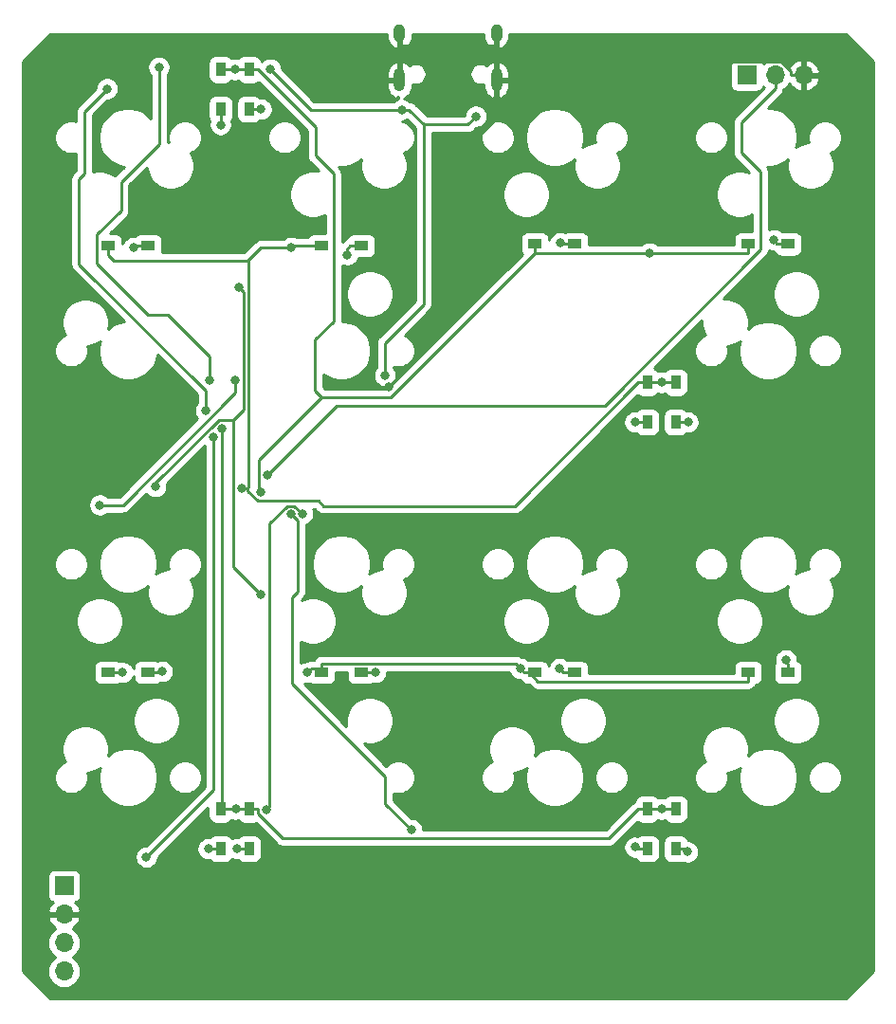
<source format=gbr>
G04 #@! TF.GenerationSoftware,KiCad,Pcbnew,(5.1.2)-2*
G04 #@! TF.CreationDate,2020-01-09T21:44:12+08:00*
G04 #@! TF.ProjectId,wingxx-receiver,77696e67-7878-42d7-9265-636569766572,rev?*
G04 #@! TF.SameCoordinates,Original*
G04 #@! TF.FileFunction,Copper,L1,Top*
G04 #@! TF.FilePolarity,Positive*
%FSLAX46Y46*%
G04 Gerber Fmt 4.6, Leading zero omitted, Abs format (unit mm)*
G04 Created by KiCad (PCBNEW (5.1.2)-2) date 2020-01-09 21:44:12*
%MOMM*%
%LPD*%
G04 APERTURE LIST*
%ADD10O,1.000000X2.100000*%
%ADD11O,1.000000X1.600000*%
%ADD12O,1.700000X1.700000*%
%ADD13R,1.700000X1.700000*%
%ADD14R,0.950000X1.300000*%
%ADD15R,1.300000X0.950000*%
%ADD16C,0.800000*%
%ADD17C,0.250000*%
%ADD18C,0.254000*%
G04 APERTURE END LIST*
D10*
X109980000Y-63930000D03*
X118620000Y-63930000D03*
D11*
X109980000Y-59750000D03*
X118620000Y-59750000D03*
D12*
X146050000Y-63500000D03*
X143510000Y-63500000D03*
D13*
X140970000Y-63500000D03*
D12*
X80010000Y-143510000D03*
X80010000Y-140970000D03*
X80010000Y-138430000D03*
D13*
X80010000Y-135890000D03*
D14*
X134620000Y-132585000D03*
X134620000Y-129035000D03*
X132080000Y-132585000D03*
X132080000Y-129035000D03*
X96520000Y-132585000D03*
X96520000Y-129035000D03*
X93980000Y-132585000D03*
X93980000Y-129035000D03*
D15*
X144650000Y-116840000D03*
X141100000Y-116840000D03*
X125567000Y-116840000D03*
X122017000Y-116840000D03*
X106550000Y-116840000D03*
X103000000Y-116840000D03*
X87500000Y-116840000D03*
X83950000Y-116840000D03*
D14*
X134620000Y-94485000D03*
X134620000Y-90935000D03*
X132080000Y-94485000D03*
X132080000Y-90935000D03*
D15*
X106550000Y-78740000D03*
X103000000Y-78740000D03*
X87500000Y-78740000D03*
X83950000Y-78740000D03*
X144650000Y-78581200D03*
X141100000Y-78581200D03*
X125600000Y-78581200D03*
X122050000Y-78581200D03*
D14*
X96520000Y-66545000D03*
X96520000Y-62995000D03*
X93980000Y-66545000D03*
X93980000Y-62995000D03*
D16*
X93980000Y-67935400D03*
X132309700Y-79381500D03*
X97613000Y-100768100D03*
X95250000Y-62995000D03*
X97601900Y-66545000D03*
X124343000Y-78481100D03*
X143373700Y-78206200D03*
X86220400Y-78890300D03*
X95876800Y-100377200D03*
X100271600Y-78893700D03*
X133350000Y-90935000D03*
X105297700Y-79540300D03*
X130994900Y-94485000D03*
X135721700Y-94485000D03*
X88759500Y-116738200D03*
X85235400Y-116840000D03*
X120764600Y-116490300D03*
X101749400Y-116840000D03*
X107804300Y-116840000D03*
X124264400Y-116499200D03*
X144461500Y-115725800D03*
X92887800Y-132585000D03*
X94110000Y-95030700D03*
X95356800Y-129035000D03*
X133350000Y-129035000D03*
X95442600Y-132585000D03*
X130990700Y-132435300D03*
X135699800Y-132853800D03*
X97594800Y-109833000D03*
X88197700Y-100228300D03*
X95647400Y-82436700D03*
X109032300Y-91339500D03*
X100281600Y-102715000D03*
X111022800Y-130889500D03*
X98067100Y-129123400D03*
X101282000Y-102667500D03*
X108651600Y-90309700D03*
X98426700Y-62959600D03*
X110159700Y-66571300D03*
X116785400Y-67177400D03*
X98162200Y-99222000D03*
X87360800Y-133320600D03*
X93332700Y-95812300D03*
X83208500Y-101878400D03*
X95311600Y-90724900D03*
X83856600Y-64706000D03*
X92669400Y-93461000D03*
X88489500Y-62783500D03*
X93018800Y-90728400D03*
D17*
X93980000Y-66545000D02*
X93980000Y-67935400D01*
X97320300Y-62995000D02*
X102455700Y-68130400D01*
X102455700Y-68130400D02*
X102455700Y-70697900D01*
X102455700Y-70697900D02*
X104062600Y-72304800D01*
X104062600Y-72304800D02*
X104062600Y-85492600D01*
X104062600Y-85492600D02*
X102433600Y-87121600D01*
X102433600Y-87121600D02*
X102433600Y-91637400D01*
X102433600Y-91637400D02*
X103022800Y-92226600D01*
X122050000Y-79381500D02*
X109204900Y-92226600D01*
X109204900Y-92226600D02*
X103022800Y-92226600D01*
X141100000Y-78581200D02*
X141100000Y-79381500D01*
X132309700Y-79381500D02*
X141100000Y-79381500D01*
X122050000Y-79381500D02*
X132309700Y-79381500D01*
X103022800Y-92226600D02*
X97399700Y-97849700D01*
X97399700Y-97849700D02*
X97399700Y-100554800D01*
X97399700Y-100554800D02*
X97613000Y-100768100D01*
X122050000Y-78581200D02*
X122050000Y-79381500D01*
X96520000Y-62995000D02*
X97320300Y-62995000D01*
X95250000Y-62995000D02*
X96520000Y-62995000D01*
X93980000Y-62995000D02*
X95250000Y-62995000D01*
X97320300Y-66545000D02*
X97601900Y-66545000D01*
X96520000Y-66545000D02*
X97320300Y-66545000D01*
X124624700Y-78581200D02*
X124524600Y-78481100D01*
X124524600Y-78481100D02*
X124343000Y-78481100D01*
X125600000Y-78581200D02*
X124624700Y-78581200D01*
X144650000Y-78581200D02*
X143674700Y-78581200D01*
X143674700Y-78581200D02*
X143674700Y-78507200D01*
X143674700Y-78507200D02*
X143373700Y-78206200D01*
X87500000Y-78740000D02*
X86370700Y-78740000D01*
X86370700Y-78740000D02*
X86220400Y-78890300D01*
X96407300Y-100377200D02*
X96487200Y-100297300D01*
X96487200Y-100297300D02*
X96487200Y-80139500D01*
X96487200Y-80139500D02*
X96407300Y-80059600D01*
X83950000Y-79540300D02*
X84469300Y-80059600D01*
X84469300Y-80059600D02*
X96407300Y-80059600D01*
X96407300Y-100377200D02*
X95876800Y-100377200D01*
X131279700Y-90935000D02*
X120255100Y-101959600D01*
X120255100Y-101959600D02*
X103169000Y-101959600D01*
X103169000Y-101959600D02*
X102714300Y-101504900D01*
X102714300Y-101504900D02*
X97308600Y-101504900D01*
X97308600Y-101504900D02*
X96407300Y-100603600D01*
X96407300Y-100603600D02*
X96407300Y-100377200D01*
X96407300Y-80059600D02*
X97573200Y-78893700D01*
X97573200Y-78893700D02*
X100271600Y-78893700D01*
X83950000Y-78740000D02*
X83950000Y-79540300D01*
X132080000Y-90935000D02*
X131279700Y-90935000D01*
X133350000Y-90935000D02*
X132080000Y-90935000D01*
X100271600Y-78893700D02*
X100425300Y-78740000D01*
X100425300Y-78740000D02*
X103000000Y-78740000D01*
X133350000Y-90935000D02*
X134620000Y-90935000D01*
X105574700Y-78740000D02*
X105297700Y-79017000D01*
X105297700Y-79017000D02*
X105297700Y-79540300D01*
X106550000Y-78740000D02*
X105574700Y-78740000D01*
X131279700Y-94485000D02*
X130994900Y-94485000D01*
X132080000Y-94485000D02*
X131279700Y-94485000D01*
X135420300Y-94485000D02*
X135721700Y-94485000D01*
X134620000Y-94485000D02*
X135420300Y-94485000D01*
X88475300Y-116840000D02*
X88657700Y-116840000D01*
X88657700Y-116840000D02*
X88759500Y-116738200D01*
X87500000Y-116840000D02*
X88475300Y-116840000D01*
X83950000Y-116840000D02*
X85235400Y-116840000D01*
X121529400Y-116840000D02*
X122329700Y-117640300D01*
X122329700Y-117640300D02*
X141100000Y-117640300D01*
X141100000Y-116840000D02*
X141100000Y-117640300D01*
X121529400Y-116840000D02*
X121041700Y-116840000D01*
X122017000Y-116840000D02*
X121529400Y-116840000D01*
X120764600Y-116490300D02*
X121041700Y-116767400D01*
X121041700Y-116767400D02*
X121041700Y-116840000D01*
X103000000Y-116039700D02*
X120314000Y-116039700D01*
X120314000Y-116039700D02*
X120764600Y-116490300D01*
X103000000Y-116439800D02*
X102149600Y-116439800D01*
X102149600Y-116439800D02*
X101749400Y-116840000D01*
X103000000Y-116439800D02*
X103000000Y-116039700D01*
X103000000Y-116840000D02*
X103000000Y-116439800D01*
X107525300Y-116840000D02*
X107804300Y-116840000D01*
X106550000Y-116840000D02*
X107525300Y-116840000D01*
X124591700Y-116840000D02*
X124264400Y-116512700D01*
X124264400Y-116512700D02*
X124264400Y-116499200D01*
X125567000Y-116840000D02*
X124591700Y-116840000D01*
X144650000Y-116039700D02*
X144461500Y-115851200D01*
X144461500Y-115851200D02*
X144461500Y-115725800D01*
X144650000Y-116840000D02*
X144650000Y-116039700D01*
X93179700Y-132585000D02*
X92887800Y-132585000D01*
X93980000Y-132585000D02*
X93179700Y-132585000D01*
X94110000Y-129035000D02*
X95356800Y-129035000D01*
X93980000Y-129035000D02*
X94110000Y-129035000D01*
X94110000Y-129035000D02*
X94110000Y-95030700D01*
X95356800Y-129035000D02*
X95719700Y-129035000D01*
X96520000Y-129035000D02*
X95719700Y-129035000D01*
X97320300Y-129035000D02*
X97320300Y-129402300D01*
X97320300Y-129402300D02*
X99560700Y-131642700D01*
X99560700Y-131642700D02*
X128672000Y-131642700D01*
X128672000Y-131642700D02*
X131279700Y-129035000D01*
X96520000Y-129035000D02*
X97320300Y-129035000D01*
X132080000Y-129035000D02*
X131279700Y-129035000D01*
X133350000Y-129035000D02*
X134620000Y-129035000D01*
X132080000Y-129035000D02*
X133350000Y-129035000D01*
X95719700Y-132585000D02*
X95442600Y-132585000D01*
X96520000Y-132585000D02*
X95719700Y-132585000D01*
X132080000Y-132585000D02*
X131140400Y-132585000D01*
X131140400Y-132585000D02*
X130990700Y-132435300D01*
X135420300Y-132585000D02*
X135431000Y-132585000D01*
X135431000Y-132585000D02*
X135699800Y-132853800D01*
X134620000Y-132585000D02*
X135420300Y-132585000D01*
X95147000Y-94253900D02*
X95147000Y-107385200D01*
X95147000Y-107385200D02*
X97594800Y-109833000D01*
X95647400Y-82436700D02*
X96036900Y-82826200D01*
X96036900Y-82826200D02*
X96036900Y-93364000D01*
X96036900Y-93364000D02*
X95147000Y-94253900D01*
X88197700Y-100228300D02*
X88197700Y-99901700D01*
X88197700Y-99901700D02*
X93845500Y-94253900D01*
X93845500Y-94253900D02*
X95147000Y-94253900D01*
X118620000Y-63930000D02*
X118620000Y-67303700D01*
X118620000Y-67303700D02*
X113749700Y-72174000D01*
X113749700Y-72174000D02*
X113749700Y-86622100D01*
X113749700Y-86622100D02*
X109032300Y-91339500D01*
X118620000Y-62300600D02*
X118620000Y-63930000D01*
X118620000Y-60875300D02*
X118620000Y-62300600D01*
X118620000Y-62300600D02*
X144042600Y-62300600D01*
X144042600Y-62300600D02*
X144874700Y-63132700D01*
X144874700Y-63132700D02*
X144874700Y-63500000D01*
X146050000Y-63500000D02*
X144874700Y-63500000D01*
X109980000Y-60875300D02*
X109980000Y-63930000D01*
X109980000Y-59750000D02*
X109980000Y-60875300D01*
X109980000Y-60875300D02*
X118620000Y-60875300D01*
X118620000Y-59750000D02*
X118620000Y-60875300D01*
X100281600Y-102715000D02*
X100871300Y-103304700D01*
X100871300Y-103304700D02*
X100871300Y-109620100D01*
X100871300Y-109620100D02*
X100401300Y-110090100D01*
X100401300Y-110090100D02*
X100401300Y-117871200D01*
X100401300Y-117871200D02*
X108678700Y-126148600D01*
X108678700Y-126148600D02*
X108678700Y-128545400D01*
X108678700Y-128545400D02*
X111022800Y-130889500D01*
X98067100Y-129123400D02*
X98350100Y-128840400D01*
X98350100Y-128840400D02*
X98350100Y-103550700D01*
X98350100Y-103550700D02*
X99933000Y-101967800D01*
X99933000Y-101967800D02*
X100582300Y-101967800D01*
X100582300Y-101967800D02*
X101282000Y-102667500D01*
X112143200Y-67904600D02*
X112143200Y-83927100D01*
X112143200Y-83927100D02*
X108651600Y-87418700D01*
X108651600Y-87418700D02*
X108651600Y-90309700D01*
X112143200Y-67904600D02*
X110809900Y-66571300D01*
X110809900Y-66571300D02*
X110159700Y-66571300D01*
X116785400Y-67177400D02*
X116058200Y-67904600D01*
X116058200Y-67904600D02*
X112143200Y-67904600D01*
X110159700Y-66571300D02*
X102038400Y-66571300D01*
X102038400Y-66571300D02*
X98426700Y-62959600D01*
X143510000Y-63500000D02*
X143510000Y-64675300D01*
X143510000Y-64675300D02*
X140507000Y-67678300D01*
X140507000Y-67678300D02*
X140507000Y-70449800D01*
X140507000Y-70449800D02*
X142205300Y-72148100D01*
X142205300Y-72148100D02*
X142205300Y-79083900D01*
X142205300Y-79083900D02*
X128282700Y-93006500D01*
X128282700Y-93006500D02*
X104377700Y-93006500D01*
X104377700Y-93006500D02*
X98162200Y-99222000D01*
X93332700Y-95812300D02*
X93332700Y-127348700D01*
X93332700Y-127348700D02*
X87360800Y-133320600D01*
X95311600Y-90724900D02*
X95311600Y-91844700D01*
X95311600Y-91844700D02*
X85277900Y-101878400D01*
X85277900Y-101878400D02*
X83208500Y-101878400D01*
X83856600Y-64706000D02*
X81821300Y-66741300D01*
X81821300Y-66741300D02*
X81821300Y-72310800D01*
X81821300Y-72310800D02*
X81359600Y-72772500D01*
X81359600Y-72772500D02*
X81359600Y-80390800D01*
X81359600Y-80390800D02*
X92669400Y-91700600D01*
X92669400Y-91700600D02*
X92669400Y-93461000D01*
X88489500Y-62783500D02*
X88489500Y-69617800D01*
X88489500Y-69617800D02*
X85090100Y-73017200D01*
X85090100Y-73017200D02*
X85090100Y-75584500D01*
X85090100Y-75584500D02*
X82960800Y-77713800D01*
X82960800Y-77713800D02*
X82960800Y-80326600D01*
X82960800Y-80326600D02*
X87526200Y-84892000D01*
X87526200Y-84892000D02*
X89300400Y-84892000D01*
X89300400Y-84892000D02*
X93018800Y-88610400D01*
X93018800Y-88610400D02*
X93018800Y-90728400D01*
D18*
G36*
X108845000Y-60177000D02*
G01*
X108891585Y-60395987D01*
X108979997Y-60601678D01*
X109106839Y-60786169D01*
X109267236Y-60942369D01*
X109455024Y-61064276D01*
X109678126Y-61144119D01*
X109853000Y-61017954D01*
X109853000Y-59877000D01*
X109833000Y-59877000D01*
X109833000Y-59817000D01*
X110127000Y-59817000D01*
X110127000Y-59877000D01*
X110107000Y-59877000D01*
X110107000Y-61017954D01*
X110281874Y-61144119D01*
X110504976Y-61064276D01*
X110692764Y-60942369D01*
X110853161Y-60786169D01*
X110980003Y-60601678D01*
X111068415Y-60395987D01*
X111115000Y-60177000D01*
X111115000Y-59817000D01*
X117485000Y-59817000D01*
X117485000Y-60177000D01*
X117531585Y-60395987D01*
X117619997Y-60601678D01*
X117746839Y-60786169D01*
X117907236Y-60942369D01*
X118095024Y-61064276D01*
X118318126Y-61144119D01*
X118493000Y-61017954D01*
X118493000Y-59877000D01*
X118473000Y-59877000D01*
X118473000Y-59817000D01*
X118767000Y-59817000D01*
X118767000Y-59877000D01*
X118747000Y-59877000D01*
X118747000Y-61017954D01*
X118921874Y-61144119D01*
X119144976Y-61064276D01*
X119332764Y-60942369D01*
X119493161Y-60786169D01*
X119620003Y-60601678D01*
X119708415Y-60395987D01*
X119755000Y-60177000D01*
X119755000Y-59817000D01*
X149807394Y-59817000D01*
X152273000Y-62282606D01*
X152273000Y-143457394D01*
X149807394Y-145923000D01*
X78792606Y-145923000D01*
X76327000Y-143457394D01*
X76327000Y-140970000D01*
X78517815Y-140970000D01*
X78546487Y-141261111D01*
X78631401Y-141541034D01*
X78769294Y-141799014D01*
X78954866Y-142025134D01*
X79180986Y-142210706D01*
X79235791Y-142240000D01*
X79180986Y-142269294D01*
X78954866Y-142454866D01*
X78769294Y-142680986D01*
X78631401Y-142938966D01*
X78546487Y-143218889D01*
X78517815Y-143510000D01*
X78546487Y-143801111D01*
X78631401Y-144081034D01*
X78769294Y-144339014D01*
X78954866Y-144565134D01*
X79180986Y-144750706D01*
X79438966Y-144888599D01*
X79718889Y-144973513D01*
X79937050Y-144995000D01*
X80082950Y-144995000D01*
X80301111Y-144973513D01*
X80581034Y-144888599D01*
X80839014Y-144750706D01*
X81065134Y-144565134D01*
X81250706Y-144339014D01*
X81388599Y-144081034D01*
X81473513Y-143801111D01*
X81502185Y-143510000D01*
X81473513Y-143218889D01*
X81388599Y-142938966D01*
X81250706Y-142680986D01*
X81065134Y-142454866D01*
X80839014Y-142269294D01*
X80784209Y-142240000D01*
X80839014Y-142210706D01*
X81065134Y-142025134D01*
X81250706Y-141799014D01*
X81388599Y-141541034D01*
X81473513Y-141261111D01*
X81502185Y-140970000D01*
X81473513Y-140678889D01*
X81388599Y-140398966D01*
X81250706Y-140140986D01*
X81065134Y-139914866D01*
X80839014Y-139729294D01*
X80774477Y-139694799D01*
X80891355Y-139625178D01*
X81107588Y-139430269D01*
X81281641Y-139196920D01*
X81406825Y-138934099D01*
X81451476Y-138786890D01*
X81330155Y-138557000D01*
X80137000Y-138557000D01*
X80137000Y-138577000D01*
X79883000Y-138577000D01*
X79883000Y-138557000D01*
X78689845Y-138557000D01*
X78568524Y-138786890D01*
X78613175Y-138934099D01*
X78738359Y-139196920D01*
X78912412Y-139430269D01*
X79128645Y-139625178D01*
X79245523Y-139694799D01*
X79180986Y-139729294D01*
X78954866Y-139914866D01*
X78769294Y-140140986D01*
X78631401Y-140398966D01*
X78546487Y-140678889D01*
X78517815Y-140970000D01*
X76327000Y-140970000D01*
X76327000Y-135040000D01*
X78521928Y-135040000D01*
X78521928Y-136740000D01*
X78534188Y-136864482D01*
X78570498Y-136984180D01*
X78629463Y-137094494D01*
X78708815Y-137191185D01*
X78805506Y-137270537D01*
X78915820Y-137329502D01*
X78996466Y-137353966D01*
X78912412Y-137429731D01*
X78738359Y-137663080D01*
X78613175Y-137925901D01*
X78568524Y-138073110D01*
X78689845Y-138303000D01*
X79883000Y-138303000D01*
X79883000Y-138283000D01*
X80137000Y-138283000D01*
X80137000Y-138303000D01*
X81330155Y-138303000D01*
X81451476Y-138073110D01*
X81406825Y-137925901D01*
X81281641Y-137663080D01*
X81107588Y-137429731D01*
X81023534Y-137353966D01*
X81104180Y-137329502D01*
X81214494Y-137270537D01*
X81311185Y-137191185D01*
X81390537Y-137094494D01*
X81449502Y-136984180D01*
X81485812Y-136864482D01*
X81498072Y-136740000D01*
X81498072Y-135040000D01*
X81485812Y-134915518D01*
X81449502Y-134795820D01*
X81390537Y-134685506D01*
X81311185Y-134588815D01*
X81214494Y-134509463D01*
X81104180Y-134450498D01*
X80984482Y-134414188D01*
X80860000Y-134401928D01*
X79160000Y-134401928D01*
X79035518Y-134414188D01*
X78915820Y-134450498D01*
X78805506Y-134509463D01*
X78708815Y-134588815D01*
X78629463Y-134685506D01*
X78570498Y-134795820D01*
X78534188Y-134915518D01*
X78521928Y-135040000D01*
X76327000Y-135040000D01*
X76327000Y-126059652D01*
X79159100Y-126059652D01*
X79159100Y-126352348D01*
X79216202Y-126639421D01*
X79328212Y-126909838D01*
X79490826Y-127153206D01*
X79697794Y-127360174D01*
X79941162Y-127522788D01*
X80211579Y-127634798D01*
X80498652Y-127691900D01*
X80791348Y-127691900D01*
X81078421Y-127634798D01*
X81348838Y-127522788D01*
X81592206Y-127360174D01*
X81799174Y-127153206D01*
X81961788Y-126909838D01*
X82073798Y-126639421D01*
X82130900Y-126352348D01*
X82130900Y-126059652D01*
X82079451Y-125801000D01*
X82125279Y-125801000D01*
X82537756Y-125718953D01*
X82926302Y-125558012D01*
X83232708Y-125353279D01*
X83197127Y-125439178D01*
X83096100Y-125947076D01*
X83096100Y-126464924D01*
X83197127Y-126972822D01*
X83395299Y-127451251D01*
X83683000Y-127881826D01*
X84049174Y-128248000D01*
X84479749Y-128535701D01*
X84958178Y-128733873D01*
X85466076Y-128834900D01*
X85983924Y-128834900D01*
X86491822Y-128733873D01*
X86970251Y-128535701D01*
X87400826Y-128248000D01*
X87767000Y-127881826D01*
X88054701Y-127451251D01*
X88252873Y-126972822D01*
X88353900Y-126464924D01*
X88353900Y-126059652D01*
X89319100Y-126059652D01*
X89319100Y-126352348D01*
X89376202Y-126639421D01*
X89488212Y-126909838D01*
X89650826Y-127153206D01*
X89857794Y-127360174D01*
X90101162Y-127522788D01*
X90371579Y-127634798D01*
X90658652Y-127691900D01*
X90951348Y-127691900D01*
X91238421Y-127634798D01*
X91508838Y-127522788D01*
X91752206Y-127360174D01*
X91959174Y-127153206D01*
X92121788Y-126909838D01*
X92233798Y-126639421D01*
X92290900Y-126352348D01*
X92290900Y-126059652D01*
X92233798Y-125772579D01*
X92121788Y-125502162D01*
X91959174Y-125258794D01*
X91752206Y-125051826D01*
X91508838Y-124889212D01*
X91238421Y-124777202D01*
X90951348Y-124720100D01*
X90658652Y-124720100D01*
X90371579Y-124777202D01*
X90101162Y-124889212D01*
X89857794Y-125051826D01*
X89650826Y-125258794D01*
X89488212Y-125502162D01*
X89376202Y-125772579D01*
X89319100Y-126059652D01*
X88353900Y-126059652D01*
X88353900Y-125947076D01*
X88252873Y-125439178D01*
X88054701Y-124960749D01*
X87767000Y-124530174D01*
X87400826Y-124164000D01*
X86970251Y-123876299D01*
X86491822Y-123678127D01*
X85983924Y-123577100D01*
X85466076Y-123577100D01*
X84958178Y-123678127D01*
X84479749Y-123876299D01*
X84049174Y-124164000D01*
X83978763Y-124234411D01*
X84050000Y-123876279D01*
X84050000Y-123455721D01*
X83967953Y-123043244D01*
X83807012Y-122654698D01*
X83573363Y-122305017D01*
X83275983Y-122007637D01*
X82926302Y-121773988D01*
X82537756Y-121613047D01*
X82125279Y-121531000D01*
X81704721Y-121531000D01*
X81292244Y-121613047D01*
X80903698Y-121773988D01*
X80554017Y-122007637D01*
X80256637Y-122305017D01*
X80022988Y-122654698D01*
X79862047Y-123043244D01*
X79780000Y-123455721D01*
X79780000Y-123876279D01*
X79862047Y-124288756D01*
X80022988Y-124677302D01*
X80116150Y-124816730D01*
X79941162Y-124889212D01*
X79697794Y-125051826D01*
X79490826Y-125258794D01*
X79328212Y-125502162D01*
X79216202Y-125772579D01*
X79159100Y-126059652D01*
X76327000Y-126059652D01*
X76327000Y-120915721D01*
X86130000Y-120915721D01*
X86130000Y-121336279D01*
X86212047Y-121748756D01*
X86372988Y-122137302D01*
X86606637Y-122486983D01*
X86904017Y-122784363D01*
X87253698Y-123018012D01*
X87642244Y-123178953D01*
X88054721Y-123261000D01*
X88475279Y-123261000D01*
X88887756Y-123178953D01*
X89276302Y-123018012D01*
X89625983Y-122784363D01*
X89923363Y-122486983D01*
X90157012Y-122137302D01*
X90317953Y-121748756D01*
X90400000Y-121336279D01*
X90400000Y-120915721D01*
X90317953Y-120503244D01*
X90157012Y-120114698D01*
X89923363Y-119765017D01*
X89625983Y-119467637D01*
X89276302Y-119233988D01*
X88887756Y-119073047D01*
X88475279Y-118991000D01*
X88054721Y-118991000D01*
X87642244Y-119073047D01*
X87253698Y-119233988D01*
X86904017Y-119467637D01*
X86606637Y-119765017D01*
X86372988Y-120114698D01*
X86212047Y-120503244D01*
X86130000Y-120915721D01*
X76327000Y-120915721D01*
X76327000Y-116365000D01*
X82661928Y-116365000D01*
X82661928Y-117315000D01*
X82674188Y-117439482D01*
X82710498Y-117559180D01*
X82769463Y-117669494D01*
X82848815Y-117766185D01*
X82945506Y-117845537D01*
X83055820Y-117904502D01*
X83175518Y-117940812D01*
X83300000Y-117953072D01*
X84600000Y-117953072D01*
X84724482Y-117940812D01*
X84844180Y-117904502D01*
X84954494Y-117845537D01*
X84960512Y-117840599D01*
X85133461Y-117875000D01*
X85337339Y-117875000D01*
X85537298Y-117835226D01*
X85725656Y-117757205D01*
X85895174Y-117643937D01*
X86039337Y-117499774D01*
X86152605Y-117330256D01*
X86211928Y-117187039D01*
X86211928Y-117315000D01*
X86224188Y-117439482D01*
X86260498Y-117559180D01*
X86319463Y-117669494D01*
X86398815Y-117766185D01*
X86495506Y-117845537D01*
X86605820Y-117904502D01*
X86725518Y-117940812D01*
X86850000Y-117953072D01*
X88150000Y-117953072D01*
X88274482Y-117940812D01*
X88394180Y-117904502D01*
X88504494Y-117845537D01*
X88601185Y-117766185D01*
X88604147Y-117762575D01*
X88657561Y-117773200D01*
X88861439Y-117773200D01*
X89061398Y-117733426D01*
X89249756Y-117655405D01*
X89419274Y-117542137D01*
X89563437Y-117397974D01*
X89676705Y-117228456D01*
X89754726Y-117040098D01*
X89794500Y-116840139D01*
X89794500Y-116636261D01*
X89754726Y-116436302D01*
X89676705Y-116247944D01*
X89563437Y-116078426D01*
X89419274Y-115934263D01*
X89249756Y-115820995D01*
X89061398Y-115742974D01*
X88861439Y-115703200D01*
X88657561Y-115703200D01*
X88457602Y-115742974D01*
X88385465Y-115772854D01*
X88274482Y-115739188D01*
X88150000Y-115726928D01*
X86850000Y-115726928D01*
X86725518Y-115739188D01*
X86605820Y-115775498D01*
X86495506Y-115834463D01*
X86398815Y-115913815D01*
X86319463Y-116010506D01*
X86260498Y-116120820D01*
X86224188Y-116240518D01*
X86211928Y-116365000D01*
X86211928Y-116492961D01*
X86152605Y-116349744D01*
X86039337Y-116180226D01*
X85895174Y-116036063D01*
X85725656Y-115922795D01*
X85537298Y-115844774D01*
X85337339Y-115805000D01*
X85133461Y-115805000D01*
X84960512Y-115839401D01*
X84954494Y-115834463D01*
X84844180Y-115775498D01*
X84724482Y-115739188D01*
X84600000Y-115726928D01*
X83300000Y-115726928D01*
X83175518Y-115739188D01*
X83055820Y-115775498D01*
X82945506Y-115834463D01*
X82848815Y-115913815D01*
X82769463Y-116010506D01*
X82710498Y-116120820D01*
X82674188Y-116240518D01*
X82661928Y-116365000D01*
X76327000Y-116365000D01*
X76327000Y-112025721D01*
X81050000Y-112025721D01*
X81050000Y-112446279D01*
X81132047Y-112858756D01*
X81292988Y-113247302D01*
X81526637Y-113596983D01*
X81824017Y-113894363D01*
X82173698Y-114128012D01*
X82562244Y-114288953D01*
X82974721Y-114371000D01*
X83395279Y-114371000D01*
X83807756Y-114288953D01*
X84196302Y-114128012D01*
X84545983Y-113894363D01*
X84843363Y-113596983D01*
X85077012Y-113247302D01*
X85237953Y-112858756D01*
X85320000Y-112446279D01*
X85320000Y-112025721D01*
X85237953Y-111613244D01*
X85077012Y-111224698D01*
X84843363Y-110875017D01*
X84545983Y-110577637D01*
X84196302Y-110343988D01*
X83807756Y-110183047D01*
X83395279Y-110101000D01*
X82974721Y-110101000D01*
X82562244Y-110183047D01*
X82173698Y-110343988D01*
X81824017Y-110577637D01*
X81526637Y-110875017D01*
X81292988Y-111224698D01*
X81132047Y-111613244D01*
X81050000Y-112025721D01*
X76327000Y-112025721D01*
X76327000Y-107009652D01*
X79159100Y-107009652D01*
X79159100Y-107302348D01*
X79216202Y-107589421D01*
X79328212Y-107859838D01*
X79490826Y-108103206D01*
X79697794Y-108310174D01*
X79941162Y-108472788D01*
X80211579Y-108584798D01*
X80498652Y-108641900D01*
X80791348Y-108641900D01*
X81078421Y-108584798D01*
X81348838Y-108472788D01*
X81592206Y-108310174D01*
X81799174Y-108103206D01*
X81961788Y-107859838D01*
X82073798Y-107589421D01*
X82130900Y-107302348D01*
X82130900Y-107009652D01*
X82108508Y-106897076D01*
X83096100Y-106897076D01*
X83096100Y-107414924D01*
X83197127Y-107922822D01*
X83395299Y-108401251D01*
X83683000Y-108831826D01*
X84049174Y-109198000D01*
X84479749Y-109485701D01*
X84958178Y-109683873D01*
X85466076Y-109784900D01*
X85983924Y-109784900D01*
X86491822Y-109683873D01*
X86970251Y-109485701D01*
X87400826Y-109198000D01*
X87471237Y-109127589D01*
X87400000Y-109485721D01*
X87400000Y-109906279D01*
X87482047Y-110318756D01*
X87642988Y-110707302D01*
X87876637Y-111056983D01*
X88174017Y-111354363D01*
X88523698Y-111588012D01*
X88912244Y-111748953D01*
X89324721Y-111831000D01*
X89745279Y-111831000D01*
X90157756Y-111748953D01*
X90546302Y-111588012D01*
X90895983Y-111354363D01*
X91193363Y-111056983D01*
X91427012Y-110707302D01*
X91587953Y-110318756D01*
X91670000Y-109906279D01*
X91670000Y-109485721D01*
X91587953Y-109073244D01*
X91427012Y-108684698D01*
X91333850Y-108545270D01*
X91508838Y-108472788D01*
X91752206Y-108310174D01*
X91959174Y-108103206D01*
X92121788Y-107859838D01*
X92233798Y-107589421D01*
X92290900Y-107302348D01*
X92290900Y-107009652D01*
X92233798Y-106722579D01*
X92121788Y-106452162D01*
X91959174Y-106208794D01*
X91752206Y-106001826D01*
X91508838Y-105839212D01*
X91238421Y-105727202D01*
X90951348Y-105670100D01*
X90658652Y-105670100D01*
X90371579Y-105727202D01*
X90101162Y-105839212D01*
X89857794Y-106001826D01*
X89650826Y-106208794D01*
X89488212Y-106452162D01*
X89376202Y-106722579D01*
X89319100Y-107009652D01*
X89319100Y-107302348D01*
X89370549Y-107561000D01*
X89324721Y-107561000D01*
X88912244Y-107643047D01*
X88523698Y-107803988D01*
X88217292Y-108008721D01*
X88252873Y-107922822D01*
X88353900Y-107414924D01*
X88353900Y-106897076D01*
X88252873Y-106389178D01*
X88054701Y-105910749D01*
X87767000Y-105480174D01*
X87400826Y-105114000D01*
X86970251Y-104826299D01*
X86491822Y-104628127D01*
X85983924Y-104527100D01*
X85466076Y-104527100D01*
X84958178Y-104628127D01*
X84479749Y-104826299D01*
X84049174Y-105114000D01*
X83683000Y-105480174D01*
X83395299Y-105910749D01*
X83197127Y-106389178D01*
X83096100Y-106897076D01*
X82108508Y-106897076D01*
X82073798Y-106722579D01*
X81961788Y-106452162D01*
X81799174Y-106208794D01*
X81592206Y-106001826D01*
X81348838Y-105839212D01*
X81078421Y-105727202D01*
X80791348Y-105670100D01*
X80498652Y-105670100D01*
X80211579Y-105727202D01*
X79941162Y-105839212D01*
X79697794Y-106001826D01*
X79490826Y-106208794D01*
X79328212Y-106452162D01*
X79216202Y-106722579D01*
X79159100Y-107009652D01*
X76327000Y-107009652D01*
X76327000Y-68909852D01*
X79159100Y-68909852D01*
X79159100Y-69202548D01*
X79216202Y-69489621D01*
X79328212Y-69760038D01*
X79490826Y-70003406D01*
X79697794Y-70210374D01*
X79941162Y-70372988D01*
X80211579Y-70484998D01*
X80498652Y-70542100D01*
X80791348Y-70542100D01*
X81061301Y-70488403D01*
X81061301Y-71995998D01*
X80848602Y-72208697D01*
X80819599Y-72232499D01*
X80790902Y-72267467D01*
X80724626Y-72348224D01*
X80664994Y-72459787D01*
X80654054Y-72480254D01*
X80610597Y-72623515D01*
X80599600Y-72735168D01*
X80599600Y-72735178D01*
X80595924Y-72772500D01*
X80599600Y-72809822D01*
X80599601Y-80353468D01*
X80595924Y-80390800D01*
X80599601Y-80428133D01*
X80610179Y-80535526D01*
X80610598Y-80539785D01*
X80654054Y-80683046D01*
X80724626Y-80815076D01*
X80766912Y-80866601D01*
X80819600Y-80930801D01*
X80848598Y-80954599D01*
X85387023Y-85493025D01*
X84958178Y-85578327D01*
X84479749Y-85776499D01*
X84049174Y-86064200D01*
X83978763Y-86134611D01*
X84050000Y-85776479D01*
X84050000Y-85355921D01*
X83967953Y-84943444D01*
X83807012Y-84554898D01*
X83573363Y-84205217D01*
X83275983Y-83907837D01*
X82926302Y-83674188D01*
X82537756Y-83513247D01*
X82125279Y-83431200D01*
X81704721Y-83431200D01*
X81292244Y-83513247D01*
X80903698Y-83674188D01*
X80554017Y-83907837D01*
X80256637Y-84205217D01*
X80022988Y-84554898D01*
X79862047Y-84943444D01*
X79780000Y-85355921D01*
X79780000Y-85776479D01*
X79862047Y-86188956D01*
X80022988Y-86577502D01*
X80116150Y-86716930D01*
X79941162Y-86789412D01*
X79697794Y-86952026D01*
X79490826Y-87158994D01*
X79328212Y-87402362D01*
X79216202Y-87672779D01*
X79159100Y-87959852D01*
X79159100Y-88252548D01*
X79216202Y-88539621D01*
X79328212Y-88810038D01*
X79490826Y-89053406D01*
X79697794Y-89260374D01*
X79941162Y-89422988D01*
X80211579Y-89534998D01*
X80498652Y-89592100D01*
X80791348Y-89592100D01*
X81078421Y-89534998D01*
X81348838Y-89422988D01*
X81592206Y-89260374D01*
X81799174Y-89053406D01*
X81961788Y-88810038D01*
X82073798Y-88539621D01*
X82130900Y-88252548D01*
X82130900Y-87959852D01*
X82079451Y-87701200D01*
X82125279Y-87701200D01*
X82537756Y-87619153D01*
X82926302Y-87458212D01*
X83232708Y-87253479D01*
X83197127Y-87339378D01*
X83096100Y-87847276D01*
X83096100Y-88365124D01*
X83197127Y-88873022D01*
X83395299Y-89351451D01*
X83683000Y-89782026D01*
X84049174Y-90148200D01*
X84479749Y-90435901D01*
X84958178Y-90634073D01*
X85466076Y-90735100D01*
X85983924Y-90735100D01*
X86491822Y-90634073D01*
X86970251Y-90435901D01*
X87400826Y-90148200D01*
X87767000Y-89782026D01*
X88054701Y-89351451D01*
X88252873Y-88873022D01*
X88338175Y-88444177D01*
X91909400Y-92015402D01*
X91909401Y-92757288D01*
X91865463Y-92801226D01*
X91752195Y-92970744D01*
X91674174Y-93159102D01*
X91634400Y-93359061D01*
X91634400Y-93562939D01*
X91674174Y-93762898D01*
X91752195Y-93951256D01*
X91865463Y-94120774D01*
X91913094Y-94168405D01*
X84963099Y-101118400D01*
X83912211Y-101118400D01*
X83868274Y-101074463D01*
X83698756Y-100961195D01*
X83510398Y-100883174D01*
X83310439Y-100843400D01*
X83106561Y-100843400D01*
X82906602Y-100883174D01*
X82718244Y-100961195D01*
X82548726Y-101074463D01*
X82404563Y-101218626D01*
X82291295Y-101388144D01*
X82213274Y-101576502D01*
X82173500Y-101776461D01*
X82173500Y-101980339D01*
X82213274Y-102180298D01*
X82291295Y-102368656D01*
X82404563Y-102538174D01*
X82548726Y-102682337D01*
X82718244Y-102795605D01*
X82906602Y-102873626D01*
X83106561Y-102913400D01*
X83310439Y-102913400D01*
X83510398Y-102873626D01*
X83698756Y-102795605D01*
X83868274Y-102682337D01*
X83912211Y-102638400D01*
X85240578Y-102638400D01*
X85277900Y-102642076D01*
X85315222Y-102638400D01*
X85315233Y-102638400D01*
X85426886Y-102627403D01*
X85570147Y-102583946D01*
X85702176Y-102513374D01*
X85817901Y-102418401D01*
X85841704Y-102389397D01*
X87373441Y-100857660D01*
X87393763Y-100888074D01*
X87537926Y-101032237D01*
X87707444Y-101145505D01*
X87895802Y-101223526D01*
X88095761Y-101263300D01*
X88299639Y-101263300D01*
X88499598Y-101223526D01*
X88687956Y-101145505D01*
X88857474Y-101032237D01*
X89001637Y-100888074D01*
X89114905Y-100718556D01*
X89192926Y-100530198D01*
X89232700Y-100330239D01*
X89232700Y-100126361D01*
X89202030Y-99972171D01*
X92572700Y-96601502D01*
X92572701Y-127033897D01*
X87320999Y-132285600D01*
X87258861Y-132285600D01*
X87058902Y-132325374D01*
X86870544Y-132403395D01*
X86701026Y-132516663D01*
X86556863Y-132660826D01*
X86443595Y-132830344D01*
X86365574Y-133018702D01*
X86325800Y-133218661D01*
X86325800Y-133422539D01*
X86365574Y-133622498D01*
X86443595Y-133810856D01*
X86556863Y-133980374D01*
X86701026Y-134124537D01*
X86870544Y-134237805D01*
X87058902Y-134315826D01*
X87258861Y-134355600D01*
X87462739Y-134355600D01*
X87662698Y-134315826D01*
X87851056Y-134237805D01*
X88020574Y-134124537D01*
X88164737Y-133980374D01*
X88278005Y-133810856D01*
X88356026Y-133622498D01*
X88395800Y-133422539D01*
X88395800Y-133360401D01*
X89273140Y-132483061D01*
X91852800Y-132483061D01*
X91852800Y-132686939D01*
X91892574Y-132886898D01*
X91970595Y-133075256D01*
X92083863Y-133244774D01*
X92228026Y-133388937D01*
X92397544Y-133502205D01*
X92585902Y-133580226D01*
X92785861Y-133620000D01*
X92989739Y-133620000D01*
X92998129Y-133618331D01*
X93053815Y-133686185D01*
X93150506Y-133765537D01*
X93260820Y-133824502D01*
X93380518Y-133860812D01*
X93505000Y-133873072D01*
X94455000Y-133873072D01*
X94579482Y-133860812D01*
X94699180Y-133824502D01*
X94809494Y-133765537D01*
X94906185Y-133686185D01*
X94985537Y-133589494D01*
X95017720Y-133529285D01*
X95140702Y-133580226D01*
X95340661Y-133620000D01*
X95539499Y-133620000D01*
X95593815Y-133686185D01*
X95690506Y-133765537D01*
X95800820Y-133824502D01*
X95920518Y-133860812D01*
X96045000Y-133873072D01*
X96995000Y-133873072D01*
X97119482Y-133860812D01*
X97239180Y-133824502D01*
X97349494Y-133765537D01*
X97446185Y-133686185D01*
X97525537Y-133589494D01*
X97584502Y-133479180D01*
X97620812Y-133359482D01*
X97633072Y-133235000D01*
X97633072Y-131935000D01*
X97620812Y-131810518D01*
X97584502Y-131690820D01*
X97525537Y-131580506D01*
X97446185Y-131483815D01*
X97349494Y-131404463D01*
X97239180Y-131345498D01*
X97119482Y-131309188D01*
X96995000Y-131296928D01*
X96045000Y-131296928D01*
X95920518Y-131309188D01*
X95800820Y-131345498D01*
X95690506Y-131404463D01*
X95593815Y-131483815D01*
X95539499Y-131550000D01*
X95340661Y-131550000D01*
X95140702Y-131589774D01*
X95017720Y-131640715D01*
X94985537Y-131580506D01*
X94906185Y-131483815D01*
X94809494Y-131404463D01*
X94699180Y-131345498D01*
X94579482Y-131309188D01*
X94455000Y-131296928D01*
X93505000Y-131296928D01*
X93380518Y-131309188D01*
X93260820Y-131345498D01*
X93150506Y-131404463D01*
X93053815Y-131483815D01*
X92998129Y-131551669D01*
X92989739Y-131550000D01*
X92785861Y-131550000D01*
X92585902Y-131589774D01*
X92397544Y-131667795D01*
X92228026Y-131781063D01*
X92083863Y-131925226D01*
X91970595Y-132094744D01*
X91892574Y-132283102D01*
X91852800Y-132483061D01*
X89273140Y-132483061D01*
X92866928Y-128889274D01*
X92866928Y-129685000D01*
X92879188Y-129809482D01*
X92915498Y-129929180D01*
X92974463Y-130039494D01*
X93053815Y-130136185D01*
X93150506Y-130215537D01*
X93260820Y-130274502D01*
X93380518Y-130310812D01*
X93505000Y-130323072D01*
X94455000Y-130323072D01*
X94579482Y-130310812D01*
X94699180Y-130274502D01*
X94809494Y-130215537D01*
X94906185Y-130136185D01*
X94985537Y-130039494D01*
X95002167Y-130008382D01*
X95054902Y-130030226D01*
X95254861Y-130070000D01*
X95458739Y-130070000D01*
X95528165Y-130056190D01*
X95593815Y-130136185D01*
X95690506Y-130215537D01*
X95800820Y-130274502D01*
X95920518Y-130310812D01*
X96045000Y-130323072D01*
X96995000Y-130323072D01*
X97119482Y-130310812D01*
X97145974Y-130302776D01*
X98996901Y-132153703D01*
X99020699Y-132182701D01*
X99049697Y-132206499D01*
X99136423Y-132277674D01*
X99258261Y-132342798D01*
X99268453Y-132348246D01*
X99411714Y-132391703D01*
X99523367Y-132402700D01*
X99523376Y-132402700D01*
X99560699Y-132406376D01*
X99598022Y-132402700D01*
X128634678Y-132402700D01*
X128672000Y-132406376D01*
X128709322Y-132402700D01*
X128709333Y-132402700D01*
X128820986Y-132391703D01*
X128964247Y-132348246D01*
X128992094Y-132333361D01*
X129955700Y-132333361D01*
X129955700Y-132537239D01*
X129995474Y-132737198D01*
X130073495Y-132925556D01*
X130186763Y-133095074D01*
X130330926Y-133239237D01*
X130500444Y-133352505D01*
X130688802Y-133430526D01*
X130888761Y-133470300D01*
X131012804Y-133470300D01*
X131015498Y-133479180D01*
X131074463Y-133589494D01*
X131153815Y-133686185D01*
X131250506Y-133765537D01*
X131360820Y-133824502D01*
X131480518Y-133860812D01*
X131605000Y-133873072D01*
X132555000Y-133873072D01*
X132679482Y-133860812D01*
X132799180Y-133824502D01*
X132909494Y-133765537D01*
X133006185Y-133686185D01*
X133085537Y-133589494D01*
X133144502Y-133479180D01*
X133180812Y-133359482D01*
X133193072Y-133235000D01*
X133193072Y-131935000D01*
X133506928Y-131935000D01*
X133506928Y-133235000D01*
X133519188Y-133359482D01*
X133555498Y-133479180D01*
X133614463Y-133589494D01*
X133693815Y-133686185D01*
X133790506Y-133765537D01*
X133900820Y-133824502D01*
X134020518Y-133860812D01*
X134145000Y-133873072D01*
X135095000Y-133873072D01*
X135219482Y-133860812D01*
X135338901Y-133824587D01*
X135397902Y-133849026D01*
X135597861Y-133888800D01*
X135801739Y-133888800D01*
X136001698Y-133849026D01*
X136190056Y-133771005D01*
X136359574Y-133657737D01*
X136503737Y-133513574D01*
X136617005Y-133344056D01*
X136695026Y-133155698D01*
X136734800Y-132955739D01*
X136734800Y-132751861D01*
X136695026Y-132551902D01*
X136617005Y-132363544D01*
X136503737Y-132194026D01*
X136359574Y-132049863D01*
X136190056Y-131936595D01*
X136001698Y-131858574D01*
X135801739Y-131818800D01*
X135721628Y-131818800D01*
X135720812Y-131810518D01*
X135684502Y-131690820D01*
X135625537Y-131580506D01*
X135546185Y-131483815D01*
X135449494Y-131404463D01*
X135339180Y-131345498D01*
X135219482Y-131309188D01*
X135095000Y-131296928D01*
X134145000Y-131296928D01*
X134020518Y-131309188D01*
X133900820Y-131345498D01*
X133790506Y-131404463D01*
X133693815Y-131483815D01*
X133614463Y-131580506D01*
X133555498Y-131690820D01*
X133519188Y-131810518D01*
X133506928Y-131935000D01*
X133193072Y-131935000D01*
X133180812Y-131810518D01*
X133144502Y-131690820D01*
X133085537Y-131580506D01*
X133006185Y-131483815D01*
X132909494Y-131404463D01*
X132799180Y-131345498D01*
X132679482Y-131309188D01*
X132555000Y-131296928D01*
X131605000Y-131296928D01*
X131480518Y-131309188D01*
X131360820Y-131345498D01*
X131250506Y-131404463D01*
X131223791Y-131426388D01*
X131092639Y-131400300D01*
X130888761Y-131400300D01*
X130688802Y-131440074D01*
X130500444Y-131518095D01*
X130330926Y-131631363D01*
X130186763Y-131775526D01*
X130073495Y-131945044D01*
X129995474Y-132133402D01*
X129955700Y-132333361D01*
X128992094Y-132333361D01*
X129096276Y-132277674D01*
X129212001Y-132182701D01*
X129235804Y-132153697D01*
X131208466Y-130181036D01*
X131250506Y-130215537D01*
X131360820Y-130274502D01*
X131480518Y-130310812D01*
X131605000Y-130323072D01*
X132555000Y-130323072D01*
X132679482Y-130310812D01*
X132799180Y-130274502D01*
X132909494Y-130215537D01*
X133006185Y-130136185D01*
X133085537Y-130039494D01*
X133086417Y-130037847D01*
X133248061Y-130070000D01*
X133451939Y-130070000D01*
X133613583Y-130037847D01*
X133614463Y-130039494D01*
X133693815Y-130136185D01*
X133790506Y-130215537D01*
X133900820Y-130274502D01*
X134020518Y-130310812D01*
X134145000Y-130323072D01*
X135095000Y-130323072D01*
X135219482Y-130310812D01*
X135339180Y-130274502D01*
X135449494Y-130215537D01*
X135546185Y-130136185D01*
X135625537Y-130039494D01*
X135684502Y-129929180D01*
X135720812Y-129809482D01*
X135733072Y-129685000D01*
X135733072Y-128385000D01*
X135720812Y-128260518D01*
X135684502Y-128140820D01*
X135625537Y-128030506D01*
X135546185Y-127933815D01*
X135449494Y-127854463D01*
X135339180Y-127795498D01*
X135219482Y-127759188D01*
X135095000Y-127746928D01*
X134145000Y-127746928D01*
X134020518Y-127759188D01*
X133900820Y-127795498D01*
X133790506Y-127854463D01*
X133693815Y-127933815D01*
X133614463Y-128030506D01*
X133613583Y-128032153D01*
X133451939Y-128000000D01*
X133248061Y-128000000D01*
X133086417Y-128032153D01*
X133085537Y-128030506D01*
X133006185Y-127933815D01*
X132909494Y-127854463D01*
X132799180Y-127795498D01*
X132679482Y-127759188D01*
X132555000Y-127746928D01*
X131605000Y-127746928D01*
X131480518Y-127759188D01*
X131360820Y-127795498D01*
X131250506Y-127854463D01*
X131153815Y-127933815D01*
X131074463Y-128030506D01*
X131015498Y-128140820D01*
X130979188Y-128260518D01*
X130971562Y-128337948D01*
X130855424Y-128400026D01*
X130739699Y-128494999D01*
X130715901Y-128523997D01*
X128357199Y-130882700D01*
X112057800Y-130882700D01*
X112057800Y-130787561D01*
X112018026Y-130587602D01*
X111940005Y-130399244D01*
X111826737Y-130229726D01*
X111682574Y-130085563D01*
X111513056Y-129972295D01*
X111324698Y-129894274D01*
X111124739Y-129854500D01*
X111062602Y-129854500D01*
X109438700Y-128230599D01*
X109438700Y-127638204D01*
X109708652Y-127691900D01*
X110001348Y-127691900D01*
X110288421Y-127634798D01*
X110558838Y-127522788D01*
X110802206Y-127360174D01*
X111009174Y-127153206D01*
X111171788Y-126909838D01*
X111283798Y-126639421D01*
X111340900Y-126352348D01*
X111340900Y-126059652D01*
X117259100Y-126059652D01*
X117259100Y-126352348D01*
X117316202Y-126639421D01*
X117428212Y-126909838D01*
X117590826Y-127153206D01*
X117797794Y-127360174D01*
X118041162Y-127522788D01*
X118311579Y-127634798D01*
X118598652Y-127691900D01*
X118891348Y-127691900D01*
X119178421Y-127634798D01*
X119448838Y-127522788D01*
X119692206Y-127360174D01*
X119899174Y-127153206D01*
X120061788Y-126909838D01*
X120173798Y-126639421D01*
X120230900Y-126352348D01*
X120230900Y-126059652D01*
X120179451Y-125801000D01*
X120225279Y-125801000D01*
X120637756Y-125718953D01*
X121026302Y-125558012D01*
X121332708Y-125353279D01*
X121297127Y-125439178D01*
X121196100Y-125947076D01*
X121196100Y-126464924D01*
X121297127Y-126972822D01*
X121495299Y-127451251D01*
X121783000Y-127881826D01*
X122149174Y-128248000D01*
X122579749Y-128535701D01*
X123058178Y-128733873D01*
X123566076Y-128834900D01*
X124083924Y-128834900D01*
X124591822Y-128733873D01*
X125070251Y-128535701D01*
X125500826Y-128248000D01*
X125867000Y-127881826D01*
X126154701Y-127451251D01*
X126352873Y-126972822D01*
X126453900Y-126464924D01*
X126453900Y-126059652D01*
X127419100Y-126059652D01*
X127419100Y-126352348D01*
X127476202Y-126639421D01*
X127588212Y-126909838D01*
X127750826Y-127153206D01*
X127957794Y-127360174D01*
X128201162Y-127522788D01*
X128471579Y-127634798D01*
X128758652Y-127691900D01*
X129051348Y-127691900D01*
X129338421Y-127634798D01*
X129608838Y-127522788D01*
X129852206Y-127360174D01*
X130059174Y-127153206D01*
X130221788Y-126909838D01*
X130333798Y-126639421D01*
X130390900Y-126352348D01*
X130390900Y-126059652D01*
X136309100Y-126059652D01*
X136309100Y-126352348D01*
X136366202Y-126639421D01*
X136478212Y-126909838D01*
X136640826Y-127153206D01*
X136847794Y-127360174D01*
X137091162Y-127522788D01*
X137361579Y-127634798D01*
X137648652Y-127691900D01*
X137941348Y-127691900D01*
X138228421Y-127634798D01*
X138498838Y-127522788D01*
X138742206Y-127360174D01*
X138949174Y-127153206D01*
X139111788Y-126909838D01*
X139223798Y-126639421D01*
X139280900Y-126352348D01*
X139280900Y-126059652D01*
X139229451Y-125801000D01*
X139275279Y-125801000D01*
X139687756Y-125718953D01*
X140076302Y-125558012D01*
X140382708Y-125353279D01*
X140347127Y-125439178D01*
X140246100Y-125947076D01*
X140246100Y-126464924D01*
X140347127Y-126972822D01*
X140545299Y-127451251D01*
X140833000Y-127881826D01*
X141199174Y-128248000D01*
X141629749Y-128535701D01*
X142108178Y-128733873D01*
X142616076Y-128834900D01*
X143133924Y-128834900D01*
X143641822Y-128733873D01*
X144120251Y-128535701D01*
X144550826Y-128248000D01*
X144917000Y-127881826D01*
X145204701Y-127451251D01*
X145402873Y-126972822D01*
X145503900Y-126464924D01*
X145503900Y-126059652D01*
X146469100Y-126059652D01*
X146469100Y-126352348D01*
X146526202Y-126639421D01*
X146638212Y-126909838D01*
X146800826Y-127153206D01*
X147007794Y-127360174D01*
X147251162Y-127522788D01*
X147521579Y-127634798D01*
X147808652Y-127691900D01*
X148101348Y-127691900D01*
X148388421Y-127634798D01*
X148658838Y-127522788D01*
X148902206Y-127360174D01*
X149109174Y-127153206D01*
X149271788Y-126909838D01*
X149383798Y-126639421D01*
X149440900Y-126352348D01*
X149440900Y-126059652D01*
X149383798Y-125772579D01*
X149271788Y-125502162D01*
X149109174Y-125258794D01*
X148902206Y-125051826D01*
X148658838Y-124889212D01*
X148388421Y-124777202D01*
X148101348Y-124720100D01*
X147808652Y-124720100D01*
X147521579Y-124777202D01*
X147251162Y-124889212D01*
X147007794Y-125051826D01*
X146800826Y-125258794D01*
X146638212Y-125502162D01*
X146526202Y-125772579D01*
X146469100Y-126059652D01*
X145503900Y-126059652D01*
X145503900Y-125947076D01*
X145402873Y-125439178D01*
X145204701Y-124960749D01*
X144917000Y-124530174D01*
X144550826Y-124164000D01*
X144120251Y-123876299D01*
X143641822Y-123678127D01*
X143133924Y-123577100D01*
X142616076Y-123577100D01*
X142108178Y-123678127D01*
X141629749Y-123876299D01*
X141199174Y-124164000D01*
X141128763Y-124234411D01*
X141200000Y-123876279D01*
X141200000Y-123455721D01*
X141117953Y-123043244D01*
X140957012Y-122654698D01*
X140723363Y-122305017D01*
X140425983Y-122007637D01*
X140076302Y-121773988D01*
X139687756Y-121613047D01*
X139275279Y-121531000D01*
X138854721Y-121531000D01*
X138442244Y-121613047D01*
X138053698Y-121773988D01*
X137704017Y-122007637D01*
X137406637Y-122305017D01*
X137172988Y-122654698D01*
X137012047Y-123043244D01*
X136930000Y-123455721D01*
X136930000Y-123876279D01*
X137012047Y-124288756D01*
X137172988Y-124677302D01*
X137266150Y-124816730D01*
X137091162Y-124889212D01*
X136847794Y-125051826D01*
X136640826Y-125258794D01*
X136478212Y-125502162D01*
X136366202Y-125772579D01*
X136309100Y-126059652D01*
X130390900Y-126059652D01*
X130333798Y-125772579D01*
X130221788Y-125502162D01*
X130059174Y-125258794D01*
X129852206Y-125051826D01*
X129608838Y-124889212D01*
X129338421Y-124777202D01*
X129051348Y-124720100D01*
X128758652Y-124720100D01*
X128471579Y-124777202D01*
X128201162Y-124889212D01*
X127957794Y-125051826D01*
X127750826Y-125258794D01*
X127588212Y-125502162D01*
X127476202Y-125772579D01*
X127419100Y-126059652D01*
X126453900Y-126059652D01*
X126453900Y-125947076D01*
X126352873Y-125439178D01*
X126154701Y-124960749D01*
X125867000Y-124530174D01*
X125500826Y-124164000D01*
X125070251Y-123876299D01*
X124591822Y-123678127D01*
X124083924Y-123577100D01*
X123566076Y-123577100D01*
X123058178Y-123678127D01*
X122579749Y-123876299D01*
X122149174Y-124164000D01*
X122078763Y-124234411D01*
X122150000Y-123876279D01*
X122150000Y-123455721D01*
X122067953Y-123043244D01*
X121907012Y-122654698D01*
X121673363Y-122305017D01*
X121375983Y-122007637D01*
X121026302Y-121773988D01*
X120637756Y-121613047D01*
X120225279Y-121531000D01*
X119804721Y-121531000D01*
X119392244Y-121613047D01*
X119003698Y-121773988D01*
X118654017Y-122007637D01*
X118356637Y-122305017D01*
X118122988Y-122654698D01*
X117962047Y-123043244D01*
X117880000Y-123455721D01*
X117880000Y-123876279D01*
X117962047Y-124288756D01*
X118122988Y-124677302D01*
X118216150Y-124816730D01*
X118041162Y-124889212D01*
X117797794Y-125051826D01*
X117590826Y-125258794D01*
X117428212Y-125502162D01*
X117316202Y-125772579D01*
X117259100Y-126059652D01*
X111340900Y-126059652D01*
X111283798Y-125772579D01*
X111171788Y-125502162D01*
X111009174Y-125258794D01*
X110802206Y-125051826D01*
X110558838Y-124889212D01*
X110288421Y-124777202D01*
X110001348Y-124720100D01*
X109708652Y-124720100D01*
X109421579Y-124777202D01*
X109151162Y-124889212D01*
X108907794Y-125051826D01*
X108782261Y-125177359D01*
X106806602Y-123201700D01*
X107104721Y-123261000D01*
X107525279Y-123261000D01*
X107937756Y-123178953D01*
X108326302Y-123018012D01*
X108675983Y-122784363D01*
X108973363Y-122486983D01*
X109207012Y-122137302D01*
X109367953Y-121748756D01*
X109450000Y-121336279D01*
X109450000Y-120915721D01*
X124230000Y-120915721D01*
X124230000Y-121336279D01*
X124312047Y-121748756D01*
X124472988Y-122137302D01*
X124706637Y-122486983D01*
X125004017Y-122784363D01*
X125353698Y-123018012D01*
X125742244Y-123178953D01*
X126154721Y-123261000D01*
X126575279Y-123261000D01*
X126987756Y-123178953D01*
X127376302Y-123018012D01*
X127725983Y-122784363D01*
X128023363Y-122486983D01*
X128257012Y-122137302D01*
X128417953Y-121748756D01*
X128500000Y-121336279D01*
X128500000Y-120915721D01*
X143280000Y-120915721D01*
X143280000Y-121336279D01*
X143362047Y-121748756D01*
X143522988Y-122137302D01*
X143756637Y-122486983D01*
X144054017Y-122784363D01*
X144403698Y-123018012D01*
X144792244Y-123178953D01*
X145204721Y-123261000D01*
X145625279Y-123261000D01*
X146037756Y-123178953D01*
X146426302Y-123018012D01*
X146775983Y-122784363D01*
X147073363Y-122486983D01*
X147307012Y-122137302D01*
X147467953Y-121748756D01*
X147550000Y-121336279D01*
X147550000Y-120915721D01*
X147467953Y-120503244D01*
X147307012Y-120114698D01*
X147073363Y-119765017D01*
X146775983Y-119467637D01*
X146426302Y-119233988D01*
X146037756Y-119073047D01*
X145625279Y-118991000D01*
X145204721Y-118991000D01*
X144792244Y-119073047D01*
X144403698Y-119233988D01*
X144054017Y-119467637D01*
X143756637Y-119765017D01*
X143522988Y-120114698D01*
X143362047Y-120503244D01*
X143280000Y-120915721D01*
X128500000Y-120915721D01*
X128417953Y-120503244D01*
X128257012Y-120114698D01*
X128023363Y-119765017D01*
X127725983Y-119467637D01*
X127376302Y-119233988D01*
X126987756Y-119073047D01*
X126575279Y-118991000D01*
X126154721Y-118991000D01*
X125742244Y-119073047D01*
X125353698Y-119233988D01*
X125004017Y-119467637D01*
X124706637Y-119765017D01*
X124472988Y-120114698D01*
X124312047Y-120503244D01*
X124230000Y-120915721D01*
X109450000Y-120915721D01*
X109367953Y-120503244D01*
X109207012Y-120114698D01*
X108973363Y-119765017D01*
X108675983Y-119467637D01*
X108326302Y-119233988D01*
X107937756Y-119073047D01*
X107525279Y-118991000D01*
X107104721Y-118991000D01*
X106692244Y-119073047D01*
X106303698Y-119233988D01*
X105954017Y-119467637D01*
X105656637Y-119765017D01*
X105422988Y-120114698D01*
X105262047Y-120503244D01*
X105180000Y-120915721D01*
X105180000Y-121336279D01*
X105239300Y-121634398D01*
X101434912Y-117830011D01*
X101447502Y-117835226D01*
X101647461Y-117875000D01*
X101851339Y-117875000D01*
X101996579Y-117846110D01*
X102105820Y-117904502D01*
X102225518Y-117940812D01*
X102350000Y-117953072D01*
X103650000Y-117953072D01*
X103774482Y-117940812D01*
X103894180Y-117904502D01*
X104004494Y-117845537D01*
X104101185Y-117766185D01*
X104180537Y-117669494D01*
X104239502Y-117559180D01*
X104275812Y-117439482D01*
X104288072Y-117315000D01*
X104288072Y-116799700D01*
X105261928Y-116799700D01*
X105261928Y-117315000D01*
X105274188Y-117439482D01*
X105310498Y-117559180D01*
X105369463Y-117669494D01*
X105448815Y-117766185D01*
X105545506Y-117845537D01*
X105655820Y-117904502D01*
X105775518Y-117940812D01*
X105900000Y-117953072D01*
X107200000Y-117953072D01*
X107324482Y-117940812D01*
X107444180Y-117904502D01*
X107554425Y-117845574D01*
X107702361Y-117875000D01*
X107906239Y-117875000D01*
X108106198Y-117835226D01*
X108294556Y-117757205D01*
X108464074Y-117643937D01*
X108608237Y-117499774D01*
X108721505Y-117330256D01*
X108799526Y-117141898D01*
X108839300Y-116941939D01*
X108839300Y-116799700D01*
X119772481Y-116799700D01*
X119847395Y-116980556D01*
X119960663Y-117150074D01*
X120104826Y-117294237D01*
X120274344Y-117407505D01*
X120462702Y-117485526D01*
X120662661Y-117525300D01*
X120711576Y-117525300D01*
X120749453Y-117545546D01*
X120775785Y-117553534D01*
X120777498Y-117559180D01*
X120836463Y-117669494D01*
X120915815Y-117766185D01*
X121012506Y-117845537D01*
X121122820Y-117904502D01*
X121242518Y-117940812D01*
X121367000Y-117953072D01*
X121567670Y-117953072D01*
X121765901Y-118151302D01*
X121789699Y-118180301D01*
X121818697Y-118204099D01*
X121905423Y-118275274D01*
X122037453Y-118345846D01*
X122180714Y-118389303D01*
X122292367Y-118400300D01*
X122292376Y-118400300D01*
X122329699Y-118403976D01*
X122367022Y-118400300D01*
X141062667Y-118400300D01*
X141100000Y-118403977D01*
X141248986Y-118389303D01*
X141392247Y-118345846D01*
X141524276Y-118275274D01*
X141640001Y-118180301D01*
X141734974Y-118064576D01*
X141797052Y-117948438D01*
X141874482Y-117940812D01*
X141994180Y-117904502D01*
X142104494Y-117845537D01*
X142201185Y-117766185D01*
X142280537Y-117669494D01*
X142339502Y-117559180D01*
X142375812Y-117439482D01*
X142388072Y-117315000D01*
X142388072Y-116365000D01*
X143361928Y-116365000D01*
X143361928Y-117315000D01*
X143374188Y-117439482D01*
X143410498Y-117559180D01*
X143469463Y-117669494D01*
X143548815Y-117766185D01*
X143645506Y-117845537D01*
X143755820Y-117904502D01*
X143875518Y-117940812D01*
X144000000Y-117953072D01*
X145300000Y-117953072D01*
X145424482Y-117940812D01*
X145544180Y-117904502D01*
X145654494Y-117845537D01*
X145751185Y-117766185D01*
X145830537Y-117669494D01*
X145889502Y-117559180D01*
X145925812Y-117439482D01*
X145938072Y-117315000D01*
X145938072Y-116365000D01*
X145925812Y-116240518D01*
X145889502Y-116120820D01*
X145830537Y-116010506D01*
X145751185Y-115913815D01*
X145654494Y-115834463D01*
X145544180Y-115775498D01*
X145496500Y-115761034D01*
X145496500Y-115623861D01*
X145456726Y-115423902D01*
X145378705Y-115235544D01*
X145265437Y-115066026D01*
X145121274Y-114921863D01*
X144951756Y-114808595D01*
X144763398Y-114730574D01*
X144563439Y-114690800D01*
X144359561Y-114690800D01*
X144159602Y-114730574D01*
X143971244Y-114808595D01*
X143801726Y-114921863D01*
X143657563Y-115066026D01*
X143544295Y-115235544D01*
X143466274Y-115423902D01*
X143426500Y-115623861D01*
X143426500Y-115827739D01*
X143464647Y-116019517D01*
X143410498Y-116120820D01*
X143374188Y-116240518D01*
X143361928Y-116365000D01*
X142388072Y-116365000D01*
X142375812Y-116240518D01*
X142339502Y-116120820D01*
X142280537Y-116010506D01*
X142201185Y-115913815D01*
X142104494Y-115834463D01*
X141994180Y-115775498D01*
X141874482Y-115739188D01*
X141750000Y-115726928D01*
X140450000Y-115726928D01*
X140325518Y-115739188D01*
X140205820Y-115775498D01*
X140095506Y-115834463D01*
X139998815Y-115913815D01*
X139919463Y-116010506D01*
X139860498Y-116120820D01*
X139824188Y-116240518D01*
X139811928Y-116365000D01*
X139811928Y-116880300D01*
X126855072Y-116880300D01*
X126855072Y-116365000D01*
X126842812Y-116240518D01*
X126806502Y-116120820D01*
X126747537Y-116010506D01*
X126668185Y-115913815D01*
X126571494Y-115834463D01*
X126461180Y-115775498D01*
X126341482Y-115739188D01*
X126217000Y-115726928D01*
X124955839Y-115726928D01*
X124924174Y-115695263D01*
X124754656Y-115581995D01*
X124566298Y-115503974D01*
X124366339Y-115464200D01*
X124162461Y-115464200D01*
X123962502Y-115503974D01*
X123774144Y-115581995D01*
X123604626Y-115695263D01*
X123460463Y-115839426D01*
X123347195Y-116008944D01*
X123275252Y-116182629D01*
X123256502Y-116120820D01*
X123197537Y-116010506D01*
X123118185Y-115913815D01*
X123021494Y-115834463D01*
X122911180Y-115775498D01*
X122791482Y-115739188D01*
X122667000Y-115726928D01*
X121464939Y-115726928D01*
X121424374Y-115686363D01*
X121254856Y-115573095D01*
X121066498Y-115495074D01*
X120866539Y-115455300D01*
X120799901Y-115455300D01*
X120738276Y-115404726D01*
X120606247Y-115334154D01*
X120462986Y-115290697D01*
X120351333Y-115279700D01*
X120351322Y-115279700D01*
X120314000Y-115276024D01*
X120276678Y-115279700D01*
X103037333Y-115279700D01*
X103000000Y-115276023D01*
X102962667Y-115279700D01*
X102851014Y-115290697D01*
X102707753Y-115334154D01*
X102575724Y-115404726D01*
X102459999Y-115499699D01*
X102365026Y-115615424D01*
X102330616Y-115679800D01*
X102186922Y-115679800D01*
X102149599Y-115676124D01*
X102112276Y-115679800D01*
X102112267Y-115679800D01*
X102000614Y-115690797D01*
X101857353Y-115734254D01*
X101725324Y-115804826D01*
X101725112Y-115805000D01*
X101647461Y-115805000D01*
X101447502Y-115844774D01*
X101259144Y-115922795D01*
X101161300Y-115988172D01*
X101161300Y-114086319D01*
X101223698Y-114128012D01*
X101612244Y-114288953D01*
X102024721Y-114371000D01*
X102445279Y-114371000D01*
X102857756Y-114288953D01*
X103246302Y-114128012D01*
X103595983Y-113894363D01*
X103893363Y-113596983D01*
X104127012Y-113247302D01*
X104287953Y-112858756D01*
X104370000Y-112446279D01*
X104370000Y-112025721D01*
X119150000Y-112025721D01*
X119150000Y-112446279D01*
X119232047Y-112858756D01*
X119392988Y-113247302D01*
X119626637Y-113596983D01*
X119924017Y-113894363D01*
X120273698Y-114128012D01*
X120662244Y-114288953D01*
X121074721Y-114371000D01*
X121495279Y-114371000D01*
X121907756Y-114288953D01*
X122296302Y-114128012D01*
X122645983Y-113894363D01*
X122943363Y-113596983D01*
X123177012Y-113247302D01*
X123337953Y-112858756D01*
X123420000Y-112446279D01*
X123420000Y-112025721D01*
X138200000Y-112025721D01*
X138200000Y-112446279D01*
X138282047Y-112858756D01*
X138442988Y-113247302D01*
X138676637Y-113596983D01*
X138974017Y-113894363D01*
X139323698Y-114128012D01*
X139712244Y-114288953D01*
X140124721Y-114371000D01*
X140545279Y-114371000D01*
X140957756Y-114288953D01*
X141346302Y-114128012D01*
X141695983Y-113894363D01*
X141993363Y-113596983D01*
X142227012Y-113247302D01*
X142387953Y-112858756D01*
X142470000Y-112446279D01*
X142470000Y-112025721D01*
X142387953Y-111613244D01*
X142227012Y-111224698D01*
X141993363Y-110875017D01*
X141695983Y-110577637D01*
X141346302Y-110343988D01*
X140957756Y-110183047D01*
X140545279Y-110101000D01*
X140124721Y-110101000D01*
X139712244Y-110183047D01*
X139323698Y-110343988D01*
X138974017Y-110577637D01*
X138676637Y-110875017D01*
X138442988Y-111224698D01*
X138282047Y-111613244D01*
X138200000Y-112025721D01*
X123420000Y-112025721D01*
X123337953Y-111613244D01*
X123177012Y-111224698D01*
X122943363Y-110875017D01*
X122645983Y-110577637D01*
X122296302Y-110343988D01*
X121907756Y-110183047D01*
X121495279Y-110101000D01*
X121074721Y-110101000D01*
X120662244Y-110183047D01*
X120273698Y-110343988D01*
X119924017Y-110577637D01*
X119626637Y-110875017D01*
X119392988Y-111224698D01*
X119232047Y-111613244D01*
X119150000Y-112025721D01*
X104370000Y-112025721D01*
X104287953Y-111613244D01*
X104127012Y-111224698D01*
X103893363Y-110875017D01*
X103595983Y-110577637D01*
X103246302Y-110343988D01*
X102857756Y-110183047D01*
X102445279Y-110101000D01*
X102024721Y-110101000D01*
X101612244Y-110183047D01*
X101223698Y-110343988D01*
X101219224Y-110346977D01*
X101382302Y-110183900D01*
X101411301Y-110160101D01*
X101506274Y-110044376D01*
X101576846Y-109912347D01*
X101620303Y-109769086D01*
X101631300Y-109657433D01*
X101631300Y-109657424D01*
X101634976Y-109620101D01*
X101631300Y-109582778D01*
X101631300Y-106897076D01*
X102146100Y-106897076D01*
X102146100Y-107414924D01*
X102247127Y-107922822D01*
X102445299Y-108401251D01*
X102733000Y-108831826D01*
X103099174Y-109198000D01*
X103529749Y-109485701D01*
X104008178Y-109683873D01*
X104516076Y-109784900D01*
X105033924Y-109784900D01*
X105541822Y-109683873D01*
X106020251Y-109485701D01*
X106450826Y-109198000D01*
X106521237Y-109127589D01*
X106450000Y-109485721D01*
X106450000Y-109906279D01*
X106532047Y-110318756D01*
X106692988Y-110707302D01*
X106926637Y-111056983D01*
X107224017Y-111354363D01*
X107573698Y-111588012D01*
X107962244Y-111748953D01*
X108374721Y-111831000D01*
X108795279Y-111831000D01*
X109207756Y-111748953D01*
X109596302Y-111588012D01*
X109945983Y-111354363D01*
X110243363Y-111056983D01*
X110477012Y-110707302D01*
X110637953Y-110318756D01*
X110720000Y-109906279D01*
X110720000Y-109485721D01*
X110637953Y-109073244D01*
X110477012Y-108684698D01*
X110383850Y-108545270D01*
X110558838Y-108472788D01*
X110802206Y-108310174D01*
X111009174Y-108103206D01*
X111171788Y-107859838D01*
X111283798Y-107589421D01*
X111340900Y-107302348D01*
X111340900Y-107009652D01*
X117259100Y-107009652D01*
X117259100Y-107302348D01*
X117316202Y-107589421D01*
X117428212Y-107859838D01*
X117590826Y-108103206D01*
X117797794Y-108310174D01*
X118041162Y-108472788D01*
X118311579Y-108584798D01*
X118598652Y-108641900D01*
X118891348Y-108641900D01*
X119178421Y-108584798D01*
X119448838Y-108472788D01*
X119692206Y-108310174D01*
X119899174Y-108103206D01*
X120061788Y-107859838D01*
X120173798Y-107589421D01*
X120230900Y-107302348D01*
X120230900Y-107009652D01*
X120208508Y-106897076D01*
X121196100Y-106897076D01*
X121196100Y-107414924D01*
X121297127Y-107922822D01*
X121495299Y-108401251D01*
X121783000Y-108831826D01*
X122149174Y-109198000D01*
X122579749Y-109485701D01*
X123058178Y-109683873D01*
X123566076Y-109784900D01*
X124083924Y-109784900D01*
X124591822Y-109683873D01*
X125070251Y-109485701D01*
X125500826Y-109198000D01*
X125571237Y-109127589D01*
X125500000Y-109485721D01*
X125500000Y-109906279D01*
X125582047Y-110318756D01*
X125742988Y-110707302D01*
X125976637Y-111056983D01*
X126274017Y-111354363D01*
X126623698Y-111588012D01*
X127012244Y-111748953D01*
X127424721Y-111831000D01*
X127845279Y-111831000D01*
X128257756Y-111748953D01*
X128646302Y-111588012D01*
X128995983Y-111354363D01*
X129293363Y-111056983D01*
X129527012Y-110707302D01*
X129687953Y-110318756D01*
X129770000Y-109906279D01*
X129770000Y-109485721D01*
X129687953Y-109073244D01*
X129527012Y-108684698D01*
X129433850Y-108545270D01*
X129608838Y-108472788D01*
X129852206Y-108310174D01*
X130059174Y-108103206D01*
X130221788Y-107859838D01*
X130333798Y-107589421D01*
X130390900Y-107302348D01*
X130390900Y-107009652D01*
X136309100Y-107009652D01*
X136309100Y-107302348D01*
X136366202Y-107589421D01*
X136478212Y-107859838D01*
X136640826Y-108103206D01*
X136847794Y-108310174D01*
X137091162Y-108472788D01*
X137361579Y-108584798D01*
X137648652Y-108641900D01*
X137941348Y-108641900D01*
X138228421Y-108584798D01*
X138498838Y-108472788D01*
X138742206Y-108310174D01*
X138949174Y-108103206D01*
X139111788Y-107859838D01*
X139223798Y-107589421D01*
X139280900Y-107302348D01*
X139280900Y-107009652D01*
X139258508Y-106897076D01*
X140246100Y-106897076D01*
X140246100Y-107414924D01*
X140347127Y-107922822D01*
X140545299Y-108401251D01*
X140833000Y-108831826D01*
X141199174Y-109198000D01*
X141629749Y-109485701D01*
X142108178Y-109683873D01*
X142616076Y-109784900D01*
X143133924Y-109784900D01*
X143641822Y-109683873D01*
X144120251Y-109485701D01*
X144550826Y-109198000D01*
X144621237Y-109127589D01*
X144550000Y-109485721D01*
X144550000Y-109906279D01*
X144632047Y-110318756D01*
X144792988Y-110707302D01*
X145026637Y-111056983D01*
X145324017Y-111354363D01*
X145673698Y-111588012D01*
X146062244Y-111748953D01*
X146474721Y-111831000D01*
X146895279Y-111831000D01*
X147307756Y-111748953D01*
X147696302Y-111588012D01*
X148045983Y-111354363D01*
X148343363Y-111056983D01*
X148577012Y-110707302D01*
X148737953Y-110318756D01*
X148820000Y-109906279D01*
X148820000Y-109485721D01*
X148737953Y-109073244D01*
X148577012Y-108684698D01*
X148483850Y-108545270D01*
X148658838Y-108472788D01*
X148902206Y-108310174D01*
X149109174Y-108103206D01*
X149271788Y-107859838D01*
X149383798Y-107589421D01*
X149440900Y-107302348D01*
X149440900Y-107009652D01*
X149383798Y-106722579D01*
X149271788Y-106452162D01*
X149109174Y-106208794D01*
X148902206Y-106001826D01*
X148658838Y-105839212D01*
X148388421Y-105727202D01*
X148101348Y-105670100D01*
X147808652Y-105670100D01*
X147521579Y-105727202D01*
X147251162Y-105839212D01*
X147007794Y-106001826D01*
X146800826Y-106208794D01*
X146638212Y-106452162D01*
X146526202Y-106722579D01*
X146469100Y-107009652D01*
X146469100Y-107302348D01*
X146520549Y-107561000D01*
X146474721Y-107561000D01*
X146062244Y-107643047D01*
X145673698Y-107803988D01*
X145367292Y-108008721D01*
X145402873Y-107922822D01*
X145503900Y-107414924D01*
X145503900Y-106897076D01*
X145402873Y-106389178D01*
X145204701Y-105910749D01*
X144917000Y-105480174D01*
X144550826Y-105114000D01*
X144120251Y-104826299D01*
X143641822Y-104628127D01*
X143133924Y-104527100D01*
X142616076Y-104527100D01*
X142108178Y-104628127D01*
X141629749Y-104826299D01*
X141199174Y-105114000D01*
X140833000Y-105480174D01*
X140545299Y-105910749D01*
X140347127Y-106389178D01*
X140246100Y-106897076D01*
X139258508Y-106897076D01*
X139223798Y-106722579D01*
X139111788Y-106452162D01*
X138949174Y-106208794D01*
X138742206Y-106001826D01*
X138498838Y-105839212D01*
X138228421Y-105727202D01*
X137941348Y-105670100D01*
X137648652Y-105670100D01*
X137361579Y-105727202D01*
X137091162Y-105839212D01*
X136847794Y-106001826D01*
X136640826Y-106208794D01*
X136478212Y-106452162D01*
X136366202Y-106722579D01*
X136309100Y-107009652D01*
X130390900Y-107009652D01*
X130333798Y-106722579D01*
X130221788Y-106452162D01*
X130059174Y-106208794D01*
X129852206Y-106001826D01*
X129608838Y-105839212D01*
X129338421Y-105727202D01*
X129051348Y-105670100D01*
X128758652Y-105670100D01*
X128471579Y-105727202D01*
X128201162Y-105839212D01*
X127957794Y-106001826D01*
X127750826Y-106208794D01*
X127588212Y-106452162D01*
X127476202Y-106722579D01*
X127419100Y-107009652D01*
X127419100Y-107302348D01*
X127470549Y-107561000D01*
X127424721Y-107561000D01*
X127012244Y-107643047D01*
X126623698Y-107803988D01*
X126317292Y-108008721D01*
X126352873Y-107922822D01*
X126453900Y-107414924D01*
X126453900Y-106897076D01*
X126352873Y-106389178D01*
X126154701Y-105910749D01*
X125867000Y-105480174D01*
X125500826Y-105114000D01*
X125070251Y-104826299D01*
X124591822Y-104628127D01*
X124083924Y-104527100D01*
X123566076Y-104527100D01*
X123058178Y-104628127D01*
X122579749Y-104826299D01*
X122149174Y-105114000D01*
X121783000Y-105480174D01*
X121495299Y-105910749D01*
X121297127Y-106389178D01*
X121196100Y-106897076D01*
X120208508Y-106897076D01*
X120173798Y-106722579D01*
X120061788Y-106452162D01*
X119899174Y-106208794D01*
X119692206Y-106001826D01*
X119448838Y-105839212D01*
X119178421Y-105727202D01*
X118891348Y-105670100D01*
X118598652Y-105670100D01*
X118311579Y-105727202D01*
X118041162Y-105839212D01*
X117797794Y-106001826D01*
X117590826Y-106208794D01*
X117428212Y-106452162D01*
X117316202Y-106722579D01*
X117259100Y-107009652D01*
X111340900Y-107009652D01*
X111283798Y-106722579D01*
X111171788Y-106452162D01*
X111009174Y-106208794D01*
X110802206Y-106001826D01*
X110558838Y-105839212D01*
X110288421Y-105727202D01*
X110001348Y-105670100D01*
X109708652Y-105670100D01*
X109421579Y-105727202D01*
X109151162Y-105839212D01*
X108907794Y-106001826D01*
X108700826Y-106208794D01*
X108538212Y-106452162D01*
X108426202Y-106722579D01*
X108369100Y-107009652D01*
X108369100Y-107302348D01*
X108420549Y-107561000D01*
X108374721Y-107561000D01*
X107962244Y-107643047D01*
X107573698Y-107803988D01*
X107267292Y-108008721D01*
X107302873Y-107922822D01*
X107403900Y-107414924D01*
X107403900Y-106897076D01*
X107302873Y-106389178D01*
X107104701Y-105910749D01*
X106817000Y-105480174D01*
X106450826Y-105114000D01*
X106020251Y-104826299D01*
X105541822Y-104628127D01*
X105033924Y-104527100D01*
X104516076Y-104527100D01*
X104008178Y-104628127D01*
X103529749Y-104826299D01*
X103099174Y-105114000D01*
X102733000Y-105480174D01*
X102445299Y-105910749D01*
X102247127Y-106389178D01*
X102146100Y-106897076D01*
X101631300Y-106897076D01*
X101631300Y-103643091D01*
X101772256Y-103584705D01*
X101941774Y-103471437D01*
X102085937Y-103327274D01*
X102199205Y-103157756D01*
X102277226Y-102969398D01*
X102317000Y-102769439D01*
X102317000Y-102565561D01*
X102277226Y-102365602D01*
X102235514Y-102264900D01*
X102399499Y-102264900D01*
X102605196Y-102470597D01*
X102628999Y-102499601D01*
X102679472Y-102541023D01*
X102744723Y-102594574D01*
X102876753Y-102665146D01*
X103020014Y-102708603D01*
X103131667Y-102719600D01*
X103131677Y-102719600D01*
X103169000Y-102723276D01*
X103206323Y-102719600D01*
X120217778Y-102719600D01*
X120255100Y-102723276D01*
X120292422Y-102719600D01*
X120292433Y-102719600D01*
X120404086Y-102708603D01*
X120547347Y-102665146D01*
X120679376Y-102594574D01*
X120795101Y-102499601D01*
X120818904Y-102470597D01*
X128906440Y-94383061D01*
X129959900Y-94383061D01*
X129959900Y-94586939D01*
X129999674Y-94786898D01*
X130077695Y-94975256D01*
X130190963Y-95144774D01*
X130335126Y-95288937D01*
X130504644Y-95402205D01*
X130693002Y-95480226D01*
X130892961Y-95520000D01*
X131096839Y-95520000D01*
X131099125Y-95519545D01*
X131153815Y-95586185D01*
X131250506Y-95665537D01*
X131360820Y-95724502D01*
X131480518Y-95760812D01*
X131605000Y-95773072D01*
X132555000Y-95773072D01*
X132679482Y-95760812D01*
X132799180Y-95724502D01*
X132909494Y-95665537D01*
X133006185Y-95586185D01*
X133085537Y-95489494D01*
X133144502Y-95379180D01*
X133180812Y-95259482D01*
X133193072Y-95135000D01*
X133193072Y-93835000D01*
X133506928Y-93835000D01*
X133506928Y-95135000D01*
X133519188Y-95259482D01*
X133555498Y-95379180D01*
X133614463Y-95489494D01*
X133693815Y-95586185D01*
X133790506Y-95665537D01*
X133900820Y-95724502D01*
X134020518Y-95760812D01*
X134145000Y-95773072D01*
X135095000Y-95773072D01*
X135219482Y-95760812D01*
X135339180Y-95724502D01*
X135449494Y-95665537D01*
X135546185Y-95586185D01*
X135603204Y-95516707D01*
X135619761Y-95520000D01*
X135823639Y-95520000D01*
X136023598Y-95480226D01*
X136211956Y-95402205D01*
X136381474Y-95288937D01*
X136525637Y-95144774D01*
X136638905Y-94975256D01*
X136716926Y-94786898D01*
X136756700Y-94586939D01*
X136756700Y-94383061D01*
X136716926Y-94183102D01*
X136638905Y-93994744D01*
X136525637Y-93825226D01*
X136381474Y-93681063D01*
X136211956Y-93567795D01*
X136023598Y-93489774D01*
X135823639Y-93450000D01*
X135619761Y-93450000D01*
X135603204Y-93453293D01*
X135546185Y-93383815D01*
X135449494Y-93304463D01*
X135339180Y-93245498D01*
X135219482Y-93209188D01*
X135095000Y-93196928D01*
X134145000Y-93196928D01*
X134020518Y-93209188D01*
X133900820Y-93245498D01*
X133790506Y-93304463D01*
X133693815Y-93383815D01*
X133614463Y-93480506D01*
X133555498Y-93590820D01*
X133519188Y-93710518D01*
X133506928Y-93835000D01*
X133193072Y-93835000D01*
X133180812Y-93710518D01*
X133144502Y-93590820D01*
X133085537Y-93480506D01*
X133006185Y-93383815D01*
X132909494Y-93304463D01*
X132799180Y-93245498D01*
X132679482Y-93209188D01*
X132555000Y-93196928D01*
X131605000Y-93196928D01*
X131480518Y-93209188D01*
X131360820Y-93245498D01*
X131250506Y-93304463D01*
X131153815Y-93383815D01*
X131099125Y-93450455D01*
X131096839Y-93450000D01*
X130892961Y-93450000D01*
X130693002Y-93489774D01*
X130504644Y-93567795D01*
X130335126Y-93681063D01*
X130190963Y-93825226D01*
X130077695Y-93994744D01*
X129999674Y-94183102D01*
X129959900Y-94383061D01*
X128906440Y-94383061D01*
X131208466Y-92081036D01*
X131250506Y-92115537D01*
X131360820Y-92174502D01*
X131480518Y-92210812D01*
X131605000Y-92223072D01*
X132555000Y-92223072D01*
X132679482Y-92210812D01*
X132799180Y-92174502D01*
X132909494Y-92115537D01*
X133006185Y-92036185D01*
X133085537Y-91939494D01*
X133086417Y-91937847D01*
X133248061Y-91970000D01*
X133451939Y-91970000D01*
X133613583Y-91937847D01*
X133614463Y-91939494D01*
X133693815Y-92036185D01*
X133790506Y-92115537D01*
X133900820Y-92174502D01*
X134020518Y-92210812D01*
X134145000Y-92223072D01*
X135095000Y-92223072D01*
X135219482Y-92210812D01*
X135339180Y-92174502D01*
X135449494Y-92115537D01*
X135546185Y-92036185D01*
X135625537Y-91939494D01*
X135684502Y-91829180D01*
X135720812Y-91709482D01*
X135733072Y-91585000D01*
X135733072Y-90285000D01*
X135720812Y-90160518D01*
X135684502Y-90040820D01*
X135625537Y-89930506D01*
X135546185Y-89833815D01*
X135449494Y-89754463D01*
X135339180Y-89695498D01*
X135219482Y-89659188D01*
X135095000Y-89646928D01*
X134145000Y-89646928D01*
X134020518Y-89659188D01*
X133900820Y-89695498D01*
X133790506Y-89754463D01*
X133693815Y-89833815D01*
X133614463Y-89930506D01*
X133613583Y-89932153D01*
X133451939Y-89900000D01*
X133248061Y-89900000D01*
X133086417Y-89932153D01*
X133085537Y-89930506D01*
X133006185Y-89833815D01*
X132909494Y-89754463D01*
X132799180Y-89695498D01*
X132698918Y-89665084D01*
X136930000Y-85434002D01*
X136930000Y-85776479D01*
X137012047Y-86188956D01*
X137172988Y-86577502D01*
X137266150Y-86716930D01*
X137091162Y-86789412D01*
X136847794Y-86952026D01*
X136640826Y-87158994D01*
X136478212Y-87402362D01*
X136366202Y-87672779D01*
X136309100Y-87959852D01*
X136309100Y-88252548D01*
X136366202Y-88539621D01*
X136478212Y-88810038D01*
X136640826Y-89053406D01*
X136847794Y-89260374D01*
X137091162Y-89422988D01*
X137361579Y-89534998D01*
X137648652Y-89592100D01*
X137941348Y-89592100D01*
X138228421Y-89534998D01*
X138498838Y-89422988D01*
X138742206Y-89260374D01*
X138949174Y-89053406D01*
X139111788Y-88810038D01*
X139223798Y-88539621D01*
X139280900Y-88252548D01*
X139280900Y-87959852D01*
X139229451Y-87701200D01*
X139275279Y-87701200D01*
X139687756Y-87619153D01*
X140076302Y-87458212D01*
X140382708Y-87253479D01*
X140347127Y-87339378D01*
X140246100Y-87847276D01*
X140246100Y-88365124D01*
X140347127Y-88873022D01*
X140545299Y-89351451D01*
X140833000Y-89782026D01*
X141199174Y-90148200D01*
X141629749Y-90435901D01*
X142108178Y-90634073D01*
X142616076Y-90735100D01*
X143133924Y-90735100D01*
X143641822Y-90634073D01*
X144120251Y-90435901D01*
X144550826Y-90148200D01*
X144917000Y-89782026D01*
X145204701Y-89351451D01*
X145402873Y-88873022D01*
X145503900Y-88365124D01*
X145503900Y-87959852D01*
X146469100Y-87959852D01*
X146469100Y-88252548D01*
X146526202Y-88539621D01*
X146638212Y-88810038D01*
X146800826Y-89053406D01*
X147007794Y-89260374D01*
X147251162Y-89422988D01*
X147521579Y-89534998D01*
X147808652Y-89592100D01*
X148101348Y-89592100D01*
X148388421Y-89534998D01*
X148658838Y-89422988D01*
X148902206Y-89260374D01*
X149109174Y-89053406D01*
X149271788Y-88810038D01*
X149383798Y-88539621D01*
X149440900Y-88252548D01*
X149440900Y-87959852D01*
X149383798Y-87672779D01*
X149271788Y-87402362D01*
X149109174Y-87158994D01*
X148902206Y-86952026D01*
X148658838Y-86789412D01*
X148388421Y-86677402D01*
X148101348Y-86620300D01*
X147808652Y-86620300D01*
X147521579Y-86677402D01*
X147251162Y-86789412D01*
X147007794Y-86952026D01*
X146800826Y-87158994D01*
X146638212Y-87402362D01*
X146526202Y-87672779D01*
X146469100Y-87959852D01*
X145503900Y-87959852D01*
X145503900Y-87847276D01*
X145402873Y-87339378D01*
X145204701Y-86860949D01*
X144917000Y-86430374D01*
X144550826Y-86064200D01*
X144120251Y-85776499D01*
X143641822Y-85578327D01*
X143133924Y-85477300D01*
X142616076Y-85477300D01*
X142108178Y-85578327D01*
X141629749Y-85776499D01*
X141199174Y-86064200D01*
X141128763Y-86134611D01*
X141200000Y-85776479D01*
X141200000Y-85355921D01*
X141117953Y-84943444D01*
X140957012Y-84554898D01*
X140723363Y-84205217D01*
X140425983Y-83907837D01*
X140076302Y-83674188D01*
X139687756Y-83513247D01*
X139275279Y-83431200D01*
X138932802Y-83431200D01*
X139548081Y-82815921D01*
X143280000Y-82815921D01*
X143280000Y-83236479D01*
X143362047Y-83648956D01*
X143522988Y-84037502D01*
X143756637Y-84387183D01*
X144054017Y-84684563D01*
X144403698Y-84918212D01*
X144792244Y-85079153D01*
X145204721Y-85161200D01*
X145625279Y-85161200D01*
X146037756Y-85079153D01*
X146426302Y-84918212D01*
X146775983Y-84684563D01*
X147073363Y-84387183D01*
X147307012Y-84037502D01*
X147467953Y-83648956D01*
X147550000Y-83236479D01*
X147550000Y-82815921D01*
X147467953Y-82403444D01*
X147307012Y-82014898D01*
X147073363Y-81665217D01*
X146775983Y-81367837D01*
X146426302Y-81134188D01*
X146037756Y-80973247D01*
X145625279Y-80891200D01*
X145204721Y-80891200D01*
X144792244Y-80973247D01*
X144403698Y-81134188D01*
X144054017Y-81367837D01*
X143756637Y-81665217D01*
X143522988Y-82014898D01*
X143362047Y-82403444D01*
X143280000Y-82815921D01*
X139548081Y-82815921D01*
X142716303Y-79647699D01*
X142745301Y-79623901D01*
X142840274Y-79508176D01*
X142910846Y-79376147D01*
X142954303Y-79232886D01*
X142961886Y-79155897D01*
X143071802Y-79201426D01*
X143271761Y-79241200D01*
X143297244Y-79241200D01*
X143382453Y-79286746D01*
X143408785Y-79294734D01*
X143410498Y-79300380D01*
X143469463Y-79410694D01*
X143548815Y-79507385D01*
X143645506Y-79586737D01*
X143755820Y-79645702D01*
X143875518Y-79682012D01*
X144000000Y-79694272D01*
X145300000Y-79694272D01*
X145424482Y-79682012D01*
X145544180Y-79645702D01*
X145654494Y-79586737D01*
X145751185Y-79507385D01*
X145830537Y-79410694D01*
X145889502Y-79300380D01*
X145925812Y-79180682D01*
X145938072Y-79056200D01*
X145938072Y-78106200D01*
X145925812Y-77981718D01*
X145889502Y-77862020D01*
X145830537Y-77751706D01*
X145751185Y-77655015D01*
X145654494Y-77575663D01*
X145544180Y-77516698D01*
X145424482Y-77480388D01*
X145300000Y-77468128D01*
X144099339Y-77468128D01*
X144033474Y-77402263D01*
X143863956Y-77288995D01*
X143675598Y-77210974D01*
X143475639Y-77171200D01*
X143271761Y-77171200D01*
X143071802Y-77210974D01*
X142965300Y-77255089D01*
X142965300Y-72185423D01*
X142968976Y-72148100D01*
X142965300Y-72110777D01*
X142965300Y-72110767D01*
X142954303Y-71999114D01*
X142910846Y-71855853D01*
X142840275Y-71723825D01*
X142840274Y-71723823D01*
X142808494Y-71685100D01*
X143133924Y-71685100D01*
X143641822Y-71584073D01*
X144120251Y-71385901D01*
X144550826Y-71098200D01*
X144621237Y-71027789D01*
X144550000Y-71385921D01*
X144550000Y-71806479D01*
X144632047Y-72218956D01*
X144792988Y-72607502D01*
X145026637Y-72957183D01*
X145324017Y-73254563D01*
X145673698Y-73488212D01*
X146062244Y-73649153D01*
X146474721Y-73731200D01*
X146895279Y-73731200D01*
X147307756Y-73649153D01*
X147696302Y-73488212D01*
X148045983Y-73254563D01*
X148343363Y-72957183D01*
X148577012Y-72607502D01*
X148737953Y-72218956D01*
X148820000Y-71806479D01*
X148820000Y-71385921D01*
X148737953Y-70973444D01*
X148577012Y-70584898D01*
X148483850Y-70445470D01*
X148658838Y-70372988D01*
X148902206Y-70210374D01*
X149109174Y-70003406D01*
X149271788Y-69760038D01*
X149383798Y-69489621D01*
X149440900Y-69202548D01*
X149440900Y-68909852D01*
X149383798Y-68622779D01*
X149271788Y-68352362D01*
X149109174Y-68108994D01*
X148902206Y-67902026D01*
X148658838Y-67739412D01*
X148388421Y-67627402D01*
X148101348Y-67570300D01*
X147808652Y-67570300D01*
X147521579Y-67627402D01*
X147251162Y-67739412D01*
X147007794Y-67902026D01*
X146800826Y-68108994D01*
X146638212Y-68352362D01*
X146526202Y-68622779D01*
X146469100Y-68909852D01*
X146469100Y-69202548D01*
X146520549Y-69461200D01*
X146474721Y-69461200D01*
X146062244Y-69543247D01*
X145673698Y-69704188D01*
X145367292Y-69908921D01*
X145402873Y-69823022D01*
X145503900Y-69315124D01*
X145503900Y-68797276D01*
X145402873Y-68289378D01*
X145204701Y-67810949D01*
X144917000Y-67380374D01*
X144550826Y-67014200D01*
X144120251Y-66726499D01*
X143641822Y-66528327D01*
X143133924Y-66427300D01*
X142832802Y-66427300D01*
X144021003Y-65239099D01*
X144050001Y-65215301D01*
X144144974Y-65099576D01*
X144215546Y-64967547D01*
X144259003Y-64824286D01*
X144263246Y-64781205D01*
X144339014Y-64740706D01*
X144565134Y-64555134D01*
X144750706Y-64329014D01*
X144785201Y-64264477D01*
X144854822Y-64381355D01*
X145049731Y-64597588D01*
X145283080Y-64771641D01*
X145545901Y-64896825D01*
X145693110Y-64941476D01*
X145923000Y-64820155D01*
X145923000Y-63627000D01*
X146177000Y-63627000D01*
X146177000Y-64820155D01*
X146406890Y-64941476D01*
X146554099Y-64896825D01*
X146816920Y-64771641D01*
X147050269Y-64597588D01*
X147245178Y-64381355D01*
X147394157Y-64131252D01*
X147491481Y-63856891D01*
X147370814Y-63627000D01*
X146177000Y-63627000D01*
X145923000Y-63627000D01*
X145903000Y-63627000D01*
X145903000Y-63373000D01*
X145923000Y-63373000D01*
X145923000Y-62179845D01*
X146177000Y-62179845D01*
X146177000Y-63373000D01*
X147370814Y-63373000D01*
X147491481Y-63143109D01*
X147394157Y-62868748D01*
X147245178Y-62618645D01*
X147050269Y-62402412D01*
X146816920Y-62228359D01*
X146554099Y-62103175D01*
X146406890Y-62058524D01*
X146177000Y-62179845D01*
X145923000Y-62179845D01*
X145693110Y-62058524D01*
X145545901Y-62103175D01*
X145283080Y-62228359D01*
X145049731Y-62402412D01*
X144854822Y-62618645D01*
X144785201Y-62735523D01*
X144750706Y-62670986D01*
X144565134Y-62444866D01*
X144339014Y-62259294D01*
X144081034Y-62121401D01*
X143801111Y-62036487D01*
X143582950Y-62015000D01*
X143437050Y-62015000D01*
X143218889Y-62036487D01*
X142938966Y-62121401D01*
X142680986Y-62259294D01*
X142454866Y-62444866D01*
X142430393Y-62474687D01*
X142409502Y-62405820D01*
X142350537Y-62295506D01*
X142271185Y-62198815D01*
X142174494Y-62119463D01*
X142064180Y-62060498D01*
X141944482Y-62024188D01*
X141820000Y-62011928D01*
X140120000Y-62011928D01*
X139995518Y-62024188D01*
X139875820Y-62060498D01*
X139765506Y-62119463D01*
X139668815Y-62198815D01*
X139589463Y-62295506D01*
X139530498Y-62405820D01*
X139494188Y-62525518D01*
X139481928Y-62650000D01*
X139481928Y-64350000D01*
X139494188Y-64474482D01*
X139530498Y-64594180D01*
X139589463Y-64704494D01*
X139668815Y-64801185D01*
X139765506Y-64880537D01*
X139875820Y-64939502D01*
X139995518Y-64975812D01*
X140120000Y-64988072D01*
X141820000Y-64988072D01*
X141944482Y-64975812D01*
X142064180Y-64939502D01*
X142174494Y-64880537D01*
X142271185Y-64801185D01*
X142350537Y-64704494D01*
X142409502Y-64594180D01*
X142430393Y-64525313D01*
X142454866Y-64555134D01*
X142510064Y-64600434D01*
X139996003Y-67114496D01*
X139966999Y-67138299D01*
X139932798Y-67179974D01*
X139872026Y-67254024D01*
X139836599Y-67320303D01*
X139801454Y-67386054D01*
X139757997Y-67529315D01*
X139747000Y-67640968D01*
X139747000Y-67640978D01*
X139743324Y-67678300D01*
X139747000Y-67715623D01*
X139747001Y-70412468D01*
X139743324Y-70449800D01*
X139757998Y-70598785D01*
X139801454Y-70742046D01*
X139872026Y-70874076D01*
X139943201Y-70960802D01*
X139967000Y-70989801D01*
X139995998Y-71013599D01*
X141141935Y-72159536D01*
X140957756Y-72083247D01*
X140545279Y-72001200D01*
X140124721Y-72001200D01*
X139712244Y-72083247D01*
X139323698Y-72244188D01*
X138974017Y-72477837D01*
X138676637Y-72775217D01*
X138442988Y-73124898D01*
X138282047Y-73513444D01*
X138200000Y-73925921D01*
X138200000Y-74346479D01*
X138282047Y-74758956D01*
X138442988Y-75147502D01*
X138676637Y-75497183D01*
X138974017Y-75794563D01*
X139323698Y-76028212D01*
X139712244Y-76189153D01*
X140124721Y-76271200D01*
X140545279Y-76271200D01*
X140957756Y-76189153D01*
X141346302Y-76028212D01*
X141445301Y-75962063D01*
X141445301Y-77468128D01*
X140450000Y-77468128D01*
X140325518Y-77480388D01*
X140205820Y-77516698D01*
X140095506Y-77575663D01*
X139998815Y-77655015D01*
X139919463Y-77751706D01*
X139860498Y-77862020D01*
X139824188Y-77981718D01*
X139811928Y-78106200D01*
X139811928Y-78621500D01*
X133013411Y-78621500D01*
X132969474Y-78577563D01*
X132799956Y-78464295D01*
X132611598Y-78386274D01*
X132411639Y-78346500D01*
X132207761Y-78346500D01*
X132007802Y-78386274D01*
X131819444Y-78464295D01*
X131649926Y-78577563D01*
X131605989Y-78621500D01*
X126888072Y-78621500D01*
X126888072Y-78106200D01*
X126875812Y-77981718D01*
X126839502Y-77862020D01*
X126780537Y-77751706D01*
X126701185Y-77655015D01*
X126604494Y-77575663D01*
X126494180Y-77516698D01*
X126374482Y-77480388D01*
X126250000Y-77468128D01*
X124950000Y-77468128D01*
X124825518Y-77480388D01*
X124713609Y-77514335D01*
X124644898Y-77485874D01*
X124444939Y-77446100D01*
X124241061Y-77446100D01*
X124041102Y-77485874D01*
X123852744Y-77563895D01*
X123683226Y-77677163D01*
X123539063Y-77821326D01*
X123425795Y-77990844D01*
X123347774Y-78179202D01*
X123338072Y-78227978D01*
X123338072Y-78106200D01*
X123325812Y-77981718D01*
X123289502Y-77862020D01*
X123230537Y-77751706D01*
X123151185Y-77655015D01*
X123054494Y-77575663D01*
X122944180Y-77516698D01*
X122824482Y-77480388D01*
X122700000Y-77468128D01*
X121400000Y-77468128D01*
X121275518Y-77480388D01*
X121155820Y-77516698D01*
X121045506Y-77575663D01*
X120948815Y-77655015D01*
X120869463Y-77751706D01*
X120810498Y-77862020D01*
X120774188Y-77981718D01*
X120761928Y-78106200D01*
X120761928Y-79056200D01*
X120774188Y-79180682D01*
X120810498Y-79300380D01*
X120869463Y-79410694D01*
X120903964Y-79452734D01*
X109577334Y-90779365D01*
X109646826Y-90611598D01*
X109686600Y-90411639D01*
X109686600Y-90207761D01*
X109646826Y-90007802D01*
X109568805Y-89819444D01*
X109455537Y-89649926D01*
X109411600Y-89605989D01*
X109411600Y-89530865D01*
X109421579Y-89534998D01*
X109708652Y-89592100D01*
X110001348Y-89592100D01*
X110288421Y-89534998D01*
X110558838Y-89422988D01*
X110802206Y-89260374D01*
X111009174Y-89053406D01*
X111171788Y-88810038D01*
X111283798Y-88539621D01*
X111340900Y-88252548D01*
X111340900Y-87959852D01*
X111283798Y-87672779D01*
X111171788Y-87402362D01*
X111009174Y-87158994D01*
X110802206Y-86952026D01*
X110558838Y-86789412D01*
X110415190Y-86729911D01*
X112654203Y-84490899D01*
X112683201Y-84467101D01*
X112753865Y-84380997D01*
X112778174Y-84351377D01*
X112848746Y-84219347D01*
X112858724Y-84186454D01*
X112892203Y-84076086D01*
X112903200Y-83964433D01*
X112903200Y-83964424D01*
X112906876Y-83927101D01*
X112903200Y-83889778D01*
X112903200Y-73925921D01*
X119150000Y-73925921D01*
X119150000Y-74346479D01*
X119232047Y-74758956D01*
X119392988Y-75147502D01*
X119626637Y-75497183D01*
X119924017Y-75794563D01*
X120273698Y-76028212D01*
X120662244Y-76189153D01*
X121074721Y-76271200D01*
X121495279Y-76271200D01*
X121907756Y-76189153D01*
X122296302Y-76028212D01*
X122645983Y-75794563D01*
X122943363Y-75497183D01*
X123177012Y-75147502D01*
X123337953Y-74758956D01*
X123420000Y-74346479D01*
X123420000Y-73925921D01*
X123337953Y-73513444D01*
X123177012Y-73124898D01*
X122943363Y-72775217D01*
X122645983Y-72477837D01*
X122296302Y-72244188D01*
X121907756Y-72083247D01*
X121495279Y-72001200D01*
X121074721Y-72001200D01*
X120662244Y-72083247D01*
X120273698Y-72244188D01*
X119924017Y-72477837D01*
X119626637Y-72775217D01*
X119392988Y-73124898D01*
X119232047Y-73513444D01*
X119150000Y-73925921D01*
X112903200Y-73925921D01*
X112903200Y-68909852D01*
X117259100Y-68909852D01*
X117259100Y-69202548D01*
X117316202Y-69489621D01*
X117428212Y-69760038D01*
X117590826Y-70003406D01*
X117797794Y-70210374D01*
X118041162Y-70372988D01*
X118311579Y-70484998D01*
X118598652Y-70542100D01*
X118891348Y-70542100D01*
X119178421Y-70484998D01*
X119448838Y-70372988D01*
X119692206Y-70210374D01*
X119899174Y-70003406D01*
X120061788Y-69760038D01*
X120173798Y-69489621D01*
X120230900Y-69202548D01*
X120230900Y-68909852D01*
X120208508Y-68797276D01*
X121196100Y-68797276D01*
X121196100Y-69315124D01*
X121297127Y-69823022D01*
X121495299Y-70301451D01*
X121783000Y-70732026D01*
X122149174Y-71098200D01*
X122579749Y-71385901D01*
X123058178Y-71584073D01*
X123566076Y-71685100D01*
X124083924Y-71685100D01*
X124591822Y-71584073D01*
X125070251Y-71385901D01*
X125500826Y-71098200D01*
X125571237Y-71027789D01*
X125500000Y-71385921D01*
X125500000Y-71806479D01*
X125582047Y-72218956D01*
X125742988Y-72607502D01*
X125976637Y-72957183D01*
X126274017Y-73254563D01*
X126623698Y-73488212D01*
X127012244Y-73649153D01*
X127424721Y-73731200D01*
X127845279Y-73731200D01*
X128257756Y-73649153D01*
X128646302Y-73488212D01*
X128995983Y-73254563D01*
X129293363Y-72957183D01*
X129527012Y-72607502D01*
X129687953Y-72218956D01*
X129770000Y-71806479D01*
X129770000Y-71385921D01*
X129687953Y-70973444D01*
X129527012Y-70584898D01*
X129433850Y-70445470D01*
X129608838Y-70372988D01*
X129852206Y-70210374D01*
X130059174Y-70003406D01*
X130221788Y-69760038D01*
X130333798Y-69489621D01*
X130390900Y-69202548D01*
X130390900Y-68909852D01*
X136309100Y-68909852D01*
X136309100Y-69202548D01*
X136366202Y-69489621D01*
X136478212Y-69760038D01*
X136640826Y-70003406D01*
X136847794Y-70210374D01*
X137091162Y-70372988D01*
X137361579Y-70484998D01*
X137648652Y-70542100D01*
X137941348Y-70542100D01*
X138228421Y-70484998D01*
X138498838Y-70372988D01*
X138742206Y-70210374D01*
X138949174Y-70003406D01*
X139111788Y-69760038D01*
X139223798Y-69489621D01*
X139280900Y-69202548D01*
X139280900Y-68909852D01*
X139223798Y-68622779D01*
X139111788Y-68352362D01*
X138949174Y-68108994D01*
X138742206Y-67902026D01*
X138498838Y-67739412D01*
X138228421Y-67627402D01*
X137941348Y-67570300D01*
X137648652Y-67570300D01*
X137361579Y-67627402D01*
X137091162Y-67739412D01*
X136847794Y-67902026D01*
X136640826Y-68108994D01*
X136478212Y-68352362D01*
X136366202Y-68622779D01*
X136309100Y-68909852D01*
X130390900Y-68909852D01*
X130333798Y-68622779D01*
X130221788Y-68352362D01*
X130059174Y-68108994D01*
X129852206Y-67902026D01*
X129608838Y-67739412D01*
X129338421Y-67627402D01*
X129051348Y-67570300D01*
X128758652Y-67570300D01*
X128471579Y-67627402D01*
X128201162Y-67739412D01*
X127957794Y-67902026D01*
X127750826Y-68108994D01*
X127588212Y-68352362D01*
X127476202Y-68622779D01*
X127419100Y-68909852D01*
X127419100Y-69202548D01*
X127470549Y-69461200D01*
X127424721Y-69461200D01*
X127012244Y-69543247D01*
X126623698Y-69704188D01*
X126317292Y-69908921D01*
X126352873Y-69823022D01*
X126453900Y-69315124D01*
X126453900Y-68797276D01*
X126352873Y-68289378D01*
X126154701Y-67810949D01*
X125867000Y-67380374D01*
X125500826Y-67014200D01*
X125070251Y-66726499D01*
X124591822Y-66528327D01*
X124083924Y-66427300D01*
X123566076Y-66427300D01*
X123058178Y-66528327D01*
X122579749Y-66726499D01*
X122149174Y-67014200D01*
X121783000Y-67380374D01*
X121495299Y-67810949D01*
X121297127Y-68289378D01*
X121196100Y-68797276D01*
X120208508Y-68797276D01*
X120173798Y-68622779D01*
X120061788Y-68352362D01*
X119899174Y-68108994D01*
X119692206Y-67902026D01*
X119448838Y-67739412D01*
X119178421Y-67627402D01*
X118891348Y-67570300D01*
X118598652Y-67570300D01*
X118311579Y-67627402D01*
X118041162Y-67739412D01*
X117797794Y-67902026D01*
X117590826Y-68108994D01*
X117428212Y-68352362D01*
X117316202Y-68622779D01*
X117259100Y-68909852D01*
X112903200Y-68909852D01*
X112903200Y-68664600D01*
X116020878Y-68664600D01*
X116058200Y-68668276D01*
X116095522Y-68664600D01*
X116095533Y-68664600D01*
X116207186Y-68653603D01*
X116350447Y-68610146D01*
X116482476Y-68539574D01*
X116598201Y-68444601D01*
X116622003Y-68415598D01*
X116825201Y-68212400D01*
X116887339Y-68212400D01*
X117087298Y-68172626D01*
X117275656Y-68094605D01*
X117445174Y-67981337D01*
X117589337Y-67837174D01*
X117702605Y-67667656D01*
X117780626Y-67479298D01*
X117820400Y-67279339D01*
X117820400Y-67075461D01*
X117780626Y-66875502D01*
X117702605Y-66687144D01*
X117589337Y-66517626D01*
X117445174Y-66373463D01*
X117275656Y-66260195D01*
X117087298Y-66182174D01*
X116887339Y-66142400D01*
X116683461Y-66142400D01*
X116483502Y-66182174D01*
X116295144Y-66260195D01*
X116125626Y-66373463D01*
X115981463Y-66517626D01*
X115868195Y-66687144D01*
X115790174Y-66875502D01*
X115750400Y-67075461D01*
X115750400Y-67137599D01*
X115743399Y-67144600D01*
X112458002Y-67144600D01*
X111373704Y-66060303D01*
X111349901Y-66031299D01*
X111234176Y-65936326D01*
X111102147Y-65865754D01*
X110958886Y-65822297D01*
X110865178Y-65813067D01*
X110819474Y-65767363D01*
X110649956Y-65654095D01*
X110461598Y-65576074D01*
X110342569Y-65552398D01*
X110504976Y-65494276D01*
X110692764Y-65372369D01*
X110853161Y-65216169D01*
X110980003Y-65031678D01*
X111068415Y-64825987D01*
X111115000Y-64607000D01*
X111115000Y-64316904D01*
X111129978Y-64323108D01*
X111315448Y-64360000D01*
X111504552Y-64360000D01*
X111690022Y-64323108D01*
X111864731Y-64250741D01*
X112021964Y-64145681D01*
X112155681Y-64011964D01*
X112260741Y-63854731D01*
X112333108Y-63680022D01*
X112370000Y-63494552D01*
X112370000Y-63305448D01*
X116230000Y-63305448D01*
X116230000Y-63494552D01*
X116266892Y-63680022D01*
X116339259Y-63854731D01*
X116444319Y-64011964D01*
X116578036Y-64145681D01*
X116735269Y-64250741D01*
X116909978Y-64323108D01*
X117095448Y-64360000D01*
X117284552Y-64360000D01*
X117470022Y-64323108D01*
X117485000Y-64316904D01*
X117485000Y-64607000D01*
X117531585Y-64825987D01*
X117619997Y-65031678D01*
X117746839Y-65216169D01*
X117907236Y-65372369D01*
X118095024Y-65494276D01*
X118318126Y-65574119D01*
X118493000Y-65447954D01*
X118493000Y-64057000D01*
X118747000Y-64057000D01*
X118747000Y-65447954D01*
X118921874Y-65574119D01*
X119144976Y-65494276D01*
X119332764Y-65372369D01*
X119493161Y-65216169D01*
X119620003Y-65031678D01*
X119708415Y-64825987D01*
X119755000Y-64607000D01*
X119755000Y-64057000D01*
X118747000Y-64057000D01*
X118493000Y-64057000D01*
X118473000Y-64057000D01*
X118473000Y-63803000D01*
X118493000Y-63803000D01*
X118493000Y-62412046D01*
X118747000Y-62412046D01*
X118747000Y-63803000D01*
X119755000Y-63803000D01*
X119755000Y-63253000D01*
X119708415Y-63034013D01*
X119620003Y-62828322D01*
X119493161Y-62643831D01*
X119332764Y-62487631D01*
X119144976Y-62365724D01*
X118921874Y-62285881D01*
X118747000Y-62412046D01*
X118493000Y-62412046D01*
X118318126Y-62285881D01*
X118095024Y-62365724D01*
X117907236Y-62487631D01*
X117762884Y-62628206D01*
X117644731Y-62549259D01*
X117470022Y-62476892D01*
X117284552Y-62440000D01*
X117095448Y-62440000D01*
X116909978Y-62476892D01*
X116735269Y-62549259D01*
X116578036Y-62654319D01*
X116444319Y-62788036D01*
X116339259Y-62945269D01*
X116266892Y-63119978D01*
X116230000Y-63305448D01*
X112370000Y-63305448D01*
X112333108Y-63119978D01*
X112260741Y-62945269D01*
X112155681Y-62788036D01*
X112021964Y-62654319D01*
X111864731Y-62549259D01*
X111690022Y-62476892D01*
X111504552Y-62440000D01*
X111315448Y-62440000D01*
X111129978Y-62476892D01*
X110955269Y-62549259D01*
X110837116Y-62628206D01*
X110692764Y-62487631D01*
X110504976Y-62365724D01*
X110281874Y-62285881D01*
X110107000Y-62412046D01*
X110107000Y-63803000D01*
X110127000Y-63803000D01*
X110127000Y-64057000D01*
X110107000Y-64057000D01*
X110107000Y-64077000D01*
X109853000Y-64077000D01*
X109853000Y-64057000D01*
X108845000Y-64057000D01*
X108845000Y-64607000D01*
X108891585Y-64825987D01*
X108979997Y-65031678D01*
X109106839Y-65216169D01*
X109267236Y-65372369D01*
X109455024Y-65494276D01*
X109678126Y-65574119D01*
X109852998Y-65447955D01*
X109852998Y-65578064D01*
X109669444Y-65654095D01*
X109499926Y-65767363D01*
X109455989Y-65811300D01*
X102353202Y-65811300D01*
X99794902Y-63253000D01*
X108845000Y-63253000D01*
X108845000Y-63803000D01*
X109853000Y-63803000D01*
X109853000Y-62412046D01*
X109678126Y-62285881D01*
X109455024Y-62365724D01*
X109267236Y-62487631D01*
X109106839Y-62643831D01*
X108979997Y-62828322D01*
X108891585Y-63034013D01*
X108845000Y-63253000D01*
X99794902Y-63253000D01*
X99461700Y-62919799D01*
X99461700Y-62857661D01*
X99421926Y-62657702D01*
X99343905Y-62469344D01*
X99230637Y-62299826D01*
X99086474Y-62155663D01*
X98916956Y-62042395D01*
X98728598Y-61964374D01*
X98528639Y-61924600D01*
X98324761Y-61924600D01*
X98124802Y-61964374D01*
X97936444Y-62042395D01*
X97766926Y-62155663D01*
X97628098Y-62294491D01*
X97620812Y-62220518D01*
X97584502Y-62100820D01*
X97525537Y-61990506D01*
X97446185Y-61893815D01*
X97349494Y-61814463D01*
X97239180Y-61755498D01*
X97119482Y-61719188D01*
X96995000Y-61706928D01*
X96045000Y-61706928D01*
X95920518Y-61719188D01*
X95800820Y-61755498D01*
X95690506Y-61814463D01*
X95593815Y-61893815D01*
X95514463Y-61990506D01*
X95513583Y-61992153D01*
X95351939Y-61960000D01*
X95148061Y-61960000D01*
X94986417Y-61992153D01*
X94985537Y-61990506D01*
X94906185Y-61893815D01*
X94809494Y-61814463D01*
X94699180Y-61755498D01*
X94579482Y-61719188D01*
X94455000Y-61706928D01*
X93505000Y-61706928D01*
X93380518Y-61719188D01*
X93260820Y-61755498D01*
X93150506Y-61814463D01*
X93053815Y-61893815D01*
X92974463Y-61990506D01*
X92915498Y-62100820D01*
X92879188Y-62220518D01*
X92866928Y-62345000D01*
X92866928Y-63645000D01*
X92879188Y-63769482D01*
X92915498Y-63889180D01*
X92974463Y-63999494D01*
X93053815Y-64096185D01*
X93150506Y-64175537D01*
X93260820Y-64234502D01*
X93380518Y-64270812D01*
X93505000Y-64283072D01*
X94455000Y-64283072D01*
X94579482Y-64270812D01*
X94699180Y-64234502D01*
X94809494Y-64175537D01*
X94906185Y-64096185D01*
X94985537Y-63999494D01*
X94986417Y-63997847D01*
X95148061Y-64030000D01*
X95351939Y-64030000D01*
X95513583Y-63997847D01*
X95514463Y-63999494D01*
X95593815Y-64096185D01*
X95690506Y-64175537D01*
X95800820Y-64234502D01*
X95920518Y-64270812D01*
X96045000Y-64283072D01*
X96995000Y-64283072D01*
X97119482Y-64270812D01*
X97239180Y-64234502D01*
X97349494Y-64175537D01*
X97391534Y-64141035D01*
X101695700Y-68445202D01*
X101695701Y-70660568D01*
X101692024Y-70697900D01*
X101706698Y-70846885D01*
X101750154Y-70990146D01*
X101820726Y-71122176D01*
X101883613Y-71198803D01*
X101915700Y-71237901D01*
X101944698Y-71261699D01*
X102743523Y-72060525D01*
X102445279Y-72001200D01*
X102024721Y-72001200D01*
X101612244Y-72083247D01*
X101223698Y-72244188D01*
X100874017Y-72477837D01*
X100576637Y-72775217D01*
X100342988Y-73124898D01*
X100182047Y-73513444D01*
X100100000Y-73925921D01*
X100100000Y-74346479D01*
X100182047Y-74758956D01*
X100342988Y-75147502D01*
X100576637Y-75497183D01*
X100874017Y-75794563D01*
X101223698Y-76028212D01*
X101612244Y-76189153D01*
X102024721Y-76271200D01*
X102445279Y-76271200D01*
X102857756Y-76189153D01*
X103246302Y-76028212D01*
X103302600Y-75990595D01*
X103302600Y-77626928D01*
X102350000Y-77626928D01*
X102225518Y-77639188D01*
X102105820Y-77675498D01*
X101995506Y-77734463D01*
X101898815Y-77813815D01*
X101819463Y-77910506D01*
X101782317Y-77980000D01*
X100767102Y-77980000D01*
X100761856Y-77976495D01*
X100573498Y-77898474D01*
X100373539Y-77858700D01*
X100169661Y-77858700D01*
X99969702Y-77898474D01*
X99781344Y-77976495D01*
X99611826Y-78089763D01*
X99567889Y-78133700D01*
X97610533Y-78133700D01*
X97573200Y-78130023D01*
X97535867Y-78133700D01*
X97424214Y-78144697D01*
X97280953Y-78188154D01*
X97148924Y-78258726D01*
X97033199Y-78353699D01*
X97009401Y-78382697D01*
X96092499Y-79299600D01*
X88779740Y-79299600D01*
X88788072Y-79215000D01*
X88788072Y-78265000D01*
X88775812Y-78140518D01*
X88739502Y-78020820D01*
X88680537Y-77910506D01*
X88601185Y-77813815D01*
X88504494Y-77734463D01*
X88394180Y-77675498D01*
X88274482Y-77639188D01*
X88150000Y-77626928D01*
X86850000Y-77626928D01*
X86725518Y-77639188D01*
X86605820Y-77675498D01*
X86495506Y-77734463D01*
X86398815Y-77813815D01*
X86358815Y-77862555D01*
X86322339Y-77855300D01*
X86118461Y-77855300D01*
X85918502Y-77895074D01*
X85730144Y-77973095D01*
X85560626Y-78086363D01*
X85416463Y-78230526D01*
X85303195Y-78400044D01*
X85238072Y-78557264D01*
X85238072Y-78265000D01*
X85225812Y-78140518D01*
X85189502Y-78020820D01*
X85130537Y-77910506D01*
X85051185Y-77813815D01*
X84954494Y-77734463D01*
X84844180Y-77675498D01*
X84724482Y-77639188D01*
X84600000Y-77626928D01*
X84122473Y-77626928D01*
X85601103Y-76148299D01*
X85630101Y-76124501D01*
X85656432Y-76092417D01*
X85725074Y-76008777D01*
X85795646Y-75876747D01*
X85839103Y-75733486D01*
X85850100Y-75621833D01*
X85850100Y-75621823D01*
X85853776Y-75584500D01*
X85850100Y-75547177D01*
X85850100Y-73332001D01*
X87400000Y-71782102D01*
X87400000Y-71806479D01*
X87482047Y-72218956D01*
X87642988Y-72607502D01*
X87876637Y-72957183D01*
X88174017Y-73254563D01*
X88523698Y-73488212D01*
X88912244Y-73649153D01*
X89324721Y-73731200D01*
X89745279Y-73731200D01*
X90157756Y-73649153D01*
X90546302Y-73488212D01*
X90895983Y-73254563D01*
X91193363Y-72957183D01*
X91427012Y-72607502D01*
X91587953Y-72218956D01*
X91670000Y-71806479D01*
X91670000Y-71385921D01*
X91587953Y-70973444D01*
X91427012Y-70584898D01*
X91333850Y-70445470D01*
X91508838Y-70372988D01*
X91752206Y-70210374D01*
X91959174Y-70003406D01*
X92121788Y-69760038D01*
X92233798Y-69489621D01*
X92290900Y-69202548D01*
X92290900Y-68909852D01*
X92233798Y-68622779D01*
X92121788Y-68352362D01*
X91959174Y-68108994D01*
X91752206Y-67902026D01*
X91508838Y-67739412D01*
X91238421Y-67627402D01*
X90951348Y-67570300D01*
X90658652Y-67570300D01*
X90371579Y-67627402D01*
X90101162Y-67739412D01*
X89857794Y-67902026D01*
X89650826Y-68108994D01*
X89488212Y-68352362D01*
X89376202Y-68622779D01*
X89319100Y-68909852D01*
X89319100Y-69202548D01*
X89370549Y-69461200D01*
X89324721Y-69461200D01*
X89249500Y-69476162D01*
X89249500Y-65895000D01*
X92866928Y-65895000D01*
X92866928Y-67195000D01*
X92879188Y-67319482D01*
X92915498Y-67439180D01*
X92974463Y-67549494D01*
X93004441Y-67586022D01*
X92984774Y-67633502D01*
X92945000Y-67833461D01*
X92945000Y-68037339D01*
X92984774Y-68237298D01*
X93062795Y-68425656D01*
X93176063Y-68595174D01*
X93320226Y-68739337D01*
X93489744Y-68852605D01*
X93678102Y-68930626D01*
X93878061Y-68970400D01*
X94081939Y-68970400D01*
X94281898Y-68930626D01*
X94332050Y-68909852D01*
X98209100Y-68909852D01*
X98209100Y-69202548D01*
X98266202Y-69489621D01*
X98378212Y-69760038D01*
X98540826Y-70003406D01*
X98747794Y-70210374D01*
X98991162Y-70372988D01*
X99261579Y-70484998D01*
X99548652Y-70542100D01*
X99841348Y-70542100D01*
X100128421Y-70484998D01*
X100398838Y-70372988D01*
X100642206Y-70210374D01*
X100849174Y-70003406D01*
X101011788Y-69760038D01*
X101123798Y-69489621D01*
X101180900Y-69202548D01*
X101180900Y-68909852D01*
X101123798Y-68622779D01*
X101011788Y-68352362D01*
X100849174Y-68108994D01*
X100642206Y-67902026D01*
X100398838Y-67739412D01*
X100128421Y-67627402D01*
X99841348Y-67570300D01*
X99548652Y-67570300D01*
X99261579Y-67627402D01*
X98991162Y-67739412D01*
X98747794Y-67902026D01*
X98540826Y-68108994D01*
X98378212Y-68352362D01*
X98266202Y-68622779D01*
X98209100Y-68909852D01*
X94332050Y-68909852D01*
X94470256Y-68852605D01*
X94639774Y-68739337D01*
X94783937Y-68595174D01*
X94897205Y-68425656D01*
X94975226Y-68237298D01*
X95015000Y-68037339D01*
X95015000Y-67833461D01*
X94975226Y-67633502D01*
X94955559Y-67586022D01*
X94985537Y-67549494D01*
X95044502Y-67439180D01*
X95080812Y-67319482D01*
X95093072Y-67195000D01*
X95093072Y-65895000D01*
X95406928Y-65895000D01*
X95406928Y-67195000D01*
X95419188Y-67319482D01*
X95455498Y-67439180D01*
X95514463Y-67549494D01*
X95593815Y-67646185D01*
X95690506Y-67725537D01*
X95800820Y-67784502D01*
X95920518Y-67820812D01*
X96045000Y-67833072D01*
X96995000Y-67833072D01*
X97119482Y-67820812D01*
X97239180Y-67784502D01*
X97349494Y-67725537D01*
X97446185Y-67646185D01*
X97500501Y-67580000D01*
X97703839Y-67580000D01*
X97903798Y-67540226D01*
X98092156Y-67462205D01*
X98261674Y-67348937D01*
X98405837Y-67204774D01*
X98519105Y-67035256D01*
X98597126Y-66846898D01*
X98636900Y-66646939D01*
X98636900Y-66443061D01*
X98597126Y-66243102D01*
X98519105Y-66054744D01*
X98405837Y-65885226D01*
X98261674Y-65741063D01*
X98092156Y-65627795D01*
X97903798Y-65549774D01*
X97703839Y-65510000D01*
X97500501Y-65510000D01*
X97446185Y-65443815D01*
X97349494Y-65364463D01*
X97239180Y-65305498D01*
X97119482Y-65269188D01*
X96995000Y-65256928D01*
X96045000Y-65256928D01*
X95920518Y-65269188D01*
X95800820Y-65305498D01*
X95690506Y-65364463D01*
X95593815Y-65443815D01*
X95514463Y-65540506D01*
X95455498Y-65650820D01*
X95419188Y-65770518D01*
X95406928Y-65895000D01*
X95093072Y-65895000D01*
X95080812Y-65770518D01*
X95044502Y-65650820D01*
X94985537Y-65540506D01*
X94906185Y-65443815D01*
X94809494Y-65364463D01*
X94699180Y-65305498D01*
X94579482Y-65269188D01*
X94455000Y-65256928D01*
X93505000Y-65256928D01*
X93380518Y-65269188D01*
X93260820Y-65305498D01*
X93150506Y-65364463D01*
X93053815Y-65443815D01*
X92974463Y-65540506D01*
X92915498Y-65650820D01*
X92879188Y-65770518D01*
X92866928Y-65895000D01*
X89249500Y-65895000D01*
X89249500Y-63487211D01*
X89293437Y-63443274D01*
X89406705Y-63273756D01*
X89484726Y-63085398D01*
X89524500Y-62885439D01*
X89524500Y-62681561D01*
X89484726Y-62481602D01*
X89406705Y-62293244D01*
X89293437Y-62123726D01*
X89149274Y-61979563D01*
X88979756Y-61866295D01*
X88791398Y-61788274D01*
X88591439Y-61748500D01*
X88387561Y-61748500D01*
X88187602Y-61788274D01*
X87999244Y-61866295D01*
X87829726Y-61979563D01*
X87685563Y-62123726D01*
X87572295Y-62293244D01*
X87494274Y-62481602D01*
X87454500Y-62681561D01*
X87454500Y-62885439D01*
X87494274Y-63085398D01*
X87572295Y-63273756D01*
X87685563Y-63443274D01*
X87729500Y-63487211D01*
X87729501Y-67342875D01*
X87400826Y-67014200D01*
X86970251Y-66726499D01*
X86491822Y-66528327D01*
X85983924Y-66427300D01*
X85466076Y-66427300D01*
X84958178Y-66528327D01*
X84479749Y-66726499D01*
X84049174Y-67014200D01*
X83683000Y-67380374D01*
X83395299Y-67810949D01*
X83197127Y-68289378D01*
X83096100Y-68797276D01*
X83096100Y-69315124D01*
X83197127Y-69823022D01*
X83395299Y-70301451D01*
X83683000Y-70732026D01*
X84049174Y-71098200D01*
X84479749Y-71385901D01*
X84958178Y-71584073D01*
X85367089Y-71665410D01*
X84579103Y-72453396D01*
X84550099Y-72477199D01*
X84547956Y-72479810D01*
X84545983Y-72477837D01*
X84196302Y-72244188D01*
X83807756Y-72083247D01*
X83395279Y-72001200D01*
X82974721Y-72001200D01*
X82581300Y-72079457D01*
X82581300Y-67056101D01*
X83896402Y-65741000D01*
X83958539Y-65741000D01*
X84158498Y-65701226D01*
X84346856Y-65623205D01*
X84516374Y-65509937D01*
X84660537Y-65365774D01*
X84773805Y-65196256D01*
X84851826Y-65007898D01*
X84891600Y-64807939D01*
X84891600Y-64604061D01*
X84851826Y-64404102D01*
X84773805Y-64215744D01*
X84660537Y-64046226D01*
X84516374Y-63902063D01*
X84346856Y-63788795D01*
X84158498Y-63710774D01*
X83958539Y-63671000D01*
X83754661Y-63671000D01*
X83554702Y-63710774D01*
X83366344Y-63788795D01*
X83196826Y-63902063D01*
X83052663Y-64046226D01*
X82939395Y-64215744D01*
X82861374Y-64404102D01*
X82821600Y-64604061D01*
X82821600Y-64666198D01*
X81310303Y-66177496D01*
X81281299Y-66201299D01*
X81232965Y-66260195D01*
X81186326Y-66317024D01*
X81127382Y-66427300D01*
X81115754Y-66449054D01*
X81072297Y-66592315D01*
X81061300Y-66703968D01*
X81061300Y-66703978D01*
X81057624Y-66741300D01*
X81061300Y-66778623D01*
X81061300Y-67623996D01*
X80791348Y-67570300D01*
X80498652Y-67570300D01*
X80211579Y-67627402D01*
X79941162Y-67739412D01*
X79697794Y-67902026D01*
X79490826Y-68108994D01*
X79328212Y-68352362D01*
X79216202Y-68622779D01*
X79159100Y-68909852D01*
X76327000Y-68909852D01*
X76327000Y-62282606D01*
X78792606Y-59817000D01*
X108845000Y-59817000D01*
X108845000Y-60177000D01*
X108845000Y-60177000D01*
G37*
X108845000Y-60177000D02*
X108891585Y-60395987D01*
X108979997Y-60601678D01*
X109106839Y-60786169D01*
X109267236Y-60942369D01*
X109455024Y-61064276D01*
X109678126Y-61144119D01*
X109853000Y-61017954D01*
X109853000Y-59877000D01*
X109833000Y-59877000D01*
X109833000Y-59817000D01*
X110127000Y-59817000D01*
X110127000Y-59877000D01*
X110107000Y-59877000D01*
X110107000Y-61017954D01*
X110281874Y-61144119D01*
X110504976Y-61064276D01*
X110692764Y-60942369D01*
X110853161Y-60786169D01*
X110980003Y-60601678D01*
X111068415Y-60395987D01*
X111115000Y-60177000D01*
X111115000Y-59817000D01*
X117485000Y-59817000D01*
X117485000Y-60177000D01*
X117531585Y-60395987D01*
X117619997Y-60601678D01*
X117746839Y-60786169D01*
X117907236Y-60942369D01*
X118095024Y-61064276D01*
X118318126Y-61144119D01*
X118493000Y-61017954D01*
X118493000Y-59877000D01*
X118473000Y-59877000D01*
X118473000Y-59817000D01*
X118767000Y-59817000D01*
X118767000Y-59877000D01*
X118747000Y-59877000D01*
X118747000Y-61017954D01*
X118921874Y-61144119D01*
X119144976Y-61064276D01*
X119332764Y-60942369D01*
X119493161Y-60786169D01*
X119620003Y-60601678D01*
X119708415Y-60395987D01*
X119755000Y-60177000D01*
X119755000Y-59817000D01*
X149807394Y-59817000D01*
X152273000Y-62282606D01*
X152273000Y-143457394D01*
X149807394Y-145923000D01*
X78792606Y-145923000D01*
X76327000Y-143457394D01*
X76327000Y-140970000D01*
X78517815Y-140970000D01*
X78546487Y-141261111D01*
X78631401Y-141541034D01*
X78769294Y-141799014D01*
X78954866Y-142025134D01*
X79180986Y-142210706D01*
X79235791Y-142240000D01*
X79180986Y-142269294D01*
X78954866Y-142454866D01*
X78769294Y-142680986D01*
X78631401Y-142938966D01*
X78546487Y-143218889D01*
X78517815Y-143510000D01*
X78546487Y-143801111D01*
X78631401Y-144081034D01*
X78769294Y-144339014D01*
X78954866Y-144565134D01*
X79180986Y-144750706D01*
X79438966Y-144888599D01*
X79718889Y-144973513D01*
X79937050Y-144995000D01*
X80082950Y-144995000D01*
X80301111Y-144973513D01*
X80581034Y-144888599D01*
X80839014Y-144750706D01*
X81065134Y-144565134D01*
X81250706Y-144339014D01*
X81388599Y-144081034D01*
X81473513Y-143801111D01*
X81502185Y-143510000D01*
X81473513Y-143218889D01*
X81388599Y-142938966D01*
X81250706Y-142680986D01*
X81065134Y-142454866D01*
X80839014Y-142269294D01*
X80784209Y-142240000D01*
X80839014Y-142210706D01*
X81065134Y-142025134D01*
X81250706Y-141799014D01*
X81388599Y-141541034D01*
X81473513Y-141261111D01*
X81502185Y-140970000D01*
X81473513Y-140678889D01*
X81388599Y-140398966D01*
X81250706Y-140140986D01*
X81065134Y-139914866D01*
X80839014Y-139729294D01*
X80774477Y-139694799D01*
X80891355Y-139625178D01*
X81107588Y-139430269D01*
X81281641Y-139196920D01*
X81406825Y-138934099D01*
X81451476Y-138786890D01*
X81330155Y-138557000D01*
X80137000Y-138557000D01*
X80137000Y-138577000D01*
X79883000Y-138577000D01*
X79883000Y-138557000D01*
X78689845Y-138557000D01*
X78568524Y-138786890D01*
X78613175Y-138934099D01*
X78738359Y-139196920D01*
X78912412Y-139430269D01*
X79128645Y-139625178D01*
X79245523Y-139694799D01*
X79180986Y-139729294D01*
X78954866Y-139914866D01*
X78769294Y-140140986D01*
X78631401Y-140398966D01*
X78546487Y-140678889D01*
X78517815Y-140970000D01*
X76327000Y-140970000D01*
X76327000Y-135040000D01*
X78521928Y-135040000D01*
X78521928Y-136740000D01*
X78534188Y-136864482D01*
X78570498Y-136984180D01*
X78629463Y-137094494D01*
X78708815Y-137191185D01*
X78805506Y-137270537D01*
X78915820Y-137329502D01*
X78996466Y-137353966D01*
X78912412Y-137429731D01*
X78738359Y-137663080D01*
X78613175Y-137925901D01*
X78568524Y-138073110D01*
X78689845Y-138303000D01*
X79883000Y-138303000D01*
X79883000Y-138283000D01*
X80137000Y-138283000D01*
X80137000Y-138303000D01*
X81330155Y-138303000D01*
X81451476Y-138073110D01*
X81406825Y-137925901D01*
X81281641Y-137663080D01*
X81107588Y-137429731D01*
X81023534Y-137353966D01*
X81104180Y-137329502D01*
X81214494Y-137270537D01*
X81311185Y-137191185D01*
X81390537Y-137094494D01*
X81449502Y-136984180D01*
X81485812Y-136864482D01*
X81498072Y-136740000D01*
X81498072Y-135040000D01*
X81485812Y-134915518D01*
X81449502Y-134795820D01*
X81390537Y-134685506D01*
X81311185Y-134588815D01*
X81214494Y-134509463D01*
X81104180Y-134450498D01*
X80984482Y-134414188D01*
X80860000Y-134401928D01*
X79160000Y-134401928D01*
X79035518Y-134414188D01*
X78915820Y-134450498D01*
X78805506Y-134509463D01*
X78708815Y-134588815D01*
X78629463Y-134685506D01*
X78570498Y-134795820D01*
X78534188Y-134915518D01*
X78521928Y-135040000D01*
X76327000Y-135040000D01*
X76327000Y-126059652D01*
X79159100Y-126059652D01*
X79159100Y-126352348D01*
X79216202Y-126639421D01*
X79328212Y-126909838D01*
X79490826Y-127153206D01*
X79697794Y-127360174D01*
X79941162Y-127522788D01*
X80211579Y-127634798D01*
X80498652Y-127691900D01*
X80791348Y-127691900D01*
X81078421Y-127634798D01*
X81348838Y-127522788D01*
X81592206Y-127360174D01*
X81799174Y-127153206D01*
X81961788Y-126909838D01*
X82073798Y-126639421D01*
X82130900Y-126352348D01*
X82130900Y-126059652D01*
X82079451Y-125801000D01*
X82125279Y-125801000D01*
X82537756Y-125718953D01*
X82926302Y-125558012D01*
X83232708Y-125353279D01*
X83197127Y-125439178D01*
X83096100Y-125947076D01*
X83096100Y-126464924D01*
X83197127Y-126972822D01*
X83395299Y-127451251D01*
X83683000Y-127881826D01*
X84049174Y-128248000D01*
X84479749Y-128535701D01*
X84958178Y-128733873D01*
X85466076Y-128834900D01*
X85983924Y-128834900D01*
X86491822Y-128733873D01*
X86970251Y-128535701D01*
X87400826Y-128248000D01*
X87767000Y-127881826D01*
X88054701Y-127451251D01*
X88252873Y-126972822D01*
X88353900Y-126464924D01*
X88353900Y-126059652D01*
X89319100Y-126059652D01*
X89319100Y-126352348D01*
X89376202Y-126639421D01*
X89488212Y-126909838D01*
X89650826Y-127153206D01*
X89857794Y-127360174D01*
X90101162Y-127522788D01*
X90371579Y-127634798D01*
X90658652Y-127691900D01*
X90951348Y-127691900D01*
X91238421Y-127634798D01*
X91508838Y-127522788D01*
X91752206Y-127360174D01*
X91959174Y-127153206D01*
X92121788Y-126909838D01*
X92233798Y-126639421D01*
X92290900Y-126352348D01*
X92290900Y-126059652D01*
X92233798Y-125772579D01*
X92121788Y-125502162D01*
X91959174Y-125258794D01*
X91752206Y-125051826D01*
X91508838Y-124889212D01*
X91238421Y-124777202D01*
X90951348Y-124720100D01*
X90658652Y-124720100D01*
X90371579Y-124777202D01*
X90101162Y-124889212D01*
X89857794Y-125051826D01*
X89650826Y-125258794D01*
X89488212Y-125502162D01*
X89376202Y-125772579D01*
X89319100Y-126059652D01*
X88353900Y-126059652D01*
X88353900Y-125947076D01*
X88252873Y-125439178D01*
X88054701Y-124960749D01*
X87767000Y-124530174D01*
X87400826Y-124164000D01*
X86970251Y-123876299D01*
X86491822Y-123678127D01*
X85983924Y-123577100D01*
X85466076Y-123577100D01*
X84958178Y-123678127D01*
X84479749Y-123876299D01*
X84049174Y-124164000D01*
X83978763Y-124234411D01*
X84050000Y-123876279D01*
X84050000Y-123455721D01*
X83967953Y-123043244D01*
X83807012Y-122654698D01*
X83573363Y-122305017D01*
X83275983Y-122007637D01*
X82926302Y-121773988D01*
X82537756Y-121613047D01*
X82125279Y-121531000D01*
X81704721Y-121531000D01*
X81292244Y-121613047D01*
X80903698Y-121773988D01*
X80554017Y-122007637D01*
X80256637Y-122305017D01*
X80022988Y-122654698D01*
X79862047Y-123043244D01*
X79780000Y-123455721D01*
X79780000Y-123876279D01*
X79862047Y-124288756D01*
X80022988Y-124677302D01*
X80116150Y-124816730D01*
X79941162Y-124889212D01*
X79697794Y-125051826D01*
X79490826Y-125258794D01*
X79328212Y-125502162D01*
X79216202Y-125772579D01*
X79159100Y-126059652D01*
X76327000Y-126059652D01*
X76327000Y-120915721D01*
X86130000Y-120915721D01*
X86130000Y-121336279D01*
X86212047Y-121748756D01*
X86372988Y-122137302D01*
X86606637Y-122486983D01*
X86904017Y-122784363D01*
X87253698Y-123018012D01*
X87642244Y-123178953D01*
X88054721Y-123261000D01*
X88475279Y-123261000D01*
X88887756Y-123178953D01*
X89276302Y-123018012D01*
X89625983Y-122784363D01*
X89923363Y-122486983D01*
X90157012Y-122137302D01*
X90317953Y-121748756D01*
X90400000Y-121336279D01*
X90400000Y-120915721D01*
X90317953Y-120503244D01*
X90157012Y-120114698D01*
X89923363Y-119765017D01*
X89625983Y-119467637D01*
X89276302Y-119233988D01*
X88887756Y-119073047D01*
X88475279Y-118991000D01*
X88054721Y-118991000D01*
X87642244Y-119073047D01*
X87253698Y-119233988D01*
X86904017Y-119467637D01*
X86606637Y-119765017D01*
X86372988Y-120114698D01*
X86212047Y-120503244D01*
X86130000Y-120915721D01*
X76327000Y-120915721D01*
X76327000Y-116365000D01*
X82661928Y-116365000D01*
X82661928Y-117315000D01*
X82674188Y-117439482D01*
X82710498Y-117559180D01*
X82769463Y-117669494D01*
X82848815Y-117766185D01*
X82945506Y-117845537D01*
X83055820Y-117904502D01*
X83175518Y-117940812D01*
X83300000Y-117953072D01*
X84600000Y-117953072D01*
X84724482Y-117940812D01*
X84844180Y-117904502D01*
X84954494Y-117845537D01*
X84960512Y-117840599D01*
X85133461Y-117875000D01*
X85337339Y-117875000D01*
X85537298Y-117835226D01*
X85725656Y-117757205D01*
X85895174Y-117643937D01*
X86039337Y-117499774D01*
X86152605Y-117330256D01*
X86211928Y-117187039D01*
X86211928Y-117315000D01*
X86224188Y-117439482D01*
X86260498Y-117559180D01*
X86319463Y-117669494D01*
X86398815Y-117766185D01*
X86495506Y-117845537D01*
X86605820Y-117904502D01*
X86725518Y-117940812D01*
X86850000Y-117953072D01*
X88150000Y-117953072D01*
X88274482Y-117940812D01*
X88394180Y-117904502D01*
X88504494Y-117845537D01*
X88601185Y-117766185D01*
X88604147Y-117762575D01*
X88657561Y-117773200D01*
X88861439Y-117773200D01*
X89061398Y-117733426D01*
X89249756Y-117655405D01*
X89419274Y-117542137D01*
X89563437Y-117397974D01*
X89676705Y-117228456D01*
X89754726Y-117040098D01*
X89794500Y-116840139D01*
X89794500Y-116636261D01*
X89754726Y-116436302D01*
X89676705Y-116247944D01*
X89563437Y-116078426D01*
X89419274Y-115934263D01*
X89249756Y-115820995D01*
X89061398Y-115742974D01*
X88861439Y-115703200D01*
X88657561Y-115703200D01*
X88457602Y-115742974D01*
X88385465Y-115772854D01*
X88274482Y-115739188D01*
X88150000Y-115726928D01*
X86850000Y-115726928D01*
X86725518Y-115739188D01*
X86605820Y-115775498D01*
X86495506Y-115834463D01*
X86398815Y-115913815D01*
X86319463Y-116010506D01*
X86260498Y-116120820D01*
X86224188Y-116240518D01*
X86211928Y-116365000D01*
X86211928Y-116492961D01*
X86152605Y-116349744D01*
X86039337Y-116180226D01*
X85895174Y-116036063D01*
X85725656Y-115922795D01*
X85537298Y-115844774D01*
X85337339Y-115805000D01*
X85133461Y-115805000D01*
X84960512Y-115839401D01*
X84954494Y-115834463D01*
X84844180Y-115775498D01*
X84724482Y-115739188D01*
X84600000Y-115726928D01*
X83300000Y-115726928D01*
X83175518Y-115739188D01*
X83055820Y-115775498D01*
X82945506Y-115834463D01*
X82848815Y-115913815D01*
X82769463Y-116010506D01*
X82710498Y-116120820D01*
X82674188Y-116240518D01*
X82661928Y-116365000D01*
X76327000Y-116365000D01*
X76327000Y-112025721D01*
X81050000Y-112025721D01*
X81050000Y-112446279D01*
X81132047Y-112858756D01*
X81292988Y-113247302D01*
X81526637Y-113596983D01*
X81824017Y-113894363D01*
X82173698Y-114128012D01*
X82562244Y-114288953D01*
X82974721Y-114371000D01*
X83395279Y-114371000D01*
X83807756Y-114288953D01*
X84196302Y-114128012D01*
X84545983Y-113894363D01*
X84843363Y-113596983D01*
X85077012Y-113247302D01*
X85237953Y-112858756D01*
X85320000Y-112446279D01*
X85320000Y-112025721D01*
X85237953Y-111613244D01*
X85077012Y-111224698D01*
X84843363Y-110875017D01*
X84545983Y-110577637D01*
X84196302Y-110343988D01*
X83807756Y-110183047D01*
X83395279Y-110101000D01*
X82974721Y-110101000D01*
X82562244Y-110183047D01*
X82173698Y-110343988D01*
X81824017Y-110577637D01*
X81526637Y-110875017D01*
X81292988Y-111224698D01*
X81132047Y-111613244D01*
X81050000Y-112025721D01*
X76327000Y-112025721D01*
X76327000Y-107009652D01*
X79159100Y-107009652D01*
X79159100Y-107302348D01*
X79216202Y-107589421D01*
X79328212Y-107859838D01*
X79490826Y-108103206D01*
X79697794Y-108310174D01*
X79941162Y-108472788D01*
X80211579Y-108584798D01*
X80498652Y-108641900D01*
X80791348Y-108641900D01*
X81078421Y-108584798D01*
X81348838Y-108472788D01*
X81592206Y-108310174D01*
X81799174Y-108103206D01*
X81961788Y-107859838D01*
X82073798Y-107589421D01*
X82130900Y-107302348D01*
X82130900Y-107009652D01*
X82108508Y-106897076D01*
X83096100Y-106897076D01*
X83096100Y-107414924D01*
X83197127Y-107922822D01*
X83395299Y-108401251D01*
X83683000Y-108831826D01*
X84049174Y-109198000D01*
X84479749Y-109485701D01*
X84958178Y-109683873D01*
X85466076Y-109784900D01*
X85983924Y-109784900D01*
X86491822Y-109683873D01*
X86970251Y-109485701D01*
X87400826Y-109198000D01*
X87471237Y-109127589D01*
X87400000Y-109485721D01*
X87400000Y-109906279D01*
X87482047Y-110318756D01*
X87642988Y-110707302D01*
X87876637Y-111056983D01*
X88174017Y-111354363D01*
X88523698Y-111588012D01*
X88912244Y-111748953D01*
X89324721Y-111831000D01*
X89745279Y-111831000D01*
X90157756Y-111748953D01*
X90546302Y-111588012D01*
X90895983Y-111354363D01*
X91193363Y-111056983D01*
X91427012Y-110707302D01*
X91587953Y-110318756D01*
X91670000Y-109906279D01*
X91670000Y-109485721D01*
X91587953Y-109073244D01*
X91427012Y-108684698D01*
X91333850Y-108545270D01*
X91508838Y-108472788D01*
X91752206Y-108310174D01*
X91959174Y-108103206D01*
X92121788Y-107859838D01*
X92233798Y-107589421D01*
X92290900Y-107302348D01*
X92290900Y-107009652D01*
X92233798Y-106722579D01*
X92121788Y-106452162D01*
X91959174Y-106208794D01*
X91752206Y-106001826D01*
X91508838Y-105839212D01*
X91238421Y-105727202D01*
X90951348Y-105670100D01*
X90658652Y-105670100D01*
X90371579Y-105727202D01*
X90101162Y-105839212D01*
X89857794Y-106001826D01*
X89650826Y-106208794D01*
X89488212Y-106452162D01*
X89376202Y-106722579D01*
X89319100Y-107009652D01*
X89319100Y-107302348D01*
X89370549Y-107561000D01*
X89324721Y-107561000D01*
X88912244Y-107643047D01*
X88523698Y-107803988D01*
X88217292Y-108008721D01*
X88252873Y-107922822D01*
X88353900Y-107414924D01*
X88353900Y-106897076D01*
X88252873Y-106389178D01*
X88054701Y-105910749D01*
X87767000Y-105480174D01*
X87400826Y-105114000D01*
X86970251Y-104826299D01*
X86491822Y-104628127D01*
X85983924Y-104527100D01*
X85466076Y-104527100D01*
X84958178Y-104628127D01*
X84479749Y-104826299D01*
X84049174Y-105114000D01*
X83683000Y-105480174D01*
X83395299Y-105910749D01*
X83197127Y-106389178D01*
X83096100Y-106897076D01*
X82108508Y-106897076D01*
X82073798Y-106722579D01*
X81961788Y-106452162D01*
X81799174Y-106208794D01*
X81592206Y-106001826D01*
X81348838Y-105839212D01*
X81078421Y-105727202D01*
X80791348Y-105670100D01*
X80498652Y-105670100D01*
X80211579Y-105727202D01*
X79941162Y-105839212D01*
X79697794Y-106001826D01*
X79490826Y-106208794D01*
X79328212Y-106452162D01*
X79216202Y-106722579D01*
X79159100Y-107009652D01*
X76327000Y-107009652D01*
X76327000Y-68909852D01*
X79159100Y-68909852D01*
X79159100Y-69202548D01*
X79216202Y-69489621D01*
X79328212Y-69760038D01*
X79490826Y-70003406D01*
X79697794Y-70210374D01*
X79941162Y-70372988D01*
X80211579Y-70484998D01*
X80498652Y-70542100D01*
X80791348Y-70542100D01*
X81061301Y-70488403D01*
X81061301Y-71995998D01*
X80848602Y-72208697D01*
X80819599Y-72232499D01*
X80790902Y-72267467D01*
X80724626Y-72348224D01*
X80664994Y-72459787D01*
X80654054Y-72480254D01*
X80610597Y-72623515D01*
X80599600Y-72735168D01*
X80599600Y-72735178D01*
X80595924Y-72772500D01*
X80599600Y-72809822D01*
X80599601Y-80353468D01*
X80595924Y-80390800D01*
X80599601Y-80428133D01*
X80610179Y-80535526D01*
X80610598Y-80539785D01*
X80654054Y-80683046D01*
X80724626Y-80815076D01*
X80766912Y-80866601D01*
X80819600Y-80930801D01*
X80848598Y-80954599D01*
X85387023Y-85493025D01*
X84958178Y-85578327D01*
X84479749Y-85776499D01*
X84049174Y-86064200D01*
X83978763Y-86134611D01*
X84050000Y-85776479D01*
X84050000Y-85355921D01*
X83967953Y-84943444D01*
X83807012Y-84554898D01*
X83573363Y-84205217D01*
X83275983Y-83907837D01*
X82926302Y-83674188D01*
X82537756Y-83513247D01*
X82125279Y-83431200D01*
X81704721Y-83431200D01*
X81292244Y-83513247D01*
X80903698Y-83674188D01*
X80554017Y-83907837D01*
X80256637Y-84205217D01*
X80022988Y-84554898D01*
X79862047Y-84943444D01*
X79780000Y-85355921D01*
X79780000Y-85776479D01*
X79862047Y-86188956D01*
X80022988Y-86577502D01*
X80116150Y-86716930D01*
X79941162Y-86789412D01*
X79697794Y-86952026D01*
X79490826Y-87158994D01*
X79328212Y-87402362D01*
X79216202Y-87672779D01*
X79159100Y-87959852D01*
X79159100Y-88252548D01*
X79216202Y-88539621D01*
X79328212Y-88810038D01*
X79490826Y-89053406D01*
X79697794Y-89260374D01*
X79941162Y-89422988D01*
X80211579Y-89534998D01*
X80498652Y-89592100D01*
X80791348Y-89592100D01*
X81078421Y-89534998D01*
X81348838Y-89422988D01*
X81592206Y-89260374D01*
X81799174Y-89053406D01*
X81961788Y-88810038D01*
X82073798Y-88539621D01*
X82130900Y-88252548D01*
X82130900Y-87959852D01*
X82079451Y-87701200D01*
X82125279Y-87701200D01*
X82537756Y-87619153D01*
X82926302Y-87458212D01*
X83232708Y-87253479D01*
X83197127Y-87339378D01*
X83096100Y-87847276D01*
X83096100Y-88365124D01*
X83197127Y-88873022D01*
X83395299Y-89351451D01*
X83683000Y-89782026D01*
X84049174Y-90148200D01*
X84479749Y-90435901D01*
X84958178Y-90634073D01*
X85466076Y-90735100D01*
X85983924Y-90735100D01*
X86491822Y-90634073D01*
X86970251Y-90435901D01*
X87400826Y-90148200D01*
X87767000Y-89782026D01*
X88054701Y-89351451D01*
X88252873Y-88873022D01*
X88338175Y-88444177D01*
X91909400Y-92015402D01*
X91909401Y-92757288D01*
X91865463Y-92801226D01*
X91752195Y-92970744D01*
X91674174Y-93159102D01*
X91634400Y-93359061D01*
X91634400Y-93562939D01*
X91674174Y-93762898D01*
X91752195Y-93951256D01*
X91865463Y-94120774D01*
X91913094Y-94168405D01*
X84963099Y-101118400D01*
X83912211Y-101118400D01*
X83868274Y-101074463D01*
X83698756Y-100961195D01*
X83510398Y-100883174D01*
X83310439Y-100843400D01*
X83106561Y-100843400D01*
X82906602Y-100883174D01*
X82718244Y-100961195D01*
X82548726Y-101074463D01*
X82404563Y-101218626D01*
X82291295Y-101388144D01*
X82213274Y-101576502D01*
X82173500Y-101776461D01*
X82173500Y-101980339D01*
X82213274Y-102180298D01*
X82291295Y-102368656D01*
X82404563Y-102538174D01*
X82548726Y-102682337D01*
X82718244Y-102795605D01*
X82906602Y-102873626D01*
X83106561Y-102913400D01*
X83310439Y-102913400D01*
X83510398Y-102873626D01*
X83698756Y-102795605D01*
X83868274Y-102682337D01*
X83912211Y-102638400D01*
X85240578Y-102638400D01*
X85277900Y-102642076D01*
X85315222Y-102638400D01*
X85315233Y-102638400D01*
X85426886Y-102627403D01*
X85570147Y-102583946D01*
X85702176Y-102513374D01*
X85817901Y-102418401D01*
X85841704Y-102389397D01*
X87373441Y-100857660D01*
X87393763Y-100888074D01*
X87537926Y-101032237D01*
X87707444Y-101145505D01*
X87895802Y-101223526D01*
X88095761Y-101263300D01*
X88299639Y-101263300D01*
X88499598Y-101223526D01*
X88687956Y-101145505D01*
X88857474Y-101032237D01*
X89001637Y-100888074D01*
X89114905Y-100718556D01*
X89192926Y-100530198D01*
X89232700Y-100330239D01*
X89232700Y-100126361D01*
X89202030Y-99972171D01*
X92572700Y-96601502D01*
X92572701Y-127033897D01*
X87320999Y-132285600D01*
X87258861Y-132285600D01*
X87058902Y-132325374D01*
X86870544Y-132403395D01*
X86701026Y-132516663D01*
X86556863Y-132660826D01*
X86443595Y-132830344D01*
X86365574Y-133018702D01*
X86325800Y-133218661D01*
X86325800Y-133422539D01*
X86365574Y-133622498D01*
X86443595Y-133810856D01*
X86556863Y-133980374D01*
X86701026Y-134124537D01*
X86870544Y-134237805D01*
X87058902Y-134315826D01*
X87258861Y-134355600D01*
X87462739Y-134355600D01*
X87662698Y-134315826D01*
X87851056Y-134237805D01*
X88020574Y-134124537D01*
X88164737Y-133980374D01*
X88278005Y-133810856D01*
X88356026Y-133622498D01*
X88395800Y-133422539D01*
X88395800Y-133360401D01*
X89273140Y-132483061D01*
X91852800Y-132483061D01*
X91852800Y-132686939D01*
X91892574Y-132886898D01*
X91970595Y-133075256D01*
X92083863Y-133244774D01*
X92228026Y-133388937D01*
X92397544Y-133502205D01*
X92585902Y-133580226D01*
X92785861Y-133620000D01*
X92989739Y-133620000D01*
X92998129Y-133618331D01*
X93053815Y-133686185D01*
X93150506Y-133765537D01*
X93260820Y-133824502D01*
X93380518Y-133860812D01*
X93505000Y-133873072D01*
X94455000Y-133873072D01*
X94579482Y-133860812D01*
X94699180Y-133824502D01*
X94809494Y-133765537D01*
X94906185Y-133686185D01*
X94985537Y-133589494D01*
X95017720Y-133529285D01*
X95140702Y-133580226D01*
X95340661Y-133620000D01*
X95539499Y-133620000D01*
X95593815Y-133686185D01*
X95690506Y-133765537D01*
X95800820Y-133824502D01*
X95920518Y-133860812D01*
X96045000Y-133873072D01*
X96995000Y-133873072D01*
X97119482Y-133860812D01*
X97239180Y-133824502D01*
X97349494Y-133765537D01*
X97446185Y-133686185D01*
X97525537Y-133589494D01*
X97584502Y-133479180D01*
X97620812Y-133359482D01*
X97633072Y-133235000D01*
X97633072Y-131935000D01*
X97620812Y-131810518D01*
X97584502Y-131690820D01*
X97525537Y-131580506D01*
X97446185Y-131483815D01*
X97349494Y-131404463D01*
X97239180Y-131345498D01*
X97119482Y-131309188D01*
X96995000Y-131296928D01*
X96045000Y-131296928D01*
X95920518Y-131309188D01*
X95800820Y-131345498D01*
X95690506Y-131404463D01*
X95593815Y-131483815D01*
X95539499Y-131550000D01*
X95340661Y-131550000D01*
X95140702Y-131589774D01*
X95017720Y-131640715D01*
X94985537Y-131580506D01*
X94906185Y-131483815D01*
X94809494Y-131404463D01*
X94699180Y-131345498D01*
X94579482Y-131309188D01*
X94455000Y-131296928D01*
X93505000Y-131296928D01*
X93380518Y-131309188D01*
X93260820Y-131345498D01*
X93150506Y-131404463D01*
X93053815Y-131483815D01*
X92998129Y-131551669D01*
X92989739Y-131550000D01*
X92785861Y-131550000D01*
X92585902Y-131589774D01*
X92397544Y-131667795D01*
X92228026Y-131781063D01*
X92083863Y-131925226D01*
X91970595Y-132094744D01*
X91892574Y-132283102D01*
X91852800Y-132483061D01*
X89273140Y-132483061D01*
X92866928Y-128889274D01*
X92866928Y-129685000D01*
X92879188Y-129809482D01*
X92915498Y-129929180D01*
X92974463Y-130039494D01*
X93053815Y-130136185D01*
X93150506Y-130215537D01*
X93260820Y-130274502D01*
X93380518Y-130310812D01*
X93505000Y-130323072D01*
X94455000Y-130323072D01*
X94579482Y-130310812D01*
X94699180Y-130274502D01*
X94809494Y-130215537D01*
X94906185Y-130136185D01*
X94985537Y-130039494D01*
X95002167Y-130008382D01*
X95054902Y-130030226D01*
X95254861Y-130070000D01*
X95458739Y-130070000D01*
X95528165Y-130056190D01*
X95593815Y-130136185D01*
X95690506Y-130215537D01*
X95800820Y-130274502D01*
X95920518Y-130310812D01*
X96045000Y-130323072D01*
X96995000Y-130323072D01*
X97119482Y-130310812D01*
X97145974Y-130302776D01*
X98996901Y-132153703D01*
X99020699Y-132182701D01*
X99049697Y-132206499D01*
X99136423Y-132277674D01*
X99258261Y-132342798D01*
X99268453Y-132348246D01*
X99411714Y-132391703D01*
X99523367Y-132402700D01*
X99523376Y-132402700D01*
X99560699Y-132406376D01*
X99598022Y-132402700D01*
X128634678Y-132402700D01*
X128672000Y-132406376D01*
X128709322Y-132402700D01*
X128709333Y-132402700D01*
X128820986Y-132391703D01*
X128964247Y-132348246D01*
X128992094Y-132333361D01*
X129955700Y-132333361D01*
X129955700Y-132537239D01*
X129995474Y-132737198D01*
X130073495Y-132925556D01*
X130186763Y-133095074D01*
X130330926Y-133239237D01*
X130500444Y-133352505D01*
X130688802Y-133430526D01*
X130888761Y-133470300D01*
X131012804Y-133470300D01*
X131015498Y-133479180D01*
X131074463Y-133589494D01*
X131153815Y-133686185D01*
X131250506Y-133765537D01*
X131360820Y-133824502D01*
X131480518Y-133860812D01*
X131605000Y-133873072D01*
X132555000Y-133873072D01*
X132679482Y-133860812D01*
X132799180Y-133824502D01*
X132909494Y-133765537D01*
X133006185Y-133686185D01*
X133085537Y-133589494D01*
X133144502Y-133479180D01*
X133180812Y-133359482D01*
X133193072Y-133235000D01*
X133193072Y-131935000D01*
X133506928Y-131935000D01*
X133506928Y-133235000D01*
X133519188Y-133359482D01*
X133555498Y-133479180D01*
X133614463Y-133589494D01*
X133693815Y-133686185D01*
X133790506Y-133765537D01*
X133900820Y-133824502D01*
X134020518Y-133860812D01*
X134145000Y-133873072D01*
X135095000Y-133873072D01*
X135219482Y-133860812D01*
X135338901Y-133824587D01*
X135397902Y-133849026D01*
X135597861Y-133888800D01*
X135801739Y-133888800D01*
X136001698Y-133849026D01*
X136190056Y-133771005D01*
X136359574Y-133657737D01*
X136503737Y-133513574D01*
X136617005Y-133344056D01*
X136695026Y-133155698D01*
X136734800Y-132955739D01*
X136734800Y-132751861D01*
X136695026Y-132551902D01*
X136617005Y-132363544D01*
X136503737Y-132194026D01*
X136359574Y-132049863D01*
X136190056Y-131936595D01*
X136001698Y-131858574D01*
X135801739Y-131818800D01*
X135721628Y-131818800D01*
X135720812Y-131810518D01*
X135684502Y-131690820D01*
X135625537Y-131580506D01*
X135546185Y-131483815D01*
X135449494Y-131404463D01*
X135339180Y-131345498D01*
X135219482Y-131309188D01*
X135095000Y-131296928D01*
X134145000Y-131296928D01*
X134020518Y-131309188D01*
X133900820Y-131345498D01*
X133790506Y-131404463D01*
X133693815Y-131483815D01*
X133614463Y-131580506D01*
X133555498Y-131690820D01*
X133519188Y-131810518D01*
X133506928Y-131935000D01*
X133193072Y-131935000D01*
X133180812Y-131810518D01*
X133144502Y-131690820D01*
X133085537Y-131580506D01*
X133006185Y-131483815D01*
X132909494Y-131404463D01*
X132799180Y-131345498D01*
X132679482Y-131309188D01*
X132555000Y-131296928D01*
X131605000Y-131296928D01*
X131480518Y-131309188D01*
X131360820Y-131345498D01*
X131250506Y-131404463D01*
X131223791Y-131426388D01*
X131092639Y-131400300D01*
X130888761Y-131400300D01*
X130688802Y-131440074D01*
X130500444Y-131518095D01*
X130330926Y-131631363D01*
X130186763Y-131775526D01*
X130073495Y-131945044D01*
X129995474Y-132133402D01*
X129955700Y-132333361D01*
X128992094Y-132333361D01*
X129096276Y-132277674D01*
X129212001Y-132182701D01*
X129235804Y-132153697D01*
X131208466Y-130181036D01*
X131250506Y-130215537D01*
X131360820Y-130274502D01*
X131480518Y-130310812D01*
X131605000Y-130323072D01*
X132555000Y-130323072D01*
X132679482Y-130310812D01*
X132799180Y-130274502D01*
X132909494Y-130215537D01*
X133006185Y-130136185D01*
X133085537Y-130039494D01*
X133086417Y-130037847D01*
X133248061Y-130070000D01*
X133451939Y-130070000D01*
X133613583Y-130037847D01*
X133614463Y-130039494D01*
X133693815Y-130136185D01*
X133790506Y-130215537D01*
X133900820Y-130274502D01*
X134020518Y-130310812D01*
X134145000Y-130323072D01*
X135095000Y-130323072D01*
X135219482Y-130310812D01*
X135339180Y-130274502D01*
X135449494Y-130215537D01*
X135546185Y-130136185D01*
X135625537Y-130039494D01*
X135684502Y-129929180D01*
X135720812Y-129809482D01*
X135733072Y-129685000D01*
X135733072Y-128385000D01*
X135720812Y-128260518D01*
X135684502Y-128140820D01*
X135625537Y-128030506D01*
X135546185Y-127933815D01*
X135449494Y-127854463D01*
X135339180Y-127795498D01*
X135219482Y-127759188D01*
X135095000Y-127746928D01*
X134145000Y-127746928D01*
X134020518Y-127759188D01*
X133900820Y-127795498D01*
X133790506Y-127854463D01*
X133693815Y-127933815D01*
X133614463Y-128030506D01*
X133613583Y-128032153D01*
X133451939Y-128000000D01*
X133248061Y-128000000D01*
X133086417Y-128032153D01*
X133085537Y-128030506D01*
X133006185Y-127933815D01*
X132909494Y-127854463D01*
X132799180Y-127795498D01*
X132679482Y-127759188D01*
X132555000Y-127746928D01*
X131605000Y-127746928D01*
X131480518Y-127759188D01*
X131360820Y-127795498D01*
X131250506Y-127854463D01*
X131153815Y-127933815D01*
X131074463Y-128030506D01*
X131015498Y-128140820D01*
X130979188Y-128260518D01*
X130971562Y-128337948D01*
X130855424Y-128400026D01*
X130739699Y-128494999D01*
X130715901Y-128523997D01*
X128357199Y-130882700D01*
X112057800Y-130882700D01*
X112057800Y-130787561D01*
X112018026Y-130587602D01*
X111940005Y-130399244D01*
X111826737Y-130229726D01*
X111682574Y-130085563D01*
X111513056Y-129972295D01*
X111324698Y-129894274D01*
X111124739Y-129854500D01*
X111062602Y-129854500D01*
X109438700Y-128230599D01*
X109438700Y-127638204D01*
X109708652Y-127691900D01*
X110001348Y-127691900D01*
X110288421Y-127634798D01*
X110558838Y-127522788D01*
X110802206Y-127360174D01*
X111009174Y-127153206D01*
X111171788Y-126909838D01*
X111283798Y-126639421D01*
X111340900Y-126352348D01*
X111340900Y-126059652D01*
X117259100Y-126059652D01*
X117259100Y-126352348D01*
X117316202Y-126639421D01*
X117428212Y-126909838D01*
X117590826Y-127153206D01*
X117797794Y-127360174D01*
X118041162Y-127522788D01*
X118311579Y-127634798D01*
X118598652Y-127691900D01*
X118891348Y-127691900D01*
X119178421Y-127634798D01*
X119448838Y-127522788D01*
X119692206Y-127360174D01*
X119899174Y-127153206D01*
X120061788Y-126909838D01*
X120173798Y-126639421D01*
X120230900Y-126352348D01*
X120230900Y-126059652D01*
X120179451Y-125801000D01*
X120225279Y-125801000D01*
X120637756Y-125718953D01*
X121026302Y-125558012D01*
X121332708Y-125353279D01*
X121297127Y-125439178D01*
X121196100Y-125947076D01*
X121196100Y-126464924D01*
X121297127Y-126972822D01*
X121495299Y-127451251D01*
X121783000Y-127881826D01*
X122149174Y-128248000D01*
X122579749Y-128535701D01*
X123058178Y-128733873D01*
X123566076Y-128834900D01*
X124083924Y-128834900D01*
X124591822Y-128733873D01*
X125070251Y-128535701D01*
X125500826Y-128248000D01*
X125867000Y-127881826D01*
X126154701Y-127451251D01*
X126352873Y-126972822D01*
X126453900Y-126464924D01*
X126453900Y-126059652D01*
X127419100Y-126059652D01*
X127419100Y-126352348D01*
X127476202Y-126639421D01*
X127588212Y-126909838D01*
X127750826Y-127153206D01*
X127957794Y-127360174D01*
X128201162Y-127522788D01*
X128471579Y-127634798D01*
X128758652Y-127691900D01*
X129051348Y-127691900D01*
X129338421Y-127634798D01*
X129608838Y-127522788D01*
X129852206Y-127360174D01*
X130059174Y-127153206D01*
X130221788Y-126909838D01*
X130333798Y-126639421D01*
X130390900Y-126352348D01*
X130390900Y-126059652D01*
X136309100Y-126059652D01*
X136309100Y-126352348D01*
X136366202Y-126639421D01*
X136478212Y-126909838D01*
X136640826Y-127153206D01*
X136847794Y-127360174D01*
X137091162Y-127522788D01*
X137361579Y-127634798D01*
X137648652Y-127691900D01*
X137941348Y-127691900D01*
X138228421Y-127634798D01*
X138498838Y-127522788D01*
X138742206Y-127360174D01*
X138949174Y-127153206D01*
X139111788Y-126909838D01*
X139223798Y-126639421D01*
X139280900Y-126352348D01*
X139280900Y-126059652D01*
X139229451Y-125801000D01*
X139275279Y-125801000D01*
X139687756Y-125718953D01*
X140076302Y-125558012D01*
X140382708Y-125353279D01*
X140347127Y-125439178D01*
X140246100Y-125947076D01*
X140246100Y-126464924D01*
X140347127Y-126972822D01*
X140545299Y-127451251D01*
X140833000Y-127881826D01*
X141199174Y-128248000D01*
X141629749Y-128535701D01*
X142108178Y-128733873D01*
X142616076Y-128834900D01*
X143133924Y-128834900D01*
X143641822Y-128733873D01*
X144120251Y-128535701D01*
X144550826Y-128248000D01*
X144917000Y-127881826D01*
X145204701Y-127451251D01*
X145402873Y-126972822D01*
X145503900Y-126464924D01*
X145503900Y-126059652D01*
X146469100Y-126059652D01*
X146469100Y-126352348D01*
X146526202Y-126639421D01*
X146638212Y-126909838D01*
X146800826Y-127153206D01*
X147007794Y-127360174D01*
X147251162Y-127522788D01*
X147521579Y-127634798D01*
X147808652Y-127691900D01*
X148101348Y-127691900D01*
X148388421Y-127634798D01*
X148658838Y-127522788D01*
X148902206Y-127360174D01*
X149109174Y-127153206D01*
X149271788Y-126909838D01*
X149383798Y-126639421D01*
X149440900Y-126352348D01*
X149440900Y-126059652D01*
X149383798Y-125772579D01*
X149271788Y-125502162D01*
X149109174Y-125258794D01*
X148902206Y-125051826D01*
X148658838Y-124889212D01*
X148388421Y-124777202D01*
X148101348Y-124720100D01*
X147808652Y-124720100D01*
X147521579Y-124777202D01*
X147251162Y-124889212D01*
X147007794Y-125051826D01*
X146800826Y-125258794D01*
X146638212Y-125502162D01*
X146526202Y-125772579D01*
X146469100Y-126059652D01*
X145503900Y-126059652D01*
X145503900Y-125947076D01*
X145402873Y-125439178D01*
X145204701Y-124960749D01*
X144917000Y-124530174D01*
X144550826Y-124164000D01*
X144120251Y-123876299D01*
X143641822Y-123678127D01*
X143133924Y-123577100D01*
X142616076Y-123577100D01*
X142108178Y-123678127D01*
X141629749Y-123876299D01*
X141199174Y-124164000D01*
X141128763Y-124234411D01*
X141200000Y-123876279D01*
X141200000Y-123455721D01*
X141117953Y-123043244D01*
X140957012Y-122654698D01*
X140723363Y-122305017D01*
X140425983Y-122007637D01*
X140076302Y-121773988D01*
X139687756Y-121613047D01*
X139275279Y-121531000D01*
X138854721Y-121531000D01*
X138442244Y-121613047D01*
X138053698Y-121773988D01*
X137704017Y-122007637D01*
X137406637Y-122305017D01*
X137172988Y-122654698D01*
X137012047Y-123043244D01*
X136930000Y-123455721D01*
X136930000Y-123876279D01*
X137012047Y-124288756D01*
X137172988Y-124677302D01*
X137266150Y-124816730D01*
X137091162Y-124889212D01*
X136847794Y-125051826D01*
X136640826Y-125258794D01*
X136478212Y-125502162D01*
X136366202Y-125772579D01*
X136309100Y-126059652D01*
X130390900Y-126059652D01*
X130333798Y-125772579D01*
X130221788Y-125502162D01*
X130059174Y-125258794D01*
X129852206Y-125051826D01*
X129608838Y-124889212D01*
X129338421Y-124777202D01*
X129051348Y-124720100D01*
X128758652Y-124720100D01*
X128471579Y-124777202D01*
X128201162Y-124889212D01*
X127957794Y-125051826D01*
X127750826Y-125258794D01*
X127588212Y-125502162D01*
X127476202Y-125772579D01*
X127419100Y-126059652D01*
X126453900Y-126059652D01*
X126453900Y-125947076D01*
X126352873Y-125439178D01*
X126154701Y-124960749D01*
X125867000Y-124530174D01*
X125500826Y-124164000D01*
X125070251Y-123876299D01*
X124591822Y-123678127D01*
X124083924Y-123577100D01*
X123566076Y-123577100D01*
X123058178Y-123678127D01*
X122579749Y-123876299D01*
X122149174Y-124164000D01*
X122078763Y-124234411D01*
X122150000Y-123876279D01*
X122150000Y-123455721D01*
X122067953Y-123043244D01*
X121907012Y-122654698D01*
X121673363Y-122305017D01*
X121375983Y-122007637D01*
X121026302Y-121773988D01*
X120637756Y-121613047D01*
X120225279Y-121531000D01*
X119804721Y-121531000D01*
X119392244Y-121613047D01*
X119003698Y-121773988D01*
X118654017Y-122007637D01*
X118356637Y-122305017D01*
X118122988Y-122654698D01*
X117962047Y-123043244D01*
X117880000Y-123455721D01*
X117880000Y-123876279D01*
X117962047Y-124288756D01*
X118122988Y-124677302D01*
X118216150Y-124816730D01*
X118041162Y-124889212D01*
X117797794Y-125051826D01*
X117590826Y-125258794D01*
X117428212Y-125502162D01*
X117316202Y-125772579D01*
X117259100Y-126059652D01*
X111340900Y-126059652D01*
X111283798Y-125772579D01*
X111171788Y-125502162D01*
X111009174Y-125258794D01*
X110802206Y-125051826D01*
X110558838Y-124889212D01*
X110288421Y-124777202D01*
X110001348Y-124720100D01*
X109708652Y-124720100D01*
X109421579Y-124777202D01*
X109151162Y-124889212D01*
X108907794Y-125051826D01*
X108782261Y-125177359D01*
X106806602Y-123201700D01*
X107104721Y-123261000D01*
X107525279Y-123261000D01*
X107937756Y-123178953D01*
X108326302Y-123018012D01*
X108675983Y-122784363D01*
X108973363Y-122486983D01*
X109207012Y-122137302D01*
X109367953Y-121748756D01*
X109450000Y-121336279D01*
X109450000Y-120915721D01*
X124230000Y-120915721D01*
X124230000Y-121336279D01*
X124312047Y-121748756D01*
X124472988Y-122137302D01*
X124706637Y-122486983D01*
X125004017Y-122784363D01*
X125353698Y-123018012D01*
X125742244Y-123178953D01*
X126154721Y-123261000D01*
X126575279Y-123261000D01*
X126987756Y-123178953D01*
X127376302Y-123018012D01*
X127725983Y-122784363D01*
X128023363Y-122486983D01*
X128257012Y-122137302D01*
X128417953Y-121748756D01*
X128500000Y-121336279D01*
X128500000Y-120915721D01*
X143280000Y-120915721D01*
X143280000Y-121336279D01*
X143362047Y-121748756D01*
X143522988Y-122137302D01*
X143756637Y-122486983D01*
X144054017Y-122784363D01*
X144403698Y-123018012D01*
X144792244Y-123178953D01*
X145204721Y-123261000D01*
X145625279Y-123261000D01*
X146037756Y-123178953D01*
X146426302Y-123018012D01*
X146775983Y-122784363D01*
X147073363Y-122486983D01*
X147307012Y-122137302D01*
X147467953Y-121748756D01*
X147550000Y-121336279D01*
X147550000Y-120915721D01*
X147467953Y-120503244D01*
X147307012Y-120114698D01*
X147073363Y-119765017D01*
X146775983Y-119467637D01*
X146426302Y-119233988D01*
X146037756Y-119073047D01*
X145625279Y-118991000D01*
X145204721Y-118991000D01*
X144792244Y-119073047D01*
X144403698Y-119233988D01*
X144054017Y-119467637D01*
X143756637Y-119765017D01*
X143522988Y-120114698D01*
X143362047Y-120503244D01*
X143280000Y-120915721D01*
X128500000Y-120915721D01*
X128417953Y-120503244D01*
X128257012Y-120114698D01*
X128023363Y-119765017D01*
X127725983Y-119467637D01*
X127376302Y-119233988D01*
X126987756Y-119073047D01*
X126575279Y-118991000D01*
X126154721Y-118991000D01*
X125742244Y-119073047D01*
X125353698Y-119233988D01*
X125004017Y-119467637D01*
X124706637Y-119765017D01*
X124472988Y-120114698D01*
X124312047Y-120503244D01*
X124230000Y-120915721D01*
X109450000Y-120915721D01*
X109367953Y-120503244D01*
X109207012Y-120114698D01*
X108973363Y-119765017D01*
X108675983Y-119467637D01*
X108326302Y-119233988D01*
X107937756Y-119073047D01*
X107525279Y-118991000D01*
X107104721Y-118991000D01*
X106692244Y-119073047D01*
X106303698Y-119233988D01*
X105954017Y-119467637D01*
X105656637Y-119765017D01*
X105422988Y-120114698D01*
X105262047Y-120503244D01*
X105180000Y-120915721D01*
X105180000Y-121336279D01*
X105239300Y-121634398D01*
X101434912Y-117830011D01*
X101447502Y-117835226D01*
X101647461Y-117875000D01*
X101851339Y-117875000D01*
X101996579Y-117846110D01*
X102105820Y-117904502D01*
X102225518Y-117940812D01*
X102350000Y-117953072D01*
X103650000Y-117953072D01*
X103774482Y-117940812D01*
X103894180Y-117904502D01*
X104004494Y-117845537D01*
X104101185Y-117766185D01*
X104180537Y-117669494D01*
X104239502Y-117559180D01*
X104275812Y-117439482D01*
X104288072Y-117315000D01*
X104288072Y-116799700D01*
X105261928Y-116799700D01*
X105261928Y-117315000D01*
X105274188Y-117439482D01*
X105310498Y-117559180D01*
X105369463Y-117669494D01*
X105448815Y-117766185D01*
X105545506Y-117845537D01*
X105655820Y-117904502D01*
X105775518Y-117940812D01*
X105900000Y-117953072D01*
X107200000Y-117953072D01*
X107324482Y-117940812D01*
X107444180Y-117904502D01*
X107554425Y-117845574D01*
X107702361Y-117875000D01*
X107906239Y-117875000D01*
X108106198Y-117835226D01*
X108294556Y-117757205D01*
X108464074Y-117643937D01*
X108608237Y-117499774D01*
X108721505Y-117330256D01*
X108799526Y-117141898D01*
X108839300Y-116941939D01*
X108839300Y-116799700D01*
X119772481Y-116799700D01*
X119847395Y-116980556D01*
X119960663Y-117150074D01*
X120104826Y-117294237D01*
X120274344Y-117407505D01*
X120462702Y-117485526D01*
X120662661Y-117525300D01*
X120711576Y-117525300D01*
X120749453Y-117545546D01*
X120775785Y-117553534D01*
X120777498Y-117559180D01*
X120836463Y-117669494D01*
X120915815Y-117766185D01*
X121012506Y-117845537D01*
X121122820Y-117904502D01*
X121242518Y-117940812D01*
X121367000Y-117953072D01*
X121567670Y-117953072D01*
X121765901Y-118151302D01*
X121789699Y-118180301D01*
X121818697Y-118204099D01*
X121905423Y-118275274D01*
X122037453Y-118345846D01*
X122180714Y-118389303D01*
X122292367Y-118400300D01*
X122292376Y-118400300D01*
X122329699Y-118403976D01*
X122367022Y-118400300D01*
X141062667Y-118400300D01*
X141100000Y-118403977D01*
X141248986Y-118389303D01*
X141392247Y-118345846D01*
X141524276Y-118275274D01*
X141640001Y-118180301D01*
X141734974Y-118064576D01*
X141797052Y-117948438D01*
X141874482Y-117940812D01*
X141994180Y-117904502D01*
X142104494Y-117845537D01*
X142201185Y-117766185D01*
X142280537Y-117669494D01*
X142339502Y-117559180D01*
X142375812Y-117439482D01*
X142388072Y-117315000D01*
X142388072Y-116365000D01*
X143361928Y-116365000D01*
X143361928Y-117315000D01*
X143374188Y-117439482D01*
X143410498Y-117559180D01*
X143469463Y-117669494D01*
X143548815Y-117766185D01*
X143645506Y-117845537D01*
X143755820Y-117904502D01*
X143875518Y-117940812D01*
X144000000Y-117953072D01*
X145300000Y-117953072D01*
X145424482Y-117940812D01*
X145544180Y-117904502D01*
X145654494Y-117845537D01*
X145751185Y-117766185D01*
X145830537Y-117669494D01*
X145889502Y-117559180D01*
X145925812Y-117439482D01*
X145938072Y-117315000D01*
X145938072Y-116365000D01*
X145925812Y-116240518D01*
X145889502Y-116120820D01*
X145830537Y-116010506D01*
X145751185Y-115913815D01*
X145654494Y-115834463D01*
X145544180Y-115775498D01*
X145496500Y-115761034D01*
X145496500Y-115623861D01*
X145456726Y-115423902D01*
X145378705Y-115235544D01*
X145265437Y-115066026D01*
X145121274Y-114921863D01*
X144951756Y-114808595D01*
X144763398Y-114730574D01*
X144563439Y-114690800D01*
X144359561Y-114690800D01*
X144159602Y-114730574D01*
X143971244Y-114808595D01*
X143801726Y-114921863D01*
X143657563Y-115066026D01*
X143544295Y-115235544D01*
X143466274Y-115423902D01*
X143426500Y-115623861D01*
X143426500Y-115827739D01*
X143464647Y-116019517D01*
X143410498Y-116120820D01*
X143374188Y-116240518D01*
X143361928Y-116365000D01*
X142388072Y-116365000D01*
X142375812Y-116240518D01*
X142339502Y-116120820D01*
X142280537Y-116010506D01*
X142201185Y-115913815D01*
X142104494Y-115834463D01*
X141994180Y-115775498D01*
X141874482Y-115739188D01*
X141750000Y-115726928D01*
X140450000Y-115726928D01*
X140325518Y-115739188D01*
X140205820Y-115775498D01*
X140095506Y-115834463D01*
X139998815Y-115913815D01*
X139919463Y-116010506D01*
X139860498Y-116120820D01*
X139824188Y-116240518D01*
X139811928Y-116365000D01*
X139811928Y-116880300D01*
X126855072Y-116880300D01*
X126855072Y-116365000D01*
X126842812Y-116240518D01*
X126806502Y-116120820D01*
X126747537Y-116010506D01*
X126668185Y-115913815D01*
X126571494Y-115834463D01*
X126461180Y-115775498D01*
X126341482Y-115739188D01*
X126217000Y-115726928D01*
X124955839Y-115726928D01*
X124924174Y-115695263D01*
X124754656Y-115581995D01*
X124566298Y-115503974D01*
X124366339Y-115464200D01*
X124162461Y-115464200D01*
X123962502Y-115503974D01*
X123774144Y-115581995D01*
X123604626Y-115695263D01*
X123460463Y-115839426D01*
X123347195Y-116008944D01*
X123275252Y-116182629D01*
X123256502Y-116120820D01*
X123197537Y-116010506D01*
X123118185Y-115913815D01*
X123021494Y-115834463D01*
X122911180Y-115775498D01*
X122791482Y-115739188D01*
X122667000Y-115726928D01*
X121464939Y-115726928D01*
X121424374Y-115686363D01*
X121254856Y-115573095D01*
X121066498Y-115495074D01*
X120866539Y-115455300D01*
X120799901Y-115455300D01*
X120738276Y-115404726D01*
X120606247Y-115334154D01*
X120462986Y-115290697D01*
X120351333Y-115279700D01*
X120351322Y-115279700D01*
X120314000Y-115276024D01*
X120276678Y-115279700D01*
X103037333Y-115279700D01*
X103000000Y-115276023D01*
X102962667Y-115279700D01*
X102851014Y-115290697D01*
X102707753Y-115334154D01*
X102575724Y-115404726D01*
X102459999Y-115499699D01*
X102365026Y-115615424D01*
X102330616Y-115679800D01*
X102186922Y-115679800D01*
X102149599Y-115676124D01*
X102112276Y-115679800D01*
X102112267Y-115679800D01*
X102000614Y-115690797D01*
X101857353Y-115734254D01*
X101725324Y-115804826D01*
X101725112Y-115805000D01*
X101647461Y-115805000D01*
X101447502Y-115844774D01*
X101259144Y-115922795D01*
X101161300Y-115988172D01*
X101161300Y-114086319D01*
X101223698Y-114128012D01*
X101612244Y-114288953D01*
X102024721Y-114371000D01*
X102445279Y-114371000D01*
X102857756Y-114288953D01*
X103246302Y-114128012D01*
X103595983Y-113894363D01*
X103893363Y-113596983D01*
X104127012Y-113247302D01*
X104287953Y-112858756D01*
X104370000Y-112446279D01*
X104370000Y-112025721D01*
X119150000Y-112025721D01*
X119150000Y-112446279D01*
X119232047Y-112858756D01*
X119392988Y-113247302D01*
X119626637Y-113596983D01*
X119924017Y-113894363D01*
X120273698Y-114128012D01*
X120662244Y-114288953D01*
X121074721Y-114371000D01*
X121495279Y-114371000D01*
X121907756Y-114288953D01*
X122296302Y-114128012D01*
X122645983Y-113894363D01*
X122943363Y-113596983D01*
X123177012Y-113247302D01*
X123337953Y-112858756D01*
X123420000Y-112446279D01*
X123420000Y-112025721D01*
X138200000Y-112025721D01*
X138200000Y-112446279D01*
X138282047Y-112858756D01*
X138442988Y-113247302D01*
X138676637Y-113596983D01*
X138974017Y-113894363D01*
X139323698Y-114128012D01*
X139712244Y-114288953D01*
X140124721Y-114371000D01*
X140545279Y-114371000D01*
X140957756Y-114288953D01*
X141346302Y-114128012D01*
X141695983Y-113894363D01*
X141993363Y-113596983D01*
X142227012Y-113247302D01*
X142387953Y-112858756D01*
X142470000Y-112446279D01*
X142470000Y-112025721D01*
X142387953Y-111613244D01*
X142227012Y-111224698D01*
X141993363Y-110875017D01*
X141695983Y-110577637D01*
X141346302Y-110343988D01*
X140957756Y-110183047D01*
X140545279Y-110101000D01*
X140124721Y-110101000D01*
X139712244Y-110183047D01*
X139323698Y-110343988D01*
X138974017Y-110577637D01*
X138676637Y-110875017D01*
X138442988Y-111224698D01*
X138282047Y-111613244D01*
X138200000Y-112025721D01*
X123420000Y-112025721D01*
X123337953Y-111613244D01*
X123177012Y-111224698D01*
X122943363Y-110875017D01*
X122645983Y-110577637D01*
X122296302Y-110343988D01*
X121907756Y-110183047D01*
X121495279Y-110101000D01*
X121074721Y-110101000D01*
X120662244Y-110183047D01*
X120273698Y-110343988D01*
X119924017Y-110577637D01*
X119626637Y-110875017D01*
X119392988Y-111224698D01*
X119232047Y-111613244D01*
X119150000Y-112025721D01*
X104370000Y-112025721D01*
X104287953Y-111613244D01*
X104127012Y-111224698D01*
X103893363Y-110875017D01*
X103595983Y-110577637D01*
X103246302Y-110343988D01*
X102857756Y-110183047D01*
X102445279Y-110101000D01*
X102024721Y-110101000D01*
X101612244Y-110183047D01*
X101223698Y-110343988D01*
X101219224Y-110346977D01*
X101382302Y-110183900D01*
X101411301Y-110160101D01*
X101506274Y-110044376D01*
X101576846Y-109912347D01*
X101620303Y-109769086D01*
X101631300Y-109657433D01*
X101631300Y-109657424D01*
X101634976Y-109620101D01*
X101631300Y-109582778D01*
X101631300Y-106897076D01*
X102146100Y-106897076D01*
X102146100Y-107414924D01*
X102247127Y-107922822D01*
X102445299Y-108401251D01*
X102733000Y-108831826D01*
X103099174Y-109198000D01*
X103529749Y-109485701D01*
X104008178Y-109683873D01*
X104516076Y-109784900D01*
X105033924Y-109784900D01*
X105541822Y-109683873D01*
X106020251Y-109485701D01*
X106450826Y-109198000D01*
X106521237Y-109127589D01*
X106450000Y-109485721D01*
X106450000Y-109906279D01*
X106532047Y-110318756D01*
X106692988Y-110707302D01*
X106926637Y-111056983D01*
X107224017Y-111354363D01*
X107573698Y-111588012D01*
X107962244Y-111748953D01*
X108374721Y-111831000D01*
X108795279Y-111831000D01*
X109207756Y-111748953D01*
X109596302Y-111588012D01*
X109945983Y-111354363D01*
X110243363Y-111056983D01*
X110477012Y-110707302D01*
X110637953Y-110318756D01*
X110720000Y-109906279D01*
X110720000Y-109485721D01*
X110637953Y-109073244D01*
X110477012Y-108684698D01*
X110383850Y-108545270D01*
X110558838Y-108472788D01*
X110802206Y-108310174D01*
X111009174Y-108103206D01*
X111171788Y-107859838D01*
X111283798Y-107589421D01*
X111340900Y-107302348D01*
X111340900Y-107009652D01*
X117259100Y-107009652D01*
X117259100Y-107302348D01*
X117316202Y-107589421D01*
X117428212Y-107859838D01*
X117590826Y-108103206D01*
X117797794Y-108310174D01*
X118041162Y-108472788D01*
X118311579Y-108584798D01*
X118598652Y-108641900D01*
X118891348Y-108641900D01*
X119178421Y-108584798D01*
X119448838Y-108472788D01*
X119692206Y-108310174D01*
X119899174Y-108103206D01*
X120061788Y-107859838D01*
X120173798Y-107589421D01*
X120230900Y-107302348D01*
X120230900Y-107009652D01*
X120208508Y-106897076D01*
X121196100Y-106897076D01*
X121196100Y-107414924D01*
X121297127Y-107922822D01*
X121495299Y-108401251D01*
X121783000Y-108831826D01*
X122149174Y-109198000D01*
X122579749Y-109485701D01*
X123058178Y-109683873D01*
X123566076Y-109784900D01*
X124083924Y-109784900D01*
X124591822Y-109683873D01*
X125070251Y-109485701D01*
X125500826Y-109198000D01*
X125571237Y-109127589D01*
X125500000Y-109485721D01*
X125500000Y-109906279D01*
X125582047Y-110318756D01*
X125742988Y-110707302D01*
X125976637Y-111056983D01*
X126274017Y-111354363D01*
X126623698Y-111588012D01*
X127012244Y-111748953D01*
X127424721Y-111831000D01*
X127845279Y-111831000D01*
X128257756Y-111748953D01*
X128646302Y-111588012D01*
X128995983Y-111354363D01*
X129293363Y-111056983D01*
X129527012Y-110707302D01*
X129687953Y-110318756D01*
X129770000Y-109906279D01*
X129770000Y-109485721D01*
X129687953Y-109073244D01*
X129527012Y-108684698D01*
X129433850Y-108545270D01*
X129608838Y-108472788D01*
X129852206Y-108310174D01*
X130059174Y-108103206D01*
X130221788Y-107859838D01*
X130333798Y-107589421D01*
X130390900Y-107302348D01*
X130390900Y-107009652D01*
X136309100Y-107009652D01*
X136309100Y-107302348D01*
X136366202Y-107589421D01*
X136478212Y-107859838D01*
X136640826Y-108103206D01*
X136847794Y-108310174D01*
X137091162Y-108472788D01*
X137361579Y-108584798D01*
X137648652Y-108641900D01*
X137941348Y-108641900D01*
X138228421Y-108584798D01*
X138498838Y-108472788D01*
X138742206Y-108310174D01*
X138949174Y-108103206D01*
X139111788Y-107859838D01*
X139223798Y-107589421D01*
X139280900Y-107302348D01*
X139280900Y-107009652D01*
X139258508Y-106897076D01*
X140246100Y-106897076D01*
X140246100Y-107414924D01*
X140347127Y-107922822D01*
X140545299Y-108401251D01*
X140833000Y-108831826D01*
X141199174Y-109198000D01*
X141629749Y-109485701D01*
X142108178Y-109683873D01*
X142616076Y-109784900D01*
X143133924Y-109784900D01*
X143641822Y-109683873D01*
X144120251Y-109485701D01*
X144550826Y-109198000D01*
X144621237Y-109127589D01*
X144550000Y-109485721D01*
X144550000Y-109906279D01*
X144632047Y-110318756D01*
X144792988Y-110707302D01*
X145026637Y-111056983D01*
X145324017Y-111354363D01*
X145673698Y-111588012D01*
X146062244Y-111748953D01*
X146474721Y-111831000D01*
X146895279Y-111831000D01*
X147307756Y-111748953D01*
X147696302Y-111588012D01*
X148045983Y-111354363D01*
X148343363Y-111056983D01*
X148577012Y-110707302D01*
X148737953Y-110318756D01*
X148820000Y-109906279D01*
X148820000Y-109485721D01*
X148737953Y-109073244D01*
X148577012Y-108684698D01*
X148483850Y-108545270D01*
X148658838Y-108472788D01*
X148902206Y-108310174D01*
X149109174Y-108103206D01*
X149271788Y-107859838D01*
X149383798Y-107589421D01*
X149440900Y-107302348D01*
X149440900Y-107009652D01*
X149383798Y-106722579D01*
X149271788Y-106452162D01*
X149109174Y-106208794D01*
X148902206Y-106001826D01*
X148658838Y-105839212D01*
X148388421Y-105727202D01*
X148101348Y-105670100D01*
X147808652Y-105670100D01*
X147521579Y-105727202D01*
X147251162Y-105839212D01*
X147007794Y-106001826D01*
X146800826Y-106208794D01*
X146638212Y-106452162D01*
X146526202Y-106722579D01*
X146469100Y-107009652D01*
X146469100Y-107302348D01*
X146520549Y-107561000D01*
X146474721Y-107561000D01*
X146062244Y-107643047D01*
X145673698Y-107803988D01*
X145367292Y-108008721D01*
X145402873Y-107922822D01*
X145503900Y-107414924D01*
X145503900Y-106897076D01*
X145402873Y-106389178D01*
X145204701Y-105910749D01*
X144917000Y-105480174D01*
X144550826Y-105114000D01*
X144120251Y-104826299D01*
X143641822Y-104628127D01*
X143133924Y-104527100D01*
X142616076Y-104527100D01*
X142108178Y-104628127D01*
X141629749Y-104826299D01*
X141199174Y-105114000D01*
X140833000Y-105480174D01*
X140545299Y-105910749D01*
X140347127Y-106389178D01*
X140246100Y-106897076D01*
X139258508Y-106897076D01*
X139223798Y-106722579D01*
X139111788Y-106452162D01*
X138949174Y-106208794D01*
X138742206Y-106001826D01*
X138498838Y-105839212D01*
X138228421Y-105727202D01*
X137941348Y-105670100D01*
X137648652Y-105670100D01*
X137361579Y-105727202D01*
X137091162Y-105839212D01*
X136847794Y-106001826D01*
X136640826Y-106208794D01*
X136478212Y-106452162D01*
X136366202Y-106722579D01*
X136309100Y-107009652D01*
X130390900Y-107009652D01*
X130333798Y-106722579D01*
X130221788Y-106452162D01*
X130059174Y-106208794D01*
X129852206Y-106001826D01*
X129608838Y-105839212D01*
X129338421Y-105727202D01*
X129051348Y-105670100D01*
X128758652Y-105670100D01*
X128471579Y-105727202D01*
X128201162Y-105839212D01*
X127957794Y-106001826D01*
X127750826Y-106208794D01*
X127588212Y-106452162D01*
X127476202Y-106722579D01*
X127419100Y-107009652D01*
X127419100Y-107302348D01*
X127470549Y-107561000D01*
X127424721Y-107561000D01*
X127012244Y-107643047D01*
X126623698Y-107803988D01*
X126317292Y-108008721D01*
X126352873Y-107922822D01*
X126453900Y-107414924D01*
X126453900Y-106897076D01*
X126352873Y-106389178D01*
X126154701Y-105910749D01*
X125867000Y-105480174D01*
X125500826Y-105114000D01*
X125070251Y-104826299D01*
X124591822Y-104628127D01*
X124083924Y-104527100D01*
X123566076Y-104527100D01*
X123058178Y-104628127D01*
X122579749Y-104826299D01*
X122149174Y-105114000D01*
X121783000Y-105480174D01*
X121495299Y-105910749D01*
X121297127Y-106389178D01*
X121196100Y-106897076D01*
X120208508Y-106897076D01*
X120173798Y-106722579D01*
X120061788Y-106452162D01*
X119899174Y-106208794D01*
X119692206Y-106001826D01*
X119448838Y-105839212D01*
X119178421Y-105727202D01*
X118891348Y-105670100D01*
X118598652Y-105670100D01*
X118311579Y-105727202D01*
X118041162Y-105839212D01*
X117797794Y-106001826D01*
X117590826Y-106208794D01*
X117428212Y-106452162D01*
X117316202Y-106722579D01*
X117259100Y-107009652D01*
X111340900Y-107009652D01*
X111283798Y-106722579D01*
X111171788Y-106452162D01*
X111009174Y-106208794D01*
X110802206Y-106001826D01*
X110558838Y-105839212D01*
X110288421Y-105727202D01*
X110001348Y-105670100D01*
X109708652Y-105670100D01*
X109421579Y-105727202D01*
X109151162Y-105839212D01*
X108907794Y-106001826D01*
X108700826Y-106208794D01*
X108538212Y-106452162D01*
X108426202Y-106722579D01*
X108369100Y-107009652D01*
X108369100Y-107302348D01*
X108420549Y-107561000D01*
X108374721Y-107561000D01*
X107962244Y-107643047D01*
X107573698Y-107803988D01*
X107267292Y-108008721D01*
X107302873Y-107922822D01*
X107403900Y-107414924D01*
X107403900Y-106897076D01*
X107302873Y-106389178D01*
X107104701Y-105910749D01*
X106817000Y-105480174D01*
X106450826Y-105114000D01*
X106020251Y-104826299D01*
X105541822Y-104628127D01*
X105033924Y-104527100D01*
X104516076Y-104527100D01*
X104008178Y-104628127D01*
X103529749Y-104826299D01*
X103099174Y-105114000D01*
X102733000Y-105480174D01*
X102445299Y-105910749D01*
X102247127Y-106389178D01*
X102146100Y-106897076D01*
X101631300Y-106897076D01*
X101631300Y-103643091D01*
X101772256Y-103584705D01*
X101941774Y-103471437D01*
X102085937Y-103327274D01*
X102199205Y-103157756D01*
X102277226Y-102969398D01*
X102317000Y-102769439D01*
X102317000Y-102565561D01*
X102277226Y-102365602D01*
X102235514Y-102264900D01*
X102399499Y-102264900D01*
X102605196Y-102470597D01*
X102628999Y-102499601D01*
X102679472Y-102541023D01*
X102744723Y-102594574D01*
X102876753Y-102665146D01*
X103020014Y-102708603D01*
X103131667Y-102719600D01*
X103131677Y-102719600D01*
X103169000Y-102723276D01*
X103206323Y-102719600D01*
X120217778Y-102719600D01*
X120255100Y-102723276D01*
X120292422Y-102719600D01*
X120292433Y-102719600D01*
X120404086Y-102708603D01*
X120547347Y-102665146D01*
X120679376Y-102594574D01*
X120795101Y-102499601D01*
X120818904Y-102470597D01*
X128906440Y-94383061D01*
X129959900Y-94383061D01*
X129959900Y-94586939D01*
X129999674Y-94786898D01*
X130077695Y-94975256D01*
X130190963Y-95144774D01*
X130335126Y-95288937D01*
X130504644Y-95402205D01*
X130693002Y-95480226D01*
X130892961Y-95520000D01*
X131096839Y-95520000D01*
X131099125Y-95519545D01*
X131153815Y-95586185D01*
X131250506Y-95665537D01*
X131360820Y-95724502D01*
X131480518Y-95760812D01*
X131605000Y-95773072D01*
X132555000Y-95773072D01*
X132679482Y-95760812D01*
X132799180Y-95724502D01*
X132909494Y-95665537D01*
X133006185Y-95586185D01*
X133085537Y-95489494D01*
X133144502Y-95379180D01*
X133180812Y-95259482D01*
X133193072Y-95135000D01*
X133193072Y-93835000D01*
X133506928Y-93835000D01*
X133506928Y-95135000D01*
X133519188Y-95259482D01*
X133555498Y-95379180D01*
X133614463Y-95489494D01*
X133693815Y-95586185D01*
X133790506Y-95665537D01*
X133900820Y-95724502D01*
X134020518Y-95760812D01*
X134145000Y-95773072D01*
X135095000Y-95773072D01*
X135219482Y-95760812D01*
X135339180Y-95724502D01*
X135449494Y-95665537D01*
X135546185Y-95586185D01*
X135603204Y-95516707D01*
X135619761Y-95520000D01*
X135823639Y-95520000D01*
X136023598Y-95480226D01*
X136211956Y-95402205D01*
X136381474Y-95288937D01*
X136525637Y-95144774D01*
X136638905Y-94975256D01*
X136716926Y-94786898D01*
X136756700Y-94586939D01*
X136756700Y-94383061D01*
X136716926Y-94183102D01*
X136638905Y-93994744D01*
X136525637Y-93825226D01*
X136381474Y-93681063D01*
X136211956Y-93567795D01*
X136023598Y-93489774D01*
X135823639Y-93450000D01*
X135619761Y-93450000D01*
X135603204Y-93453293D01*
X135546185Y-93383815D01*
X135449494Y-93304463D01*
X135339180Y-93245498D01*
X135219482Y-93209188D01*
X135095000Y-93196928D01*
X134145000Y-93196928D01*
X134020518Y-93209188D01*
X133900820Y-93245498D01*
X133790506Y-93304463D01*
X133693815Y-93383815D01*
X133614463Y-93480506D01*
X133555498Y-93590820D01*
X133519188Y-93710518D01*
X133506928Y-93835000D01*
X133193072Y-93835000D01*
X133180812Y-93710518D01*
X133144502Y-93590820D01*
X133085537Y-93480506D01*
X133006185Y-93383815D01*
X132909494Y-93304463D01*
X132799180Y-93245498D01*
X132679482Y-93209188D01*
X132555000Y-93196928D01*
X131605000Y-93196928D01*
X131480518Y-93209188D01*
X131360820Y-93245498D01*
X131250506Y-93304463D01*
X131153815Y-93383815D01*
X131099125Y-93450455D01*
X131096839Y-93450000D01*
X130892961Y-93450000D01*
X130693002Y-93489774D01*
X130504644Y-93567795D01*
X130335126Y-93681063D01*
X130190963Y-93825226D01*
X130077695Y-93994744D01*
X129999674Y-94183102D01*
X129959900Y-94383061D01*
X128906440Y-94383061D01*
X131208466Y-92081036D01*
X131250506Y-92115537D01*
X131360820Y-92174502D01*
X131480518Y-92210812D01*
X131605000Y-92223072D01*
X132555000Y-92223072D01*
X132679482Y-92210812D01*
X132799180Y-92174502D01*
X132909494Y-92115537D01*
X133006185Y-92036185D01*
X133085537Y-91939494D01*
X133086417Y-91937847D01*
X133248061Y-91970000D01*
X133451939Y-91970000D01*
X133613583Y-91937847D01*
X133614463Y-91939494D01*
X133693815Y-92036185D01*
X133790506Y-92115537D01*
X133900820Y-92174502D01*
X134020518Y-92210812D01*
X134145000Y-92223072D01*
X135095000Y-92223072D01*
X135219482Y-92210812D01*
X135339180Y-92174502D01*
X135449494Y-92115537D01*
X135546185Y-92036185D01*
X135625537Y-91939494D01*
X135684502Y-91829180D01*
X135720812Y-91709482D01*
X135733072Y-91585000D01*
X135733072Y-90285000D01*
X135720812Y-90160518D01*
X135684502Y-90040820D01*
X135625537Y-89930506D01*
X135546185Y-89833815D01*
X135449494Y-89754463D01*
X135339180Y-89695498D01*
X135219482Y-89659188D01*
X135095000Y-89646928D01*
X134145000Y-89646928D01*
X134020518Y-89659188D01*
X133900820Y-89695498D01*
X133790506Y-89754463D01*
X133693815Y-89833815D01*
X133614463Y-89930506D01*
X133613583Y-89932153D01*
X133451939Y-89900000D01*
X133248061Y-89900000D01*
X133086417Y-89932153D01*
X133085537Y-89930506D01*
X133006185Y-89833815D01*
X132909494Y-89754463D01*
X132799180Y-89695498D01*
X132698918Y-89665084D01*
X136930000Y-85434002D01*
X136930000Y-85776479D01*
X137012047Y-86188956D01*
X137172988Y-86577502D01*
X137266150Y-86716930D01*
X137091162Y-86789412D01*
X136847794Y-86952026D01*
X136640826Y-87158994D01*
X136478212Y-87402362D01*
X136366202Y-87672779D01*
X136309100Y-87959852D01*
X136309100Y-88252548D01*
X136366202Y-88539621D01*
X136478212Y-88810038D01*
X136640826Y-89053406D01*
X136847794Y-89260374D01*
X137091162Y-89422988D01*
X137361579Y-89534998D01*
X137648652Y-89592100D01*
X137941348Y-89592100D01*
X138228421Y-89534998D01*
X138498838Y-89422988D01*
X138742206Y-89260374D01*
X138949174Y-89053406D01*
X139111788Y-88810038D01*
X139223798Y-88539621D01*
X139280900Y-88252548D01*
X139280900Y-87959852D01*
X139229451Y-87701200D01*
X139275279Y-87701200D01*
X139687756Y-87619153D01*
X140076302Y-87458212D01*
X140382708Y-87253479D01*
X140347127Y-87339378D01*
X140246100Y-87847276D01*
X140246100Y-88365124D01*
X140347127Y-88873022D01*
X140545299Y-89351451D01*
X140833000Y-89782026D01*
X141199174Y-90148200D01*
X141629749Y-90435901D01*
X142108178Y-90634073D01*
X142616076Y-90735100D01*
X143133924Y-90735100D01*
X143641822Y-90634073D01*
X144120251Y-90435901D01*
X144550826Y-90148200D01*
X144917000Y-89782026D01*
X145204701Y-89351451D01*
X145402873Y-88873022D01*
X145503900Y-88365124D01*
X145503900Y-87959852D01*
X146469100Y-87959852D01*
X146469100Y-88252548D01*
X146526202Y-88539621D01*
X146638212Y-88810038D01*
X146800826Y-89053406D01*
X147007794Y-89260374D01*
X147251162Y-89422988D01*
X147521579Y-89534998D01*
X147808652Y-89592100D01*
X148101348Y-89592100D01*
X148388421Y-89534998D01*
X148658838Y-89422988D01*
X148902206Y-89260374D01*
X149109174Y-89053406D01*
X149271788Y-88810038D01*
X149383798Y-88539621D01*
X149440900Y-88252548D01*
X149440900Y-87959852D01*
X149383798Y-87672779D01*
X149271788Y-87402362D01*
X149109174Y-87158994D01*
X148902206Y-86952026D01*
X148658838Y-86789412D01*
X148388421Y-86677402D01*
X148101348Y-86620300D01*
X147808652Y-86620300D01*
X147521579Y-86677402D01*
X147251162Y-86789412D01*
X147007794Y-86952026D01*
X146800826Y-87158994D01*
X146638212Y-87402362D01*
X146526202Y-87672779D01*
X146469100Y-87959852D01*
X145503900Y-87959852D01*
X145503900Y-87847276D01*
X145402873Y-87339378D01*
X145204701Y-86860949D01*
X144917000Y-86430374D01*
X144550826Y-86064200D01*
X144120251Y-85776499D01*
X143641822Y-85578327D01*
X143133924Y-85477300D01*
X142616076Y-85477300D01*
X142108178Y-85578327D01*
X141629749Y-85776499D01*
X141199174Y-86064200D01*
X141128763Y-86134611D01*
X141200000Y-85776479D01*
X141200000Y-85355921D01*
X141117953Y-84943444D01*
X140957012Y-84554898D01*
X140723363Y-84205217D01*
X140425983Y-83907837D01*
X140076302Y-83674188D01*
X139687756Y-83513247D01*
X139275279Y-83431200D01*
X138932802Y-83431200D01*
X139548081Y-82815921D01*
X143280000Y-82815921D01*
X143280000Y-83236479D01*
X143362047Y-83648956D01*
X143522988Y-84037502D01*
X143756637Y-84387183D01*
X144054017Y-84684563D01*
X144403698Y-84918212D01*
X144792244Y-85079153D01*
X145204721Y-85161200D01*
X145625279Y-85161200D01*
X146037756Y-85079153D01*
X146426302Y-84918212D01*
X146775983Y-84684563D01*
X147073363Y-84387183D01*
X147307012Y-84037502D01*
X147467953Y-83648956D01*
X147550000Y-83236479D01*
X147550000Y-82815921D01*
X147467953Y-82403444D01*
X147307012Y-82014898D01*
X147073363Y-81665217D01*
X146775983Y-81367837D01*
X146426302Y-81134188D01*
X146037756Y-80973247D01*
X145625279Y-80891200D01*
X145204721Y-80891200D01*
X144792244Y-80973247D01*
X144403698Y-81134188D01*
X144054017Y-81367837D01*
X143756637Y-81665217D01*
X143522988Y-82014898D01*
X143362047Y-82403444D01*
X143280000Y-82815921D01*
X139548081Y-82815921D01*
X142716303Y-79647699D01*
X142745301Y-79623901D01*
X142840274Y-79508176D01*
X142910846Y-79376147D01*
X142954303Y-79232886D01*
X142961886Y-79155897D01*
X143071802Y-79201426D01*
X143271761Y-79241200D01*
X143297244Y-79241200D01*
X143382453Y-79286746D01*
X143408785Y-79294734D01*
X143410498Y-79300380D01*
X143469463Y-79410694D01*
X143548815Y-79507385D01*
X143645506Y-79586737D01*
X143755820Y-79645702D01*
X143875518Y-79682012D01*
X144000000Y-79694272D01*
X145300000Y-79694272D01*
X145424482Y-79682012D01*
X145544180Y-79645702D01*
X145654494Y-79586737D01*
X145751185Y-79507385D01*
X145830537Y-79410694D01*
X145889502Y-79300380D01*
X145925812Y-79180682D01*
X145938072Y-79056200D01*
X145938072Y-78106200D01*
X145925812Y-77981718D01*
X145889502Y-77862020D01*
X145830537Y-77751706D01*
X145751185Y-77655015D01*
X145654494Y-77575663D01*
X145544180Y-77516698D01*
X145424482Y-77480388D01*
X145300000Y-77468128D01*
X144099339Y-77468128D01*
X144033474Y-77402263D01*
X143863956Y-77288995D01*
X143675598Y-77210974D01*
X143475639Y-77171200D01*
X143271761Y-77171200D01*
X143071802Y-77210974D01*
X142965300Y-77255089D01*
X142965300Y-72185423D01*
X142968976Y-72148100D01*
X142965300Y-72110777D01*
X142965300Y-72110767D01*
X142954303Y-71999114D01*
X142910846Y-71855853D01*
X142840275Y-71723825D01*
X142840274Y-71723823D01*
X142808494Y-71685100D01*
X143133924Y-71685100D01*
X143641822Y-71584073D01*
X144120251Y-71385901D01*
X144550826Y-71098200D01*
X144621237Y-71027789D01*
X144550000Y-71385921D01*
X144550000Y-71806479D01*
X144632047Y-72218956D01*
X144792988Y-72607502D01*
X145026637Y-72957183D01*
X145324017Y-73254563D01*
X145673698Y-73488212D01*
X146062244Y-73649153D01*
X146474721Y-73731200D01*
X146895279Y-73731200D01*
X147307756Y-73649153D01*
X147696302Y-73488212D01*
X148045983Y-73254563D01*
X148343363Y-72957183D01*
X148577012Y-72607502D01*
X148737953Y-72218956D01*
X148820000Y-71806479D01*
X148820000Y-71385921D01*
X148737953Y-70973444D01*
X148577012Y-70584898D01*
X148483850Y-70445470D01*
X148658838Y-70372988D01*
X148902206Y-70210374D01*
X149109174Y-70003406D01*
X149271788Y-69760038D01*
X149383798Y-69489621D01*
X149440900Y-69202548D01*
X149440900Y-68909852D01*
X149383798Y-68622779D01*
X149271788Y-68352362D01*
X149109174Y-68108994D01*
X148902206Y-67902026D01*
X148658838Y-67739412D01*
X148388421Y-67627402D01*
X148101348Y-67570300D01*
X147808652Y-67570300D01*
X147521579Y-67627402D01*
X147251162Y-67739412D01*
X147007794Y-67902026D01*
X146800826Y-68108994D01*
X146638212Y-68352362D01*
X146526202Y-68622779D01*
X146469100Y-68909852D01*
X146469100Y-69202548D01*
X146520549Y-69461200D01*
X146474721Y-69461200D01*
X146062244Y-69543247D01*
X145673698Y-69704188D01*
X145367292Y-69908921D01*
X145402873Y-69823022D01*
X145503900Y-69315124D01*
X145503900Y-68797276D01*
X145402873Y-68289378D01*
X145204701Y-67810949D01*
X144917000Y-67380374D01*
X144550826Y-67014200D01*
X144120251Y-66726499D01*
X143641822Y-66528327D01*
X143133924Y-66427300D01*
X142832802Y-66427300D01*
X144021003Y-65239099D01*
X144050001Y-65215301D01*
X144144974Y-65099576D01*
X144215546Y-64967547D01*
X144259003Y-64824286D01*
X144263246Y-64781205D01*
X144339014Y-64740706D01*
X144565134Y-64555134D01*
X144750706Y-64329014D01*
X144785201Y-64264477D01*
X144854822Y-64381355D01*
X145049731Y-64597588D01*
X145283080Y-64771641D01*
X145545901Y-64896825D01*
X145693110Y-64941476D01*
X145923000Y-64820155D01*
X145923000Y-63627000D01*
X146177000Y-63627000D01*
X146177000Y-64820155D01*
X146406890Y-64941476D01*
X146554099Y-64896825D01*
X146816920Y-64771641D01*
X147050269Y-64597588D01*
X147245178Y-64381355D01*
X147394157Y-64131252D01*
X147491481Y-63856891D01*
X147370814Y-63627000D01*
X146177000Y-63627000D01*
X145923000Y-63627000D01*
X145903000Y-63627000D01*
X145903000Y-63373000D01*
X145923000Y-63373000D01*
X145923000Y-62179845D01*
X146177000Y-62179845D01*
X146177000Y-63373000D01*
X147370814Y-63373000D01*
X147491481Y-63143109D01*
X147394157Y-62868748D01*
X147245178Y-62618645D01*
X147050269Y-62402412D01*
X146816920Y-62228359D01*
X146554099Y-62103175D01*
X146406890Y-62058524D01*
X146177000Y-62179845D01*
X145923000Y-62179845D01*
X145693110Y-62058524D01*
X145545901Y-62103175D01*
X145283080Y-62228359D01*
X145049731Y-62402412D01*
X144854822Y-62618645D01*
X144785201Y-62735523D01*
X144750706Y-62670986D01*
X144565134Y-62444866D01*
X144339014Y-62259294D01*
X144081034Y-62121401D01*
X143801111Y-62036487D01*
X143582950Y-62015000D01*
X143437050Y-62015000D01*
X143218889Y-62036487D01*
X142938966Y-62121401D01*
X142680986Y-62259294D01*
X142454866Y-62444866D01*
X142430393Y-62474687D01*
X142409502Y-62405820D01*
X142350537Y-62295506D01*
X142271185Y-62198815D01*
X142174494Y-62119463D01*
X142064180Y-62060498D01*
X141944482Y-62024188D01*
X141820000Y-62011928D01*
X140120000Y-62011928D01*
X139995518Y-62024188D01*
X139875820Y-62060498D01*
X139765506Y-62119463D01*
X139668815Y-62198815D01*
X139589463Y-62295506D01*
X139530498Y-62405820D01*
X139494188Y-62525518D01*
X139481928Y-62650000D01*
X139481928Y-64350000D01*
X139494188Y-64474482D01*
X139530498Y-64594180D01*
X139589463Y-64704494D01*
X139668815Y-64801185D01*
X139765506Y-64880537D01*
X139875820Y-64939502D01*
X139995518Y-64975812D01*
X140120000Y-64988072D01*
X141820000Y-64988072D01*
X141944482Y-64975812D01*
X142064180Y-64939502D01*
X142174494Y-64880537D01*
X142271185Y-64801185D01*
X142350537Y-64704494D01*
X142409502Y-64594180D01*
X142430393Y-64525313D01*
X142454866Y-64555134D01*
X142510064Y-64600434D01*
X139996003Y-67114496D01*
X139966999Y-67138299D01*
X139932798Y-67179974D01*
X139872026Y-67254024D01*
X139836599Y-67320303D01*
X139801454Y-67386054D01*
X139757997Y-67529315D01*
X139747000Y-67640968D01*
X139747000Y-67640978D01*
X139743324Y-67678300D01*
X139747000Y-67715623D01*
X139747001Y-70412468D01*
X139743324Y-70449800D01*
X139757998Y-70598785D01*
X139801454Y-70742046D01*
X139872026Y-70874076D01*
X139943201Y-70960802D01*
X139967000Y-70989801D01*
X139995998Y-71013599D01*
X141141935Y-72159536D01*
X140957756Y-72083247D01*
X140545279Y-72001200D01*
X140124721Y-72001200D01*
X139712244Y-72083247D01*
X139323698Y-72244188D01*
X138974017Y-72477837D01*
X138676637Y-72775217D01*
X138442988Y-73124898D01*
X138282047Y-73513444D01*
X138200000Y-73925921D01*
X138200000Y-74346479D01*
X138282047Y-74758956D01*
X138442988Y-75147502D01*
X138676637Y-75497183D01*
X138974017Y-75794563D01*
X139323698Y-76028212D01*
X139712244Y-76189153D01*
X140124721Y-76271200D01*
X140545279Y-76271200D01*
X140957756Y-76189153D01*
X141346302Y-76028212D01*
X141445301Y-75962063D01*
X141445301Y-77468128D01*
X140450000Y-77468128D01*
X140325518Y-77480388D01*
X140205820Y-77516698D01*
X140095506Y-77575663D01*
X139998815Y-77655015D01*
X139919463Y-77751706D01*
X139860498Y-77862020D01*
X139824188Y-77981718D01*
X139811928Y-78106200D01*
X139811928Y-78621500D01*
X133013411Y-78621500D01*
X132969474Y-78577563D01*
X132799956Y-78464295D01*
X132611598Y-78386274D01*
X132411639Y-78346500D01*
X132207761Y-78346500D01*
X132007802Y-78386274D01*
X131819444Y-78464295D01*
X131649926Y-78577563D01*
X131605989Y-78621500D01*
X126888072Y-78621500D01*
X126888072Y-78106200D01*
X126875812Y-77981718D01*
X126839502Y-77862020D01*
X126780537Y-77751706D01*
X126701185Y-77655015D01*
X126604494Y-77575663D01*
X126494180Y-77516698D01*
X126374482Y-77480388D01*
X126250000Y-77468128D01*
X124950000Y-77468128D01*
X124825518Y-77480388D01*
X124713609Y-77514335D01*
X124644898Y-77485874D01*
X124444939Y-77446100D01*
X124241061Y-77446100D01*
X124041102Y-77485874D01*
X123852744Y-77563895D01*
X123683226Y-77677163D01*
X123539063Y-77821326D01*
X123425795Y-77990844D01*
X123347774Y-78179202D01*
X123338072Y-78227978D01*
X123338072Y-78106200D01*
X123325812Y-77981718D01*
X123289502Y-77862020D01*
X123230537Y-77751706D01*
X123151185Y-77655015D01*
X123054494Y-77575663D01*
X122944180Y-77516698D01*
X122824482Y-77480388D01*
X122700000Y-77468128D01*
X121400000Y-77468128D01*
X121275518Y-77480388D01*
X121155820Y-77516698D01*
X121045506Y-77575663D01*
X120948815Y-77655015D01*
X120869463Y-77751706D01*
X120810498Y-77862020D01*
X120774188Y-77981718D01*
X120761928Y-78106200D01*
X120761928Y-79056200D01*
X120774188Y-79180682D01*
X120810498Y-79300380D01*
X120869463Y-79410694D01*
X120903964Y-79452734D01*
X109577334Y-90779365D01*
X109646826Y-90611598D01*
X109686600Y-90411639D01*
X109686600Y-90207761D01*
X109646826Y-90007802D01*
X109568805Y-89819444D01*
X109455537Y-89649926D01*
X109411600Y-89605989D01*
X109411600Y-89530865D01*
X109421579Y-89534998D01*
X109708652Y-89592100D01*
X110001348Y-89592100D01*
X110288421Y-89534998D01*
X110558838Y-89422988D01*
X110802206Y-89260374D01*
X111009174Y-89053406D01*
X111171788Y-88810038D01*
X111283798Y-88539621D01*
X111340900Y-88252548D01*
X111340900Y-87959852D01*
X111283798Y-87672779D01*
X111171788Y-87402362D01*
X111009174Y-87158994D01*
X110802206Y-86952026D01*
X110558838Y-86789412D01*
X110415190Y-86729911D01*
X112654203Y-84490899D01*
X112683201Y-84467101D01*
X112753865Y-84380997D01*
X112778174Y-84351377D01*
X112848746Y-84219347D01*
X112858724Y-84186454D01*
X112892203Y-84076086D01*
X112903200Y-83964433D01*
X112903200Y-83964424D01*
X112906876Y-83927101D01*
X112903200Y-83889778D01*
X112903200Y-73925921D01*
X119150000Y-73925921D01*
X119150000Y-74346479D01*
X119232047Y-74758956D01*
X119392988Y-75147502D01*
X119626637Y-75497183D01*
X119924017Y-75794563D01*
X120273698Y-76028212D01*
X120662244Y-76189153D01*
X121074721Y-76271200D01*
X121495279Y-76271200D01*
X121907756Y-76189153D01*
X122296302Y-76028212D01*
X122645983Y-75794563D01*
X122943363Y-75497183D01*
X123177012Y-75147502D01*
X123337953Y-74758956D01*
X123420000Y-74346479D01*
X123420000Y-73925921D01*
X123337953Y-73513444D01*
X123177012Y-73124898D01*
X122943363Y-72775217D01*
X122645983Y-72477837D01*
X122296302Y-72244188D01*
X121907756Y-72083247D01*
X121495279Y-72001200D01*
X121074721Y-72001200D01*
X120662244Y-72083247D01*
X120273698Y-72244188D01*
X119924017Y-72477837D01*
X119626637Y-72775217D01*
X119392988Y-73124898D01*
X119232047Y-73513444D01*
X119150000Y-73925921D01*
X112903200Y-73925921D01*
X112903200Y-68909852D01*
X117259100Y-68909852D01*
X117259100Y-69202548D01*
X117316202Y-69489621D01*
X117428212Y-69760038D01*
X117590826Y-70003406D01*
X117797794Y-70210374D01*
X118041162Y-70372988D01*
X118311579Y-70484998D01*
X118598652Y-70542100D01*
X118891348Y-70542100D01*
X119178421Y-70484998D01*
X119448838Y-70372988D01*
X119692206Y-70210374D01*
X119899174Y-70003406D01*
X120061788Y-69760038D01*
X120173798Y-69489621D01*
X120230900Y-69202548D01*
X120230900Y-68909852D01*
X120208508Y-68797276D01*
X121196100Y-68797276D01*
X121196100Y-69315124D01*
X121297127Y-69823022D01*
X121495299Y-70301451D01*
X121783000Y-70732026D01*
X122149174Y-71098200D01*
X122579749Y-71385901D01*
X123058178Y-71584073D01*
X123566076Y-71685100D01*
X124083924Y-71685100D01*
X124591822Y-71584073D01*
X125070251Y-71385901D01*
X125500826Y-71098200D01*
X125571237Y-71027789D01*
X125500000Y-71385921D01*
X125500000Y-71806479D01*
X125582047Y-72218956D01*
X125742988Y-72607502D01*
X125976637Y-72957183D01*
X126274017Y-73254563D01*
X126623698Y-73488212D01*
X127012244Y-73649153D01*
X127424721Y-73731200D01*
X127845279Y-73731200D01*
X128257756Y-73649153D01*
X128646302Y-73488212D01*
X128995983Y-73254563D01*
X129293363Y-72957183D01*
X129527012Y-72607502D01*
X129687953Y-72218956D01*
X129770000Y-71806479D01*
X129770000Y-71385921D01*
X129687953Y-70973444D01*
X129527012Y-70584898D01*
X129433850Y-70445470D01*
X129608838Y-70372988D01*
X129852206Y-70210374D01*
X130059174Y-70003406D01*
X130221788Y-69760038D01*
X130333798Y-69489621D01*
X130390900Y-69202548D01*
X130390900Y-68909852D01*
X136309100Y-68909852D01*
X136309100Y-69202548D01*
X136366202Y-69489621D01*
X136478212Y-69760038D01*
X136640826Y-70003406D01*
X136847794Y-70210374D01*
X137091162Y-70372988D01*
X137361579Y-70484998D01*
X137648652Y-70542100D01*
X137941348Y-70542100D01*
X138228421Y-70484998D01*
X138498838Y-70372988D01*
X138742206Y-70210374D01*
X138949174Y-70003406D01*
X139111788Y-69760038D01*
X139223798Y-69489621D01*
X139280900Y-69202548D01*
X139280900Y-68909852D01*
X139223798Y-68622779D01*
X139111788Y-68352362D01*
X138949174Y-68108994D01*
X138742206Y-67902026D01*
X138498838Y-67739412D01*
X138228421Y-67627402D01*
X137941348Y-67570300D01*
X137648652Y-67570300D01*
X137361579Y-67627402D01*
X137091162Y-67739412D01*
X136847794Y-67902026D01*
X136640826Y-68108994D01*
X136478212Y-68352362D01*
X136366202Y-68622779D01*
X136309100Y-68909852D01*
X130390900Y-68909852D01*
X130333798Y-68622779D01*
X130221788Y-68352362D01*
X130059174Y-68108994D01*
X129852206Y-67902026D01*
X129608838Y-67739412D01*
X129338421Y-67627402D01*
X129051348Y-67570300D01*
X128758652Y-67570300D01*
X128471579Y-67627402D01*
X128201162Y-67739412D01*
X127957794Y-67902026D01*
X127750826Y-68108994D01*
X127588212Y-68352362D01*
X127476202Y-68622779D01*
X127419100Y-68909852D01*
X127419100Y-69202548D01*
X127470549Y-69461200D01*
X127424721Y-69461200D01*
X127012244Y-69543247D01*
X126623698Y-69704188D01*
X126317292Y-69908921D01*
X126352873Y-69823022D01*
X126453900Y-69315124D01*
X126453900Y-68797276D01*
X126352873Y-68289378D01*
X126154701Y-67810949D01*
X125867000Y-67380374D01*
X125500826Y-67014200D01*
X125070251Y-66726499D01*
X124591822Y-66528327D01*
X124083924Y-66427300D01*
X123566076Y-66427300D01*
X123058178Y-66528327D01*
X122579749Y-66726499D01*
X122149174Y-67014200D01*
X121783000Y-67380374D01*
X121495299Y-67810949D01*
X121297127Y-68289378D01*
X121196100Y-68797276D01*
X120208508Y-68797276D01*
X120173798Y-68622779D01*
X120061788Y-68352362D01*
X119899174Y-68108994D01*
X119692206Y-67902026D01*
X119448838Y-67739412D01*
X119178421Y-67627402D01*
X118891348Y-67570300D01*
X118598652Y-67570300D01*
X118311579Y-67627402D01*
X118041162Y-67739412D01*
X117797794Y-67902026D01*
X117590826Y-68108994D01*
X117428212Y-68352362D01*
X117316202Y-68622779D01*
X117259100Y-68909852D01*
X112903200Y-68909852D01*
X112903200Y-68664600D01*
X116020878Y-68664600D01*
X116058200Y-68668276D01*
X116095522Y-68664600D01*
X116095533Y-68664600D01*
X116207186Y-68653603D01*
X116350447Y-68610146D01*
X116482476Y-68539574D01*
X116598201Y-68444601D01*
X116622003Y-68415598D01*
X116825201Y-68212400D01*
X116887339Y-68212400D01*
X117087298Y-68172626D01*
X117275656Y-68094605D01*
X117445174Y-67981337D01*
X117589337Y-67837174D01*
X117702605Y-67667656D01*
X117780626Y-67479298D01*
X117820400Y-67279339D01*
X117820400Y-67075461D01*
X117780626Y-66875502D01*
X117702605Y-66687144D01*
X117589337Y-66517626D01*
X117445174Y-66373463D01*
X117275656Y-66260195D01*
X117087298Y-66182174D01*
X116887339Y-66142400D01*
X116683461Y-66142400D01*
X116483502Y-66182174D01*
X116295144Y-66260195D01*
X116125626Y-66373463D01*
X115981463Y-66517626D01*
X115868195Y-66687144D01*
X115790174Y-66875502D01*
X115750400Y-67075461D01*
X115750400Y-67137599D01*
X115743399Y-67144600D01*
X112458002Y-67144600D01*
X111373704Y-66060303D01*
X111349901Y-66031299D01*
X111234176Y-65936326D01*
X111102147Y-65865754D01*
X110958886Y-65822297D01*
X110865178Y-65813067D01*
X110819474Y-65767363D01*
X110649956Y-65654095D01*
X110461598Y-65576074D01*
X110342569Y-65552398D01*
X110504976Y-65494276D01*
X110692764Y-65372369D01*
X110853161Y-65216169D01*
X110980003Y-65031678D01*
X111068415Y-64825987D01*
X111115000Y-64607000D01*
X111115000Y-64316904D01*
X111129978Y-64323108D01*
X111315448Y-64360000D01*
X111504552Y-64360000D01*
X111690022Y-64323108D01*
X111864731Y-64250741D01*
X112021964Y-64145681D01*
X112155681Y-64011964D01*
X112260741Y-63854731D01*
X112333108Y-63680022D01*
X112370000Y-63494552D01*
X112370000Y-63305448D01*
X116230000Y-63305448D01*
X116230000Y-63494552D01*
X116266892Y-63680022D01*
X116339259Y-63854731D01*
X116444319Y-64011964D01*
X116578036Y-64145681D01*
X116735269Y-64250741D01*
X116909978Y-64323108D01*
X117095448Y-64360000D01*
X117284552Y-64360000D01*
X117470022Y-64323108D01*
X117485000Y-64316904D01*
X117485000Y-64607000D01*
X117531585Y-64825987D01*
X117619997Y-65031678D01*
X117746839Y-65216169D01*
X117907236Y-65372369D01*
X118095024Y-65494276D01*
X118318126Y-65574119D01*
X118493000Y-65447954D01*
X118493000Y-64057000D01*
X118747000Y-64057000D01*
X118747000Y-65447954D01*
X118921874Y-65574119D01*
X119144976Y-65494276D01*
X119332764Y-65372369D01*
X119493161Y-65216169D01*
X119620003Y-65031678D01*
X119708415Y-64825987D01*
X119755000Y-64607000D01*
X119755000Y-64057000D01*
X118747000Y-64057000D01*
X118493000Y-64057000D01*
X118473000Y-64057000D01*
X118473000Y-63803000D01*
X118493000Y-63803000D01*
X118493000Y-62412046D01*
X118747000Y-62412046D01*
X118747000Y-63803000D01*
X119755000Y-63803000D01*
X119755000Y-63253000D01*
X119708415Y-63034013D01*
X119620003Y-62828322D01*
X119493161Y-62643831D01*
X119332764Y-62487631D01*
X119144976Y-62365724D01*
X118921874Y-62285881D01*
X118747000Y-62412046D01*
X118493000Y-62412046D01*
X118318126Y-62285881D01*
X118095024Y-62365724D01*
X117907236Y-62487631D01*
X117762884Y-62628206D01*
X117644731Y-62549259D01*
X117470022Y-62476892D01*
X117284552Y-62440000D01*
X117095448Y-62440000D01*
X116909978Y-62476892D01*
X116735269Y-62549259D01*
X116578036Y-62654319D01*
X116444319Y-62788036D01*
X116339259Y-62945269D01*
X116266892Y-63119978D01*
X116230000Y-63305448D01*
X112370000Y-63305448D01*
X112333108Y-63119978D01*
X112260741Y-62945269D01*
X112155681Y-62788036D01*
X112021964Y-62654319D01*
X111864731Y-62549259D01*
X111690022Y-62476892D01*
X111504552Y-62440000D01*
X111315448Y-62440000D01*
X111129978Y-62476892D01*
X110955269Y-62549259D01*
X110837116Y-62628206D01*
X110692764Y-62487631D01*
X110504976Y-62365724D01*
X110281874Y-62285881D01*
X110107000Y-62412046D01*
X110107000Y-63803000D01*
X110127000Y-63803000D01*
X110127000Y-64057000D01*
X110107000Y-64057000D01*
X110107000Y-64077000D01*
X109853000Y-64077000D01*
X109853000Y-64057000D01*
X108845000Y-64057000D01*
X108845000Y-64607000D01*
X108891585Y-64825987D01*
X108979997Y-65031678D01*
X109106839Y-65216169D01*
X109267236Y-65372369D01*
X109455024Y-65494276D01*
X109678126Y-65574119D01*
X109852998Y-65447955D01*
X109852998Y-65578064D01*
X109669444Y-65654095D01*
X109499926Y-65767363D01*
X109455989Y-65811300D01*
X102353202Y-65811300D01*
X99794902Y-63253000D01*
X108845000Y-63253000D01*
X108845000Y-63803000D01*
X109853000Y-63803000D01*
X109853000Y-62412046D01*
X109678126Y-62285881D01*
X109455024Y-62365724D01*
X109267236Y-62487631D01*
X109106839Y-62643831D01*
X108979997Y-62828322D01*
X108891585Y-63034013D01*
X108845000Y-63253000D01*
X99794902Y-63253000D01*
X99461700Y-62919799D01*
X99461700Y-62857661D01*
X99421926Y-62657702D01*
X99343905Y-62469344D01*
X99230637Y-62299826D01*
X99086474Y-62155663D01*
X98916956Y-62042395D01*
X98728598Y-61964374D01*
X98528639Y-61924600D01*
X98324761Y-61924600D01*
X98124802Y-61964374D01*
X97936444Y-62042395D01*
X97766926Y-62155663D01*
X97628098Y-62294491D01*
X97620812Y-62220518D01*
X97584502Y-62100820D01*
X97525537Y-61990506D01*
X97446185Y-61893815D01*
X97349494Y-61814463D01*
X97239180Y-61755498D01*
X97119482Y-61719188D01*
X96995000Y-61706928D01*
X96045000Y-61706928D01*
X95920518Y-61719188D01*
X95800820Y-61755498D01*
X95690506Y-61814463D01*
X95593815Y-61893815D01*
X95514463Y-61990506D01*
X95513583Y-61992153D01*
X95351939Y-61960000D01*
X95148061Y-61960000D01*
X94986417Y-61992153D01*
X94985537Y-61990506D01*
X94906185Y-61893815D01*
X94809494Y-61814463D01*
X94699180Y-61755498D01*
X94579482Y-61719188D01*
X94455000Y-61706928D01*
X93505000Y-61706928D01*
X93380518Y-61719188D01*
X93260820Y-61755498D01*
X93150506Y-61814463D01*
X93053815Y-61893815D01*
X92974463Y-61990506D01*
X92915498Y-62100820D01*
X92879188Y-62220518D01*
X92866928Y-62345000D01*
X92866928Y-63645000D01*
X92879188Y-63769482D01*
X92915498Y-63889180D01*
X92974463Y-63999494D01*
X93053815Y-64096185D01*
X93150506Y-64175537D01*
X93260820Y-64234502D01*
X93380518Y-64270812D01*
X93505000Y-64283072D01*
X94455000Y-64283072D01*
X94579482Y-64270812D01*
X94699180Y-64234502D01*
X94809494Y-64175537D01*
X94906185Y-64096185D01*
X94985537Y-63999494D01*
X94986417Y-63997847D01*
X95148061Y-64030000D01*
X95351939Y-64030000D01*
X95513583Y-63997847D01*
X95514463Y-63999494D01*
X95593815Y-64096185D01*
X95690506Y-64175537D01*
X95800820Y-64234502D01*
X95920518Y-64270812D01*
X96045000Y-64283072D01*
X96995000Y-64283072D01*
X97119482Y-64270812D01*
X97239180Y-64234502D01*
X97349494Y-64175537D01*
X97391534Y-64141035D01*
X101695700Y-68445202D01*
X101695701Y-70660568D01*
X101692024Y-70697900D01*
X101706698Y-70846885D01*
X101750154Y-70990146D01*
X101820726Y-71122176D01*
X101883613Y-71198803D01*
X101915700Y-71237901D01*
X101944698Y-71261699D01*
X102743523Y-72060525D01*
X102445279Y-72001200D01*
X102024721Y-72001200D01*
X101612244Y-72083247D01*
X101223698Y-72244188D01*
X100874017Y-72477837D01*
X100576637Y-72775217D01*
X100342988Y-73124898D01*
X100182047Y-73513444D01*
X100100000Y-73925921D01*
X100100000Y-74346479D01*
X100182047Y-74758956D01*
X100342988Y-75147502D01*
X100576637Y-75497183D01*
X100874017Y-75794563D01*
X101223698Y-76028212D01*
X101612244Y-76189153D01*
X102024721Y-76271200D01*
X102445279Y-76271200D01*
X102857756Y-76189153D01*
X103246302Y-76028212D01*
X103302600Y-75990595D01*
X103302600Y-77626928D01*
X102350000Y-77626928D01*
X102225518Y-77639188D01*
X102105820Y-77675498D01*
X101995506Y-77734463D01*
X101898815Y-77813815D01*
X101819463Y-77910506D01*
X101782317Y-77980000D01*
X100767102Y-77980000D01*
X100761856Y-77976495D01*
X100573498Y-77898474D01*
X100373539Y-77858700D01*
X100169661Y-77858700D01*
X99969702Y-77898474D01*
X99781344Y-77976495D01*
X99611826Y-78089763D01*
X99567889Y-78133700D01*
X97610533Y-78133700D01*
X97573200Y-78130023D01*
X97535867Y-78133700D01*
X97424214Y-78144697D01*
X97280953Y-78188154D01*
X97148924Y-78258726D01*
X97033199Y-78353699D01*
X97009401Y-78382697D01*
X96092499Y-79299600D01*
X88779740Y-79299600D01*
X88788072Y-79215000D01*
X88788072Y-78265000D01*
X88775812Y-78140518D01*
X88739502Y-78020820D01*
X88680537Y-77910506D01*
X88601185Y-77813815D01*
X88504494Y-77734463D01*
X88394180Y-77675498D01*
X88274482Y-77639188D01*
X88150000Y-77626928D01*
X86850000Y-77626928D01*
X86725518Y-77639188D01*
X86605820Y-77675498D01*
X86495506Y-77734463D01*
X86398815Y-77813815D01*
X86358815Y-77862555D01*
X86322339Y-77855300D01*
X86118461Y-77855300D01*
X85918502Y-77895074D01*
X85730144Y-77973095D01*
X85560626Y-78086363D01*
X85416463Y-78230526D01*
X85303195Y-78400044D01*
X85238072Y-78557264D01*
X85238072Y-78265000D01*
X85225812Y-78140518D01*
X85189502Y-78020820D01*
X85130537Y-77910506D01*
X85051185Y-77813815D01*
X84954494Y-77734463D01*
X84844180Y-77675498D01*
X84724482Y-77639188D01*
X84600000Y-77626928D01*
X84122473Y-77626928D01*
X85601103Y-76148299D01*
X85630101Y-76124501D01*
X85656432Y-76092417D01*
X85725074Y-76008777D01*
X85795646Y-75876747D01*
X85839103Y-75733486D01*
X85850100Y-75621833D01*
X85850100Y-75621823D01*
X85853776Y-75584500D01*
X85850100Y-75547177D01*
X85850100Y-73332001D01*
X87400000Y-71782102D01*
X87400000Y-71806479D01*
X87482047Y-72218956D01*
X87642988Y-72607502D01*
X87876637Y-72957183D01*
X88174017Y-73254563D01*
X88523698Y-73488212D01*
X88912244Y-73649153D01*
X89324721Y-73731200D01*
X89745279Y-73731200D01*
X90157756Y-73649153D01*
X90546302Y-73488212D01*
X90895983Y-73254563D01*
X91193363Y-72957183D01*
X91427012Y-72607502D01*
X91587953Y-72218956D01*
X91670000Y-71806479D01*
X91670000Y-71385921D01*
X91587953Y-70973444D01*
X91427012Y-70584898D01*
X91333850Y-70445470D01*
X91508838Y-70372988D01*
X91752206Y-70210374D01*
X91959174Y-70003406D01*
X92121788Y-69760038D01*
X92233798Y-69489621D01*
X92290900Y-69202548D01*
X92290900Y-68909852D01*
X92233798Y-68622779D01*
X92121788Y-68352362D01*
X91959174Y-68108994D01*
X91752206Y-67902026D01*
X91508838Y-67739412D01*
X91238421Y-67627402D01*
X90951348Y-67570300D01*
X90658652Y-67570300D01*
X90371579Y-67627402D01*
X90101162Y-67739412D01*
X89857794Y-67902026D01*
X89650826Y-68108994D01*
X89488212Y-68352362D01*
X89376202Y-68622779D01*
X89319100Y-68909852D01*
X89319100Y-69202548D01*
X89370549Y-69461200D01*
X89324721Y-69461200D01*
X89249500Y-69476162D01*
X89249500Y-65895000D01*
X92866928Y-65895000D01*
X92866928Y-67195000D01*
X92879188Y-67319482D01*
X92915498Y-67439180D01*
X92974463Y-67549494D01*
X93004441Y-67586022D01*
X92984774Y-67633502D01*
X92945000Y-67833461D01*
X92945000Y-68037339D01*
X92984774Y-68237298D01*
X93062795Y-68425656D01*
X93176063Y-68595174D01*
X93320226Y-68739337D01*
X93489744Y-68852605D01*
X93678102Y-68930626D01*
X93878061Y-68970400D01*
X94081939Y-68970400D01*
X94281898Y-68930626D01*
X94332050Y-68909852D01*
X98209100Y-68909852D01*
X98209100Y-69202548D01*
X98266202Y-69489621D01*
X98378212Y-69760038D01*
X98540826Y-70003406D01*
X98747794Y-70210374D01*
X98991162Y-70372988D01*
X99261579Y-70484998D01*
X99548652Y-70542100D01*
X99841348Y-70542100D01*
X100128421Y-70484998D01*
X100398838Y-70372988D01*
X100642206Y-70210374D01*
X100849174Y-70003406D01*
X101011788Y-69760038D01*
X101123798Y-69489621D01*
X101180900Y-69202548D01*
X101180900Y-68909852D01*
X101123798Y-68622779D01*
X101011788Y-68352362D01*
X100849174Y-68108994D01*
X100642206Y-67902026D01*
X100398838Y-67739412D01*
X100128421Y-67627402D01*
X99841348Y-67570300D01*
X99548652Y-67570300D01*
X99261579Y-67627402D01*
X98991162Y-67739412D01*
X98747794Y-67902026D01*
X98540826Y-68108994D01*
X98378212Y-68352362D01*
X98266202Y-68622779D01*
X98209100Y-68909852D01*
X94332050Y-68909852D01*
X94470256Y-68852605D01*
X94639774Y-68739337D01*
X94783937Y-68595174D01*
X94897205Y-68425656D01*
X94975226Y-68237298D01*
X95015000Y-68037339D01*
X95015000Y-67833461D01*
X94975226Y-67633502D01*
X94955559Y-67586022D01*
X94985537Y-67549494D01*
X95044502Y-67439180D01*
X95080812Y-67319482D01*
X95093072Y-67195000D01*
X95093072Y-65895000D01*
X95406928Y-65895000D01*
X95406928Y-67195000D01*
X95419188Y-67319482D01*
X95455498Y-67439180D01*
X95514463Y-67549494D01*
X95593815Y-67646185D01*
X95690506Y-67725537D01*
X95800820Y-67784502D01*
X95920518Y-67820812D01*
X96045000Y-67833072D01*
X96995000Y-67833072D01*
X97119482Y-67820812D01*
X97239180Y-67784502D01*
X97349494Y-67725537D01*
X97446185Y-67646185D01*
X97500501Y-67580000D01*
X97703839Y-67580000D01*
X97903798Y-67540226D01*
X98092156Y-67462205D01*
X98261674Y-67348937D01*
X98405837Y-67204774D01*
X98519105Y-67035256D01*
X98597126Y-66846898D01*
X98636900Y-66646939D01*
X98636900Y-66443061D01*
X98597126Y-66243102D01*
X98519105Y-66054744D01*
X98405837Y-65885226D01*
X98261674Y-65741063D01*
X98092156Y-65627795D01*
X97903798Y-65549774D01*
X97703839Y-65510000D01*
X97500501Y-65510000D01*
X97446185Y-65443815D01*
X97349494Y-65364463D01*
X97239180Y-65305498D01*
X97119482Y-65269188D01*
X96995000Y-65256928D01*
X96045000Y-65256928D01*
X95920518Y-65269188D01*
X95800820Y-65305498D01*
X95690506Y-65364463D01*
X95593815Y-65443815D01*
X95514463Y-65540506D01*
X95455498Y-65650820D01*
X95419188Y-65770518D01*
X95406928Y-65895000D01*
X95093072Y-65895000D01*
X95080812Y-65770518D01*
X95044502Y-65650820D01*
X94985537Y-65540506D01*
X94906185Y-65443815D01*
X94809494Y-65364463D01*
X94699180Y-65305498D01*
X94579482Y-65269188D01*
X94455000Y-65256928D01*
X93505000Y-65256928D01*
X93380518Y-65269188D01*
X93260820Y-65305498D01*
X93150506Y-65364463D01*
X93053815Y-65443815D01*
X92974463Y-65540506D01*
X92915498Y-65650820D01*
X92879188Y-65770518D01*
X92866928Y-65895000D01*
X89249500Y-65895000D01*
X89249500Y-63487211D01*
X89293437Y-63443274D01*
X89406705Y-63273756D01*
X89484726Y-63085398D01*
X89524500Y-62885439D01*
X89524500Y-62681561D01*
X89484726Y-62481602D01*
X89406705Y-62293244D01*
X89293437Y-62123726D01*
X89149274Y-61979563D01*
X88979756Y-61866295D01*
X88791398Y-61788274D01*
X88591439Y-61748500D01*
X88387561Y-61748500D01*
X88187602Y-61788274D01*
X87999244Y-61866295D01*
X87829726Y-61979563D01*
X87685563Y-62123726D01*
X87572295Y-62293244D01*
X87494274Y-62481602D01*
X87454500Y-62681561D01*
X87454500Y-62885439D01*
X87494274Y-63085398D01*
X87572295Y-63273756D01*
X87685563Y-63443274D01*
X87729500Y-63487211D01*
X87729501Y-67342875D01*
X87400826Y-67014200D01*
X86970251Y-66726499D01*
X86491822Y-66528327D01*
X85983924Y-66427300D01*
X85466076Y-66427300D01*
X84958178Y-66528327D01*
X84479749Y-66726499D01*
X84049174Y-67014200D01*
X83683000Y-67380374D01*
X83395299Y-67810949D01*
X83197127Y-68289378D01*
X83096100Y-68797276D01*
X83096100Y-69315124D01*
X83197127Y-69823022D01*
X83395299Y-70301451D01*
X83683000Y-70732026D01*
X84049174Y-71098200D01*
X84479749Y-71385901D01*
X84958178Y-71584073D01*
X85367089Y-71665410D01*
X84579103Y-72453396D01*
X84550099Y-72477199D01*
X84547956Y-72479810D01*
X84545983Y-72477837D01*
X84196302Y-72244188D01*
X83807756Y-72083247D01*
X83395279Y-72001200D01*
X82974721Y-72001200D01*
X82581300Y-72079457D01*
X82581300Y-67056101D01*
X83896402Y-65741000D01*
X83958539Y-65741000D01*
X84158498Y-65701226D01*
X84346856Y-65623205D01*
X84516374Y-65509937D01*
X84660537Y-65365774D01*
X84773805Y-65196256D01*
X84851826Y-65007898D01*
X84891600Y-64807939D01*
X84891600Y-64604061D01*
X84851826Y-64404102D01*
X84773805Y-64215744D01*
X84660537Y-64046226D01*
X84516374Y-63902063D01*
X84346856Y-63788795D01*
X84158498Y-63710774D01*
X83958539Y-63671000D01*
X83754661Y-63671000D01*
X83554702Y-63710774D01*
X83366344Y-63788795D01*
X83196826Y-63902063D01*
X83052663Y-64046226D01*
X82939395Y-64215744D01*
X82861374Y-64404102D01*
X82821600Y-64604061D01*
X82821600Y-64666198D01*
X81310303Y-66177496D01*
X81281299Y-66201299D01*
X81232965Y-66260195D01*
X81186326Y-66317024D01*
X81127382Y-66427300D01*
X81115754Y-66449054D01*
X81072297Y-66592315D01*
X81061300Y-66703968D01*
X81061300Y-66703978D01*
X81057624Y-66741300D01*
X81061300Y-66778623D01*
X81061300Y-67623996D01*
X80791348Y-67570300D01*
X80498652Y-67570300D01*
X80211579Y-67627402D01*
X79941162Y-67739412D01*
X79697794Y-67902026D01*
X79490826Y-68108994D01*
X79328212Y-68352362D01*
X79216202Y-68622779D01*
X79159100Y-68909852D01*
X76327000Y-68909852D01*
X76327000Y-62282606D01*
X78792606Y-59817000D01*
X108845000Y-59817000D01*
X108845000Y-60177000D01*
G36*
X111383200Y-68219402D02*
G01*
X111383201Y-83612297D01*
X108140603Y-86854896D01*
X108111599Y-86878699D01*
X108071810Y-86927183D01*
X108016626Y-86994424D01*
X107968604Y-87084267D01*
X107946054Y-87126454D01*
X107902597Y-87269715D01*
X107891600Y-87381368D01*
X107891600Y-87381378D01*
X107887924Y-87418700D01*
X107891600Y-87456023D01*
X107891601Y-89605988D01*
X107847663Y-89649926D01*
X107734395Y-89819444D01*
X107656374Y-90007802D01*
X107616600Y-90207761D01*
X107616600Y-90411639D01*
X107656374Y-90611598D01*
X107734395Y-90799956D01*
X107847663Y-90969474D01*
X107991826Y-91113637D01*
X108161344Y-91226905D01*
X108349702Y-91304926D01*
X108549661Y-91344700D01*
X108753539Y-91344700D01*
X108953498Y-91304926D01*
X109121265Y-91235434D01*
X108890099Y-91466600D01*
X103337602Y-91466600D01*
X103193600Y-91322599D01*
X103193600Y-90211293D01*
X103529749Y-90435901D01*
X104008178Y-90634073D01*
X104516076Y-90735100D01*
X105033924Y-90735100D01*
X105541822Y-90634073D01*
X106020251Y-90435901D01*
X106450826Y-90148200D01*
X106817000Y-89782026D01*
X107104701Y-89351451D01*
X107302873Y-88873022D01*
X107403900Y-88365124D01*
X107403900Y-87847276D01*
X107302873Y-87339378D01*
X107104701Y-86860949D01*
X106817000Y-86430374D01*
X106450826Y-86064200D01*
X106020251Y-85776499D01*
X105541822Y-85578327D01*
X105033924Y-85477300D01*
X104824769Y-85477300D01*
X104822600Y-85455277D01*
X104822600Y-82815921D01*
X105180000Y-82815921D01*
X105180000Y-83236479D01*
X105262047Y-83648956D01*
X105422988Y-84037502D01*
X105656637Y-84387183D01*
X105954017Y-84684563D01*
X106303698Y-84918212D01*
X106692244Y-85079153D01*
X107104721Y-85161200D01*
X107525279Y-85161200D01*
X107937756Y-85079153D01*
X108326302Y-84918212D01*
X108675983Y-84684563D01*
X108973363Y-84387183D01*
X109207012Y-84037502D01*
X109367953Y-83648956D01*
X109450000Y-83236479D01*
X109450000Y-82815921D01*
X109367953Y-82403444D01*
X109207012Y-82014898D01*
X108973363Y-81665217D01*
X108675983Y-81367837D01*
X108326302Y-81134188D01*
X107937756Y-80973247D01*
X107525279Y-80891200D01*
X107104721Y-80891200D01*
X106692244Y-80973247D01*
X106303698Y-81134188D01*
X105954017Y-81367837D01*
X105656637Y-81665217D01*
X105422988Y-82014898D01*
X105262047Y-82403444D01*
X105180000Y-82815921D01*
X104822600Y-82815921D01*
X104822600Y-80463783D01*
X104995802Y-80535526D01*
X105195761Y-80575300D01*
X105399639Y-80575300D01*
X105599598Y-80535526D01*
X105787956Y-80457505D01*
X105957474Y-80344237D01*
X106101637Y-80200074D01*
X106214905Y-80030556D01*
X106288422Y-79853072D01*
X107200000Y-79853072D01*
X107324482Y-79840812D01*
X107444180Y-79804502D01*
X107554494Y-79745537D01*
X107651185Y-79666185D01*
X107730537Y-79569494D01*
X107789502Y-79459180D01*
X107825812Y-79339482D01*
X107838072Y-79215000D01*
X107838072Y-78265000D01*
X107825812Y-78140518D01*
X107789502Y-78020820D01*
X107730537Y-77910506D01*
X107651185Y-77813815D01*
X107554494Y-77734463D01*
X107444180Y-77675498D01*
X107324482Y-77639188D01*
X107200000Y-77626928D01*
X105900000Y-77626928D01*
X105775518Y-77639188D01*
X105655820Y-77675498D01*
X105545506Y-77734463D01*
X105448815Y-77813815D01*
X105369463Y-77910506D01*
X105310498Y-78020820D01*
X105308785Y-78026466D01*
X105282453Y-78034454D01*
X105150424Y-78105026D01*
X105034699Y-78199999D01*
X105010896Y-78229003D01*
X104822600Y-78417299D01*
X104822600Y-72342125D01*
X104826276Y-72304800D01*
X104822600Y-72267475D01*
X104822600Y-72267467D01*
X104811603Y-72155814D01*
X104768146Y-72012553D01*
X104697574Y-71880524D01*
X104602601Y-71764799D01*
X104573604Y-71741002D01*
X104517702Y-71685100D01*
X105033924Y-71685100D01*
X105541822Y-71584073D01*
X106020251Y-71385901D01*
X106450826Y-71098200D01*
X106521237Y-71027789D01*
X106450000Y-71385921D01*
X106450000Y-71806479D01*
X106532047Y-72218956D01*
X106692988Y-72607502D01*
X106926637Y-72957183D01*
X107224017Y-73254563D01*
X107573698Y-73488212D01*
X107962244Y-73649153D01*
X108374721Y-73731200D01*
X108795279Y-73731200D01*
X109207756Y-73649153D01*
X109596302Y-73488212D01*
X109945983Y-73254563D01*
X110243363Y-72957183D01*
X110477012Y-72607502D01*
X110637953Y-72218956D01*
X110720000Y-71806479D01*
X110720000Y-71385921D01*
X110637953Y-70973444D01*
X110477012Y-70584898D01*
X110383850Y-70445470D01*
X110558838Y-70372988D01*
X110802206Y-70210374D01*
X111009174Y-70003406D01*
X111171788Y-69760038D01*
X111283798Y-69489621D01*
X111340900Y-69202548D01*
X111340900Y-68909852D01*
X111283798Y-68622779D01*
X111171788Y-68352362D01*
X111009174Y-68108994D01*
X110802206Y-67902026D01*
X110558838Y-67739412D01*
X110288421Y-67627402D01*
X110182333Y-67606300D01*
X110261639Y-67606300D01*
X110461598Y-67566526D01*
X110649956Y-67488505D01*
X110651363Y-67487565D01*
X111383200Y-68219402D01*
X111383200Y-68219402D01*
G37*
X111383200Y-68219402D02*
X111383201Y-83612297D01*
X108140603Y-86854896D01*
X108111599Y-86878699D01*
X108071810Y-86927183D01*
X108016626Y-86994424D01*
X107968604Y-87084267D01*
X107946054Y-87126454D01*
X107902597Y-87269715D01*
X107891600Y-87381368D01*
X107891600Y-87381378D01*
X107887924Y-87418700D01*
X107891600Y-87456023D01*
X107891601Y-89605988D01*
X107847663Y-89649926D01*
X107734395Y-89819444D01*
X107656374Y-90007802D01*
X107616600Y-90207761D01*
X107616600Y-90411639D01*
X107656374Y-90611598D01*
X107734395Y-90799956D01*
X107847663Y-90969474D01*
X107991826Y-91113637D01*
X108161344Y-91226905D01*
X108349702Y-91304926D01*
X108549661Y-91344700D01*
X108753539Y-91344700D01*
X108953498Y-91304926D01*
X109121265Y-91235434D01*
X108890099Y-91466600D01*
X103337602Y-91466600D01*
X103193600Y-91322599D01*
X103193600Y-90211293D01*
X103529749Y-90435901D01*
X104008178Y-90634073D01*
X104516076Y-90735100D01*
X105033924Y-90735100D01*
X105541822Y-90634073D01*
X106020251Y-90435901D01*
X106450826Y-90148200D01*
X106817000Y-89782026D01*
X107104701Y-89351451D01*
X107302873Y-88873022D01*
X107403900Y-88365124D01*
X107403900Y-87847276D01*
X107302873Y-87339378D01*
X107104701Y-86860949D01*
X106817000Y-86430374D01*
X106450826Y-86064200D01*
X106020251Y-85776499D01*
X105541822Y-85578327D01*
X105033924Y-85477300D01*
X104824769Y-85477300D01*
X104822600Y-85455277D01*
X104822600Y-82815921D01*
X105180000Y-82815921D01*
X105180000Y-83236479D01*
X105262047Y-83648956D01*
X105422988Y-84037502D01*
X105656637Y-84387183D01*
X105954017Y-84684563D01*
X106303698Y-84918212D01*
X106692244Y-85079153D01*
X107104721Y-85161200D01*
X107525279Y-85161200D01*
X107937756Y-85079153D01*
X108326302Y-84918212D01*
X108675983Y-84684563D01*
X108973363Y-84387183D01*
X109207012Y-84037502D01*
X109367953Y-83648956D01*
X109450000Y-83236479D01*
X109450000Y-82815921D01*
X109367953Y-82403444D01*
X109207012Y-82014898D01*
X108973363Y-81665217D01*
X108675983Y-81367837D01*
X108326302Y-81134188D01*
X107937756Y-80973247D01*
X107525279Y-80891200D01*
X107104721Y-80891200D01*
X106692244Y-80973247D01*
X106303698Y-81134188D01*
X105954017Y-81367837D01*
X105656637Y-81665217D01*
X105422988Y-820148
... [2487 chars truncated]
</source>
